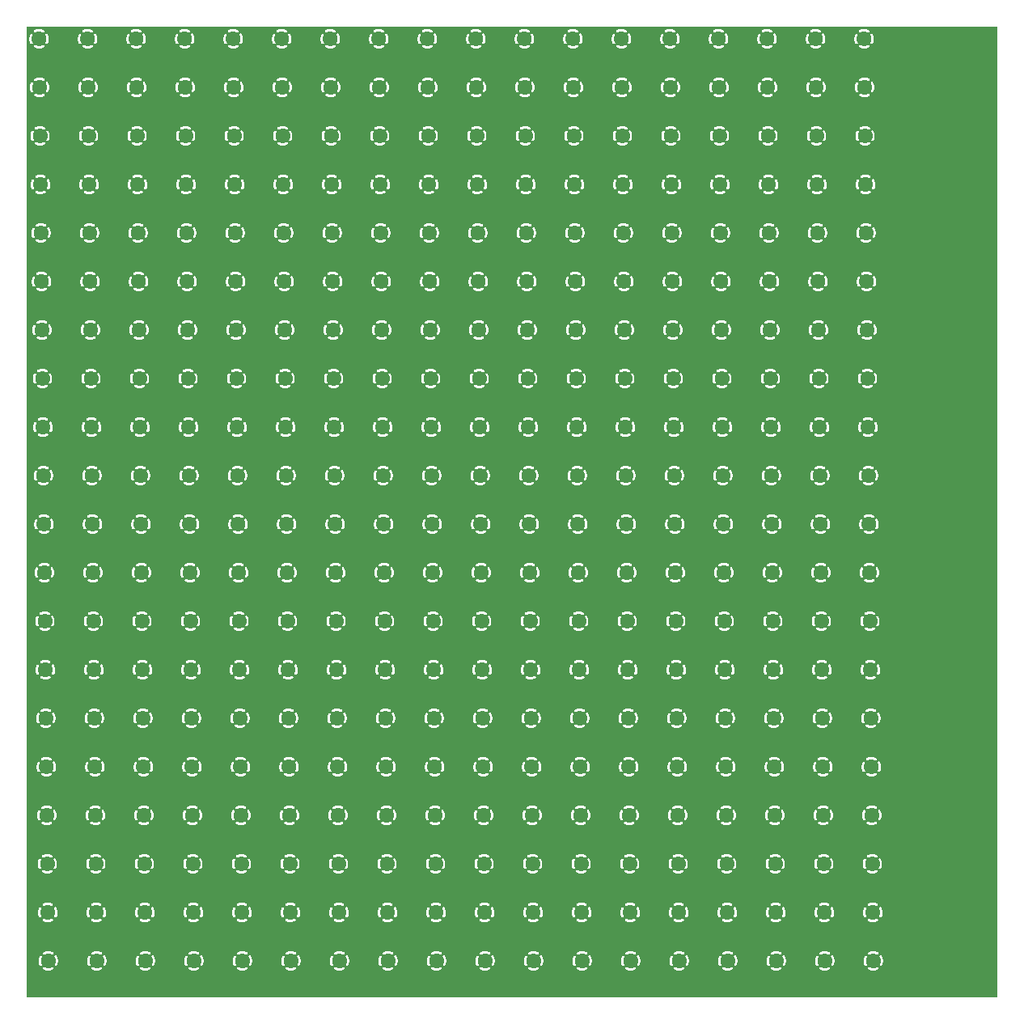
<source format=gbr>
G04 start of page 2 for group 0 idx 0
G04 Title: (unknown), component *
G04 Creator: pcb 1.99v *
G04 CreationDate: Thu Jan 24 03:51:01 2008 UTC *
G04 For: sdb *
G04 Format: Gerber/RS-274X *
G04 PCB-Dimensions: 400000 400000 *
G04 PCB-Coordinate-Origin: lower left *
%MOIN*%
%FSLAX24Y24*%
%LNFRONT*%
%ADD11C,0.0200*%
%ADD12C,0.0600*%
%ADD13C,0.0280*%
G54D11*G36*
X0Y0D02*Y40000D01*
X237D01*
Y39692D01*
X233Y39697D01*
X226Y39703D01*
X219Y39708D01*
X211Y39711D01*
X202Y39713D01*
X194Y39714D01*
X185Y39713D01*
X177Y39710D01*
X169Y39706D01*
X162Y39701D01*
X156Y39695D01*
X151Y39687D01*
X136Y39655D01*
X123Y39621D01*
X114Y39586D01*
X108Y39550D01*
X105Y39514D01*
X105Y39478D01*
X109Y39442D01*
X115Y39407D01*
X125Y39372D01*
X139Y39338D01*
X155Y39306D01*
X159Y39299D01*
X165Y39292D01*
X173Y39287D01*
X180Y39283D01*
X189Y39281D01*
X197Y39280D01*
X206Y39281D01*
X215Y39283D01*
X223Y39286D01*
X230Y39291D01*
X236Y39297D01*
X237Y39298D01*
Y37709D01*
X231Y37711D01*
X222Y37713D01*
X214Y37714D01*
X205Y37713D01*
X197Y37710D01*
X189Y37706D01*
X182Y37701D01*
X176Y37695D01*
X171Y37687D01*
X156Y37655D01*
X143Y37621D01*
X134Y37586D01*
X128Y37550D01*
X125Y37514D01*
X125Y37478D01*
X129Y37442D01*
X135Y37407D01*
X145Y37372D01*
X159Y37338D01*
X175Y37306D01*
X179Y37299D01*
X185Y37292D01*
X193Y37287D01*
X200Y37283D01*
X209Y37281D01*
X217Y37280D01*
X226Y37281D01*
X235Y37283D01*
X237Y37284D01*
Y35714D01*
X234Y35714D01*
X225Y35713D01*
X217Y35710D01*
X209Y35706D01*
X202Y35701D01*
X196Y35695D01*
X191Y35687D01*
X176Y35655D01*
X163Y35621D01*
X154Y35586D01*
X148Y35550D01*
X145Y35514D01*
X145Y35478D01*
X149Y35442D01*
X155Y35407D01*
X165Y35372D01*
X179Y35338D01*
X195Y35306D01*
X199Y35299D01*
X205Y35292D01*
X213Y35287D01*
X220Y35283D01*
X229Y35281D01*
X237Y35280D01*
Y33710D01*
X229Y33706D01*
X222Y33701D01*
X216Y33695D01*
X211Y33687D01*
X196Y33655D01*
X183Y33621D01*
X174Y33586D01*
X168Y33550D01*
X165Y33514D01*
X165Y33478D01*
X169Y33442D01*
X175Y33407D01*
X185Y33372D01*
X199Y33338D01*
X215Y33306D01*
X219Y33299D01*
X225Y33292D01*
X233Y33287D01*
X237Y33285D01*
Y31695D01*
X236Y31695D01*
X231Y31687D01*
X216Y31655D01*
X203Y31621D01*
X194Y31586D01*
X188Y31550D01*
X185Y31514D01*
X185Y31478D01*
X189Y31442D01*
X195Y31407D01*
X205Y31372D01*
X219Y31338D01*
X235Y31306D01*
X237Y31303D01*
Y29656D01*
X236Y29655D01*
X223Y29621D01*
X214Y29586D01*
X208Y29550D01*
X205Y29514D01*
X205Y29478D01*
X209Y29442D01*
X215Y29407D01*
X225Y29372D01*
X237Y29343D01*
Y27596D01*
X234Y27586D01*
X228Y27550D01*
X225Y27514D01*
X225Y27478D01*
X229Y27442D01*
X235Y27407D01*
X237Y27403D01*
Y0D01*
X0D01*
G37*
G36*
X237Y39365D02*X230Y39378D01*
X220Y39404D01*
X213Y39430D01*
X208Y39456D01*
X205Y39483D01*
X205Y39511D01*
X207Y39538D01*
X212Y39564D01*
X219Y39590D01*
X228Y39616D01*
X237Y39634D01*
Y39365D01*
G37*
G36*
Y37417D02*X233Y37430D01*
X228Y37456D01*
X225Y37483D01*
X225Y37511D01*
X227Y37538D01*
X232Y37564D01*
X237Y37583D01*
Y37417D01*
G37*
G36*
Y40000D02*X337D01*
Y39862D01*
X311Y39849D01*
X303Y39845D01*
X297Y39839D01*
X292Y39832D01*
X288Y39824D01*
X286Y39815D01*
X285Y39807D01*
X285Y39798D01*
X288Y39790D01*
X291Y39782D01*
X296Y39774D01*
X302Y39768D01*
X309Y39763D01*
X317Y39759D01*
X325Y39757D01*
X334Y39756D01*
X337Y39756D01*
Y39240D01*
X330Y39239D01*
X321Y39237D01*
X314Y39233D01*
X307Y39228D01*
X301Y39221D01*
X296Y39214D01*
X293Y39206D01*
X291Y39197D01*
X290Y39189D01*
X291Y39180D01*
X294Y39172D01*
X298Y39164D01*
X303Y39157D01*
X309Y39151D01*
X317Y39146D01*
X337Y39137D01*
Y37852D01*
X331Y37849D01*
X323Y37845D01*
X317Y37839D01*
X312Y37832D01*
X308Y37824D01*
X306Y37815D01*
X305Y37807D01*
X305Y37798D01*
X308Y37790D01*
X311Y37782D01*
X316Y37774D01*
X322Y37768D01*
X329Y37763D01*
X337Y37759D01*
Y37234D01*
X334Y37233D01*
X327Y37228D01*
X321Y37221D01*
X316Y37214D01*
X313Y37206D01*
X311Y37197D01*
X310Y37189D01*
X311Y37180D01*
X314Y37172D01*
X318Y37164D01*
X323Y37157D01*
X329Y37151D01*
X337Y37147D01*
Y35838D01*
X332Y35832D01*
X328Y35824D01*
X326Y35815D01*
X325Y35807D01*
X325Y35798D01*
X328Y35790D01*
X331Y35782D01*
X336Y35774D01*
X337Y35774D01*
Y35215D01*
X336Y35214D01*
X333Y35206D01*
X331Y35197D01*
X330Y35189D01*
X331Y35180D01*
X334Y35172D01*
X337Y35167D01*
Y29692D01*
X333Y29697D01*
X326Y29703D01*
X319Y29708D01*
X311Y29711D01*
X302Y29713D01*
X294Y29714D01*
X285Y29713D01*
X277Y29710D01*
X269Y29706D01*
X262Y29701D01*
X256Y29695D01*
X251Y29687D01*
X237Y29656D01*
Y31303D01*
X239Y31299D01*
X245Y31292D01*
X253Y31287D01*
X260Y31283D01*
X269Y31281D01*
X277Y31280D01*
X286Y31281D01*
X295Y31283D01*
X303Y31286D01*
X310Y31291D01*
X316Y31297D01*
X321Y31304D01*
X325Y31312D01*
X327Y31320D01*
X328Y31329D01*
X328Y31338D01*
X326Y31346D01*
X322Y31354D01*
X310Y31378D01*
X300Y31404D01*
X293Y31430D01*
X288Y31456D01*
X285Y31483D01*
X285Y31511D01*
X287Y31538D01*
X292Y31564D01*
X299Y31590D01*
X308Y31616D01*
X320Y31640D01*
X323Y31649D01*
X325Y31657D01*
X325Y31666D01*
X324Y31674D01*
X322Y31683D01*
X318Y31690D01*
X313Y31697D01*
X306Y31703D01*
X299Y31708D01*
X291Y31711D01*
X282Y31713D01*
X274Y31714D01*
X265Y31713D01*
X257Y31710D01*
X249Y31706D01*
X242Y31701D01*
X237Y31695D01*
Y33285D01*
X240Y33283D01*
X249Y33281D01*
X257Y33280D01*
X266Y33281D01*
X275Y33283D01*
X283Y33286D01*
X290Y33291D01*
X296Y33297D01*
X301Y33304D01*
X305Y33312D01*
X307Y33320D01*
X308Y33329D01*
X308Y33338D01*
X306Y33346D01*
X302Y33354D01*
X290Y33378D01*
X280Y33404D01*
X273Y33430D01*
X268Y33456D01*
X265Y33483D01*
X265Y33511D01*
X267Y33538D01*
X272Y33564D01*
X279Y33590D01*
X288Y33616D01*
X300Y33640D01*
X303Y33649D01*
X305Y33657D01*
X305Y33666D01*
X304Y33674D01*
X302Y33683D01*
X298Y33690D01*
X293Y33697D01*
X286Y33703D01*
X279Y33708D01*
X271Y33711D01*
X262Y33713D01*
X254Y33714D01*
X245Y33713D01*
X237Y33710D01*
X237Y33710D01*
Y35280D01*
X237Y35280D01*
X246Y35281D01*
X255Y35283D01*
X263Y35286D01*
X270Y35291D01*
X276Y35297D01*
X281Y35304D01*
X285Y35312D01*
X287Y35320D01*
X288Y35329D01*
X288Y35338D01*
X286Y35346D01*
X282Y35354D01*
X270Y35378D01*
X260Y35404D01*
X253Y35430D01*
X248Y35456D01*
X245Y35483D01*
X245Y35511D01*
X247Y35538D01*
X252Y35564D01*
X259Y35590D01*
X268Y35616D01*
X280Y35640D01*
X283Y35649D01*
X285Y35657D01*
X285Y35666D01*
X284Y35674D01*
X282Y35683D01*
X278Y35690D01*
X273Y35697D01*
X266Y35703D01*
X259Y35708D01*
X251Y35711D01*
X242Y35713D01*
X237Y35714D01*
Y37284D01*
X243Y37286D01*
X250Y37291D01*
X256Y37297D01*
X261Y37304D01*
X265Y37312D01*
X267Y37320D01*
X268Y37329D01*
X268Y37338D01*
X266Y37346D01*
X262Y37354D01*
X250Y37378D01*
X240Y37404D01*
X237Y37417D01*
Y37583D01*
X239Y37590D01*
X248Y37616D01*
X260Y37640D01*
X263Y37649D01*
X265Y37657D01*
X265Y37666D01*
X264Y37674D01*
X262Y37683D01*
X258Y37690D01*
X253Y37697D01*
X246Y37703D01*
X239Y37708D01*
X237Y37709D01*
Y39298D01*
X241Y39304D01*
X245Y39312D01*
X247Y39320D01*
X248Y39329D01*
X248Y39338D01*
X246Y39346D01*
X242Y39354D01*
X237Y39365D01*
Y39634D01*
X240Y39640D01*
X243Y39649D01*
X245Y39657D01*
X245Y39666D01*
X244Y39674D01*
X242Y39683D01*
X238Y39690D01*
X237Y39692D01*
Y40000D01*
G37*
G36*
Y29343D02*X239Y29338D01*
X255Y29306D01*
X259Y29299D01*
X265Y29292D01*
X273Y29287D01*
X280Y29283D01*
X289Y29281D01*
X297Y29280D01*
X306Y29281D01*
X315Y29283D01*
X323Y29286D01*
X330Y29291D01*
X336Y29297D01*
X337Y29298D01*
Y27709D01*
X331Y27711D01*
X322Y27713D01*
X314Y27714D01*
X305Y27713D01*
X297Y27710D01*
X289Y27706D01*
X282Y27701D01*
X276Y27695D01*
X271Y27687D01*
X256Y27655D01*
X243Y27621D01*
X237Y27596D01*
Y29343D01*
G37*
G36*
Y27403D02*X245Y27372D01*
X259Y27338D01*
X275Y27306D01*
X279Y27299D01*
X285Y27292D01*
X293Y27287D01*
X300Y27283D01*
X309Y27281D01*
X317Y27280D01*
X326Y27281D01*
X335Y27283D01*
X337Y27284D01*
Y25714D01*
X334Y25714D01*
X325Y25713D01*
X317Y25710D01*
X309Y25706D01*
X302Y25701D01*
X296Y25695D01*
X291Y25687D01*
X276Y25655D01*
X263Y25621D01*
X254Y25586D01*
X248Y25550D01*
X245Y25514D01*
X245Y25478D01*
X249Y25442D01*
X255Y25407D01*
X265Y25372D01*
X279Y25338D01*
X295Y25306D01*
X299Y25299D01*
X305Y25292D01*
X313Y25287D01*
X320Y25283D01*
X329Y25281D01*
X337Y25280D01*
Y23710D01*
X329Y23706D01*
X322Y23701D01*
X316Y23695D01*
X311Y23687D01*
X296Y23655D01*
X283Y23621D01*
X274Y23586D01*
X268Y23550D01*
X265Y23514D01*
X265Y23478D01*
X269Y23442D01*
X275Y23407D01*
X285Y23372D01*
X299Y23338D01*
X315Y23306D01*
X319Y23299D01*
X325Y23292D01*
X333Y23287D01*
X337Y23285D01*
Y21695D01*
X336Y21695D01*
X331Y21687D01*
X316Y21655D01*
X303Y21621D01*
X294Y21586D01*
X288Y21550D01*
X285Y21514D01*
X285Y21478D01*
X289Y21442D01*
X295Y21407D01*
X305Y21372D01*
X319Y21338D01*
X335Y21306D01*
X337Y21303D01*
Y19656D01*
X336Y19655D01*
X323Y19621D01*
X314Y19586D01*
X308Y19550D01*
X305Y19514D01*
X305Y19478D01*
X309Y19442D01*
X315Y19407D01*
X325Y19372D01*
X337Y19343D01*
Y17596D01*
X334Y17586D01*
X328Y17550D01*
X325Y17514D01*
X325Y17478D01*
X329Y17442D01*
X335Y17407D01*
X337Y17403D01*
Y0D01*
X237D01*
Y27403D01*
G37*
G36*
X337Y29365D02*X330Y29378D01*
X320Y29404D01*
X313Y29430D01*
X308Y29456D01*
X305Y29483D01*
X305Y29511D01*
X307Y29538D01*
X312Y29564D01*
X319Y29590D01*
X328Y29616D01*
X337Y29634D01*
Y29365D01*
G37*
G36*
Y27417D02*X333Y27430D01*
X328Y27456D01*
X325Y27483D01*
X325Y27511D01*
X327Y27538D01*
X332Y27564D01*
X337Y27583D01*
Y27417D01*
G37*
G36*
Y40000D02*X667D01*
Y39865D01*
X660Y39868D01*
X626Y39881D01*
X591Y39890D01*
X555Y39896D01*
X519Y39899D01*
X483Y39899D01*
X447Y39895D01*
X411Y39889D01*
X377Y39879D01*
X343Y39866D01*
X337Y39862D01*
Y40000D01*
G37*
G36*
Y39756D02*X343Y39756D01*
X351Y39758D01*
X359Y39762D01*
X383Y39774D01*
X409Y39784D01*
X435Y39791D01*
X461Y39796D01*
X488Y39799D01*
X515Y39799D01*
X542Y39797D01*
X569Y39793D01*
X595Y39785D01*
X621Y39776D01*
X645Y39764D01*
X653Y39761D01*
X662Y39759D01*
X667Y39759D01*
Y39243D01*
X666Y39243D01*
X658Y39241D01*
X650Y39237D01*
X626Y39225D01*
X600Y39215D01*
X574Y39208D01*
X548Y39203D01*
X521Y39200D01*
X494Y39200D01*
X467Y39202D01*
X440Y39207D01*
X414Y39214D01*
X388Y39223D01*
X364Y39235D01*
X356Y39238D01*
X347Y39240D01*
X338Y39240D01*
X337Y39240D01*
Y39756D01*
G37*
G36*
Y39137D02*X349Y39131D01*
X383Y39118D01*
X418Y39109D01*
X454Y39103D01*
X490Y39100D01*
X526Y39100D01*
X562Y39104D01*
X598Y39111D01*
X632Y39121D01*
X666Y39134D01*
X667Y39134D01*
Y37873D01*
X646Y37881D01*
X611Y37890D01*
X575Y37896D01*
X539Y37899D01*
X503Y37899D01*
X467Y37895D01*
X431Y37889D01*
X397Y37879D01*
X363Y37866D01*
X337Y37852D01*
Y39137D01*
G37*
G36*
Y37759D02*X337Y37759D01*
X345Y37757D01*
X354Y37756D01*
X363Y37756D01*
X371Y37758D01*
X379Y37762D01*
X403Y37774D01*
X429Y37784D01*
X455Y37791D01*
X481Y37796D01*
X508Y37799D01*
X535Y37799D01*
X562Y37797D01*
X589Y37793D01*
X615Y37785D01*
X641Y37776D01*
X665Y37764D01*
X667Y37764D01*
Y37236D01*
X646Y37225D01*
X620Y37215D01*
X594Y37208D01*
X568Y37203D01*
X541Y37200D01*
X514Y37200D01*
X487Y37202D01*
X460Y37207D01*
X434Y37214D01*
X408Y37223D01*
X384Y37235D01*
X376Y37238D01*
X367Y37240D01*
X358Y37240D01*
X350Y37239D01*
X341Y37237D01*
X337Y37234D01*
Y37759D01*
G37*
G36*
Y37147D02*X337Y37146D01*
X369Y37131D01*
X403Y37118D01*
X438Y37109D01*
X474Y37103D01*
X510Y37100D01*
X546Y37100D01*
X582Y37104D01*
X618Y37111D01*
X652Y37121D01*
X667Y37126D01*
Y35880D01*
X666Y35881D01*
X631Y35890D01*
X595Y35896D01*
X559Y35899D01*
X523Y35899D01*
X487Y35895D01*
X451Y35889D01*
X417Y35879D01*
X383Y35866D01*
X351Y35849D01*
X343Y35845D01*
X337Y35839D01*
X337Y35838D01*
Y37147D01*
G37*
G36*
Y35774D02*X342Y35768D01*
X349Y35763D01*
X357Y35759D01*
X365Y35757D01*
X374Y35756D01*
X383Y35756D01*
X391Y35758D01*
X399Y35762D01*
X423Y35774D01*
X449Y35784D01*
X475Y35791D01*
X501Y35796D01*
X528Y35799D01*
X555Y35799D01*
X582Y35797D01*
X609Y35793D01*
X635Y35785D01*
X661Y35776D01*
X667Y35773D01*
Y35226D01*
X666Y35225D01*
X640Y35215D01*
X614Y35208D01*
X588Y35203D01*
X561Y35200D01*
X534Y35200D01*
X507Y35202D01*
X480Y35207D01*
X454Y35214D01*
X428Y35223D01*
X404Y35235D01*
X396Y35238D01*
X387Y35240D01*
X378Y35240D01*
X370Y35239D01*
X361Y35237D01*
X354Y35233D01*
X347Y35228D01*
X341Y35221D01*
X337Y35215D01*
Y35774D01*
G37*
G36*
Y35167D02*X338Y35164D01*
X343Y35157D01*
X349Y35151D01*
X357Y35146D01*
X389Y35131D01*
X417Y35121D01*
Y33871D01*
X403Y33866D01*
X371Y33849D01*
X363Y33845D01*
X357Y33839D01*
X352Y33832D01*
X348Y33824D01*
X346Y33815D01*
X345Y33807D01*
X345Y33798D01*
X348Y33790D01*
X351Y33782D01*
X356Y33774D01*
X362Y33768D01*
X369Y33763D01*
X377Y33759D01*
X385Y33757D01*
X394Y33756D01*
X403Y33756D01*
X411Y33758D01*
X417Y33761D01*
Y33238D01*
X416Y33238D01*
X407Y33240D01*
X398Y33240D01*
X390Y33239D01*
X381Y33237D01*
X374Y33233D01*
X367Y33228D01*
X361Y33221D01*
X356Y33214D01*
X353Y33206D01*
X351Y33197D01*
X350Y33189D01*
X351Y33180D01*
X354Y33172D01*
X358Y33164D01*
X363Y33157D01*
X369Y33151D01*
X377Y33146D01*
X409Y33131D01*
X417Y33128D01*
Y31862D01*
X391Y31849D01*
X383Y31845D01*
X377Y31839D01*
X372Y31832D01*
X368Y31824D01*
X366Y31815D01*
X365Y31807D01*
X365Y31798D01*
X368Y31790D01*
X371Y31782D01*
X376Y31774D01*
X382Y31768D01*
X389Y31763D01*
X397Y31759D01*
X405Y31757D01*
X414Y31756D01*
X417Y31756D01*
Y31240D01*
X410Y31239D01*
X401Y31237D01*
X394Y31233D01*
X387Y31228D01*
X381Y31221D01*
X376Y31214D01*
X373Y31206D01*
X371Y31197D01*
X370Y31189D01*
X371Y31180D01*
X374Y31172D01*
X378Y31164D01*
X383Y31157D01*
X389Y31151D01*
X397Y31146D01*
X417Y31137D01*
Y29852D01*
X411Y29849D01*
X403Y29845D01*
X397Y29839D01*
X392Y29832D01*
X388Y29824D01*
X386Y29815D01*
X385Y29807D01*
X385Y29798D01*
X388Y29790D01*
X391Y29782D01*
X396Y29774D01*
X402Y29768D01*
X409Y29763D01*
X417Y29759D01*
Y29234D01*
X414Y29233D01*
X407Y29228D01*
X401Y29221D01*
X396Y29214D01*
X393Y29206D01*
X391Y29197D01*
X390Y29189D01*
X391Y29180D01*
X394Y29172D01*
X398Y29164D01*
X403Y29157D01*
X409Y29151D01*
X417Y29147D01*
Y27838D01*
X412Y27832D01*
X408Y27824D01*
X406Y27815D01*
X405Y27807D01*
X405Y27798D01*
X408Y27790D01*
X411Y27782D01*
X416Y27774D01*
X417Y27774D01*
Y27215D01*
X416Y27214D01*
X413Y27206D01*
X411Y27197D01*
X410Y27189D01*
X411Y27180D01*
X414Y27172D01*
X417Y27167D01*
Y21692D01*
X413Y21697D01*
X406Y21703D01*
X399Y21708D01*
X391Y21711D01*
X382Y21713D01*
X374Y21714D01*
X365Y21713D01*
X357Y21710D01*
X349Y21706D01*
X342Y21701D01*
X337Y21695D01*
Y23285D01*
X340Y23283D01*
X349Y23281D01*
X357Y23280D01*
X366Y23281D01*
X375Y23283D01*
X383Y23286D01*
X390Y23291D01*
X396Y23297D01*
X401Y23304D01*
X405Y23312D01*
X407Y23320D01*
X408Y23329D01*
X408Y23338D01*
X406Y23346D01*
X402Y23354D01*
X390Y23378D01*
X380Y23404D01*
X373Y23430D01*
X368Y23456D01*
X365Y23483D01*
X365Y23511D01*
X367Y23538D01*
X372Y23564D01*
X379Y23590D01*
X388Y23616D01*
X400Y23640D01*
X403Y23649D01*
X405Y23657D01*
X405Y23666D01*
X404Y23674D01*
X402Y23683D01*
X398Y23690D01*
X393Y23697D01*
X386Y23703D01*
X379Y23708D01*
X371Y23711D01*
X362Y23713D01*
X354Y23714D01*
X345Y23713D01*
X337Y23710D01*
X337Y23710D01*
Y25280D01*
X337Y25280D01*
X346Y25281D01*
X355Y25283D01*
X363Y25286D01*
X370Y25291D01*
X376Y25297D01*
X381Y25304D01*
X385Y25312D01*
X387Y25320D01*
X388Y25329D01*
X388Y25338D01*
X386Y25346D01*
X382Y25354D01*
X370Y25378D01*
X360Y25404D01*
X353Y25430D01*
X348Y25456D01*
X345Y25483D01*
X345Y25511D01*
X347Y25538D01*
X352Y25564D01*
X359Y25590D01*
X368Y25616D01*
X380Y25640D01*
X383Y25649D01*
X385Y25657D01*
X385Y25666D01*
X384Y25674D01*
X382Y25683D01*
X378Y25690D01*
X373Y25697D01*
X366Y25703D01*
X359Y25708D01*
X351Y25711D01*
X342Y25713D01*
X337Y25714D01*
Y27284D01*
X343Y27286D01*
X350Y27291D01*
X356Y27297D01*
X361Y27304D01*
X365Y27312D01*
X367Y27320D01*
X368Y27329D01*
X368Y27338D01*
X366Y27346D01*
X362Y27354D01*
X350Y27378D01*
X340Y27404D01*
X337Y27417D01*
Y27583D01*
X339Y27590D01*
X348Y27616D01*
X360Y27640D01*
X363Y27649D01*
X365Y27657D01*
X365Y27666D01*
X364Y27674D01*
X362Y27683D01*
X358Y27690D01*
X353Y27697D01*
X346Y27703D01*
X339Y27708D01*
X337Y27709D01*
Y29298D01*
X341Y29304D01*
X345Y29312D01*
X347Y29320D01*
X348Y29329D01*
X348Y29338D01*
X346Y29346D01*
X342Y29354D01*
X337Y29365D01*
Y29634D01*
X340Y29640D01*
X343Y29649D01*
X345Y29657D01*
X345Y29666D01*
X344Y29674D01*
X342Y29683D01*
X338Y29690D01*
X337Y29692D01*
Y35167D01*
G37*
G36*
X417Y0D02*X337D01*
Y17403D01*
X345Y17372D01*
X359Y17338D01*
X375Y17306D01*
X379Y17299D01*
X385Y17292D01*
X393Y17287D01*
X400Y17283D01*
X409Y17281D01*
X417Y17280D01*
Y15710D01*
X409Y15706D01*
X402Y15701D01*
X396Y15695D01*
X391Y15687D01*
X376Y15655D01*
X363Y15621D01*
X354Y15586D01*
X348Y15550D01*
X345Y15514D01*
X345Y15478D01*
X349Y15442D01*
X355Y15407D01*
X365Y15372D01*
X379Y15338D01*
X395Y15306D01*
X399Y15299D01*
X405Y15292D01*
X413Y15287D01*
X417Y15285D01*
Y13695D01*
X416Y13695D01*
X411Y13687D01*
X396Y13655D01*
X383Y13621D01*
X374Y13586D01*
X368Y13550D01*
X365Y13514D01*
X365Y13478D01*
X369Y13442D01*
X375Y13407D01*
X385Y13372D01*
X399Y13338D01*
X415Y13306D01*
X417Y13303D01*
Y11656D01*
X416Y11655D01*
X403Y11621D01*
X394Y11586D01*
X388Y11550D01*
X385Y11514D01*
X385Y11478D01*
X389Y11442D01*
X395Y11407D01*
X405Y11372D01*
X417Y11343D01*
Y9596D01*
X414Y9586D01*
X408Y9550D01*
X405Y9514D01*
X405Y9478D01*
X409Y9442D01*
X415Y9407D01*
X417Y9403D01*
Y0D01*
G37*
G36*
Y17714D02*X414Y17714D01*
X405Y17713D01*
X397Y17710D01*
X389Y17706D01*
X382Y17701D01*
X376Y17695D01*
X371Y17687D01*
X356Y17655D01*
X343Y17621D01*
X337Y17596D01*
Y19343D01*
X339Y19338D01*
X355Y19306D01*
X359Y19299D01*
X365Y19292D01*
X373Y19287D01*
X380Y19283D01*
X389Y19281D01*
X397Y19280D01*
X406Y19281D01*
X415Y19283D01*
X417Y19284D01*
Y17714D01*
G37*
G36*
Y19417D02*X413Y19430D01*
X408Y19456D01*
X405Y19483D01*
X405Y19511D01*
X407Y19538D01*
X412Y19564D01*
X417Y19583D01*
Y19417D01*
G37*
G36*
Y19709D02*X411Y19711D01*
X402Y19713D01*
X394Y19714D01*
X385Y19713D01*
X377Y19710D01*
X369Y19706D01*
X362Y19701D01*
X356Y19695D01*
X351Y19687D01*
X337Y19656D01*
Y21303D01*
X339Y21299D01*
X345Y21292D01*
X353Y21287D01*
X360Y21283D01*
X369Y21281D01*
X377Y21280D01*
X386Y21281D01*
X395Y21283D01*
X403Y21286D01*
X410Y21291D01*
X416Y21297D01*
X417Y21298D01*
Y19709D01*
G37*
G36*
Y21365D02*X410Y21378D01*
X400Y21404D01*
X393Y21430D01*
X388Y21456D01*
X385Y21483D01*
X385Y21511D01*
X387Y21538D01*
X392Y21564D01*
X399Y21590D01*
X408Y21616D01*
X417Y21634D01*
Y21365D01*
G37*
G36*
Y35121D02*X423Y35118D01*
X458Y35109D01*
X494Y35103D01*
X530Y35100D01*
X566Y35100D01*
X602Y35104D01*
X638Y35111D01*
X667Y35119D01*
Y33886D01*
X651Y33890D01*
X615Y33896D01*
X579Y33899D01*
X543Y33899D01*
X507Y33895D01*
X471Y33889D01*
X437Y33879D01*
X417Y33871D01*
Y35121D01*
G37*
G36*
Y33761D02*X419Y33762D01*
X443Y33774D01*
X469Y33784D01*
X495Y33791D01*
X521Y33796D01*
X548Y33799D01*
X575Y33799D01*
X602Y33797D01*
X629Y33793D01*
X655Y33785D01*
X667Y33781D01*
Y33218D01*
X660Y33215D01*
X634Y33208D01*
X608Y33203D01*
X581Y33200D01*
X554Y33200D01*
X527Y33202D01*
X500Y33207D01*
X474Y33214D01*
X448Y33223D01*
X424Y33235D01*
X417Y33238D01*
Y33761D01*
G37*
G36*
Y33128D02*X443Y33118D01*
X478Y33109D01*
X514Y33103D01*
X550Y33100D01*
X586Y33100D01*
X622Y33104D01*
X658Y33111D01*
X667Y33113D01*
Y31891D01*
X635Y31896D01*
X599Y31899D01*
X563Y31899D01*
X527Y31895D01*
X491Y31889D01*
X457Y31879D01*
X423Y31866D01*
X417Y31862D01*
Y33128D01*
G37*
G36*
Y31756D02*X423Y31756D01*
X431Y31758D01*
X439Y31762D01*
X463Y31774D01*
X489Y31784D01*
X515Y31791D01*
X541Y31796D01*
X568Y31799D01*
X595Y31799D01*
X622Y31797D01*
X649Y31793D01*
X667Y31788D01*
Y31212D01*
X654Y31208D01*
X628Y31203D01*
X601Y31200D01*
X574Y31200D01*
X547Y31202D01*
X520Y31207D01*
X494Y31214D01*
X468Y31223D01*
X444Y31235D01*
X436Y31238D01*
X427Y31240D01*
X418Y31240D01*
X417Y31240D01*
Y31756D01*
G37*
G36*
Y31137D02*X429Y31131D01*
X463Y31118D01*
X498Y31109D01*
X534Y31103D01*
X570Y31100D01*
X606Y31100D01*
X642Y31104D01*
X667Y31109D01*
Y29894D01*
X655Y29896D01*
X619Y29899D01*
X583Y29899D01*
X547Y29895D01*
X511Y29889D01*
X477Y29879D01*
X443Y29866D01*
X417Y29852D01*
Y31137D01*
G37*
G36*
Y29759D02*X417Y29759D01*
X425Y29757D01*
X434Y29756D01*
X443Y29756D01*
X451Y29758D01*
X459Y29762D01*
X483Y29774D01*
X509Y29784D01*
X535Y29791D01*
X561Y29796D01*
X588Y29799D01*
X615Y29799D01*
X642Y29797D01*
X667Y29793D01*
Y29206D01*
X648Y29203D01*
X621Y29200D01*
X594Y29200D01*
X567Y29202D01*
X540Y29207D01*
X514Y29214D01*
X488Y29223D01*
X464Y29235D01*
X456Y29238D01*
X447Y29240D01*
X438Y29240D01*
X430Y29239D01*
X421Y29237D01*
X417Y29234D01*
Y29759D01*
G37*
G36*
Y29147D02*X417Y29146D01*
X449Y29131D01*
X483Y29118D01*
X518Y29109D01*
X554Y29103D01*
X590Y29100D01*
X626Y29100D01*
X662Y29104D01*
X667Y29105D01*
Y27897D01*
X639Y27899D01*
X603Y27899D01*
X567Y27895D01*
X531Y27889D01*
X497Y27879D01*
X463Y27866D01*
X431Y27849D01*
X423Y27845D01*
X417Y27839D01*
X417Y27838D01*
Y29147D01*
G37*
G36*
Y27774D02*X422Y27768D01*
X429Y27763D01*
X437Y27759D01*
X445Y27757D01*
X454Y27756D01*
X463Y27756D01*
X471Y27758D01*
X479Y27762D01*
X503Y27774D01*
X529Y27784D01*
X555Y27791D01*
X581Y27796D01*
X608Y27799D01*
X635Y27799D01*
X662Y27797D01*
X667Y27796D01*
Y27203D01*
X641Y27200D01*
X614Y27200D01*
X587Y27202D01*
X560Y27207D01*
X534Y27214D01*
X508Y27223D01*
X484Y27235D01*
X476Y27238D01*
X467Y27240D01*
X458Y27240D01*
X450Y27239D01*
X441Y27237D01*
X434Y27233D01*
X427Y27228D01*
X421Y27221D01*
X417Y27215D01*
Y27774D01*
G37*
G36*
Y27167D02*X418Y27164D01*
X423Y27157D01*
X429Y27151D01*
X437Y27146D01*
X469Y27131D01*
X497Y27121D01*
Y25871D01*
X483Y25866D01*
X451Y25849D01*
X443Y25845D01*
X437Y25839D01*
X432Y25832D01*
X428Y25824D01*
X426Y25815D01*
X425Y25807D01*
X425Y25798D01*
X428Y25790D01*
X431Y25782D01*
X436Y25774D01*
X442Y25768D01*
X449Y25763D01*
X457Y25759D01*
X465Y25757D01*
X474Y25756D01*
X483Y25756D01*
X491Y25758D01*
X497Y25761D01*
Y25238D01*
X496Y25238D01*
X487Y25240D01*
X478Y25240D01*
X470Y25239D01*
X461Y25237D01*
X454Y25233D01*
X447Y25228D01*
X441Y25221D01*
X436Y25214D01*
X433Y25206D01*
X431Y25197D01*
X430Y25189D01*
X431Y25180D01*
X434Y25172D01*
X438Y25164D01*
X443Y25157D01*
X449Y25151D01*
X457Y25146D01*
X489Y25131D01*
X497Y25128D01*
Y23862D01*
X471Y23849D01*
X463Y23845D01*
X457Y23839D01*
X452Y23832D01*
X448Y23824D01*
X446Y23815D01*
X445Y23807D01*
X445Y23798D01*
X448Y23790D01*
X451Y23782D01*
X456Y23774D01*
X462Y23768D01*
X469Y23763D01*
X477Y23759D01*
X485Y23757D01*
X494Y23756D01*
X497Y23756D01*
Y23240D01*
X490Y23239D01*
X481Y23237D01*
X474Y23233D01*
X467Y23228D01*
X461Y23221D01*
X456Y23214D01*
X453Y23206D01*
X451Y23197D01*
X450Y23189D01*
X451Y23180D01*
X454Y23172D01*
X458Y23164D01*
X463Y23157D01*
X469Y23151D01*
X477Y23146D01*
X497Y23137D01*
Y21852D01*
X491Y21849D01*
X483Y21845D01*
X477Y21839D01*
X472Y21832D01*
X468Y21824D01*
X466Y21815D01*
X465Y21807D01*
X465Y21798D01*
X468Y21790D01*
X471Y21782D01*
X476Y21774D01*
X482Y21768D01*
X489Y21763D01*
X497Y21759D01*
Y21234D01*
X494Y21233D01*
X487Y21228D01*
X481Y21221D01*
X476Y21214D01*
X473Y21206D01*
X471Y21197D01*
X470Y21189D01*
X471Y21180D01*
X474Y21172D01*
X478Y21164D01*
X483Y21157D01*
X489Y21151D01*
X497Y21147D01*
Y19838D01*
X492Y19832D01*
X488Y19824D01*
X486Y19815D01*
X485Y19807D01*
X485Y19798D01*
X488Y19790D01*
X491Y19782D01*
X496Y19774D01*
X497Y19774D01*
Y19215D01*
X496Y19214D01*
X493Y19206D01*
X491Y19197D01*
X490Y19189D01*
X491Y19180D01*
X494Y19172D01*
X497Y19167D01*
Y13692D01*
X493Y13697D01*
X486Y13703D01*
X479Y13708D01*
X471Y13711D01*
X462Y13713D01*
X454Y13714D01*
X445Y13713D01*
X437Y13710D01*
X429Y13706D01*
X422Y13701D01*
X417Y13695D01*
Y15285D01*
X420Y15283D01*
X429Y15281D01*
X437Y15280D01*
X446Y15281D01*
X455Y15283D01*
X463Y15286D01*
X470Y15291D01*
X476Y15297D01*
X481Y15304D01*
X485Y15312D01*
X487Y15320D01*
X488Y15329D01*
X488Y15338D01*
X486Y15346D01*
X482Y15354D01*
X470Y15378D01*
X460Y15404D01*
X453Y15430D01*
X448Y15456D01*
X445Y15483D01*
X445Y15511D01*
X447Y15538D01*
X452Y15564D01*
X459Y15590D01*
X468Y15616D01*
X480Y15640D01*
X483Y15649D01*
X485Y15657D01*
X485Y15666D01*
X484Y15674D01*
X482Y15683D01*
X478Y15690D01*
X473Y15697D01*
X466Y15703D01*
X459Y15708D01*
X451Y15711D01*
X442Y15713D01*
X434Y15714D01*
X425Y15713D01*
X417Y15710D01*
X417Y15710D01*
Y17280D01*
X417Y17280D01*
X426Y17281D01*
X435Y17283D01*
X443Y17286D01*
X450Y17291D01*
X456Y17297D01*
X461Y17304D01*
X465Y17312D01*
X467Y17320D01*
X468Y17329D01*
X468Y17338D01*
X466Y17346D01*
X462Y17354D01*
X450Y17378D01*
X440Y17404D01*
X433Y17430D01*
X428Y17456D01*
X425Y17483D01*
X425Y17511D01*
X427Y17538D01*
X432Y17564D01*
X439Y17590D01*
X448Y17616D01*
X460Y17640D01*
X463Y17649D01*
X465Y17657D01*
X465Y17666D01*
X464Y17674D01*
X462Y17683D01*
X458Y17690D01*
X453Y17697D01*
X446Y17703D01*
X439Y17708D01*
X431Y17711D01*
X422Y17713D01*
X417Y17714D01*
Y19284D01*
X423Y19286D01*
X430Y19291D01*
X436Y19297D01*
X441Y19304D01*
X445Y19312D01*
X447Y19320D01*
X448Y19329D01*
X448Y19338D01*
X446Y19346D01*
X442Y19354D01*
X430Y19378D01*
X420Y19404D01*
X417Y19417D01*
Y19583D01*
X419Y19590D01*
X428Y19616D01*
X440Y19640D01*
X443Y19649D01*
X445Y19657D01*
X445Y19666D01*
X444Y19674D01*
X442Y19683D01*
X438Y19690D01*
X433Y19697D01*
X426Y19703D01*
X419Y19708D01*
X417Y19709D01*
Y21298D01*
X421Y21304D01*
X425Y21312D01*
X427Y21320D01*
X428Y21329D01*
X428Y21338D01*
X426Y21346D01*
X422Y21354D01*
X417Y21365D01*
Y21634D01*
X420Y21640D01*
X423Y21649D01*
X425Y21657D01*
X425Y21666D01*
X424Y21674D01*
X422Y21683D01*
X418Y21690D01*
X417Y21692D01*
Y27167D01*
G37*
G36*
X497Y0D02*X417D01*
Y9403D01*
X425Y9372D01*
X439Y9338D01*
X455Y9306D01*
X459Y9299D01*
X465Y9292D01*
X473Y9287D01*
X480Y9283D01*
X489Y9281D01*
X497Y9280D01*
Y7710D01*
X489Y7706D01*
X482Y7701D01*
X476Y7695D01*
X471Y7687D01*
X456Y7655D01*
X443Y7621D01*
X434Y7586D01*
X428Y7550D01*
X425Y7514D01*
X425Y7478D01*
X429Y7442D01*
X435Y7407D01*
X445Y7372D01*
X459Y7338D01*
X475Y7306D01*
X479Y7299D01*
X485Y7292D01*
X493Y7287D01*
X497Y7285D01*
Y5695D01*
X496Y5695D01*
X491Y5687D01*
X476Y5655D01*
X463Y5621D01*
X454Y5586D01*
X448Y5550D01*
X445Y5514D01*
X445Y5478D01*
X449Y5442D01*
X455Y5407D01*
X465Y5372D01*
X479Y5338D01*
X495Y5306D01*
X497Y5303D01*
Y3656D01*
X496Y3655D01*
X483Y3621D01*
X474Y3586D01*
X468Y3550D01*
X465Y3514D01*
X465Y3478D01*
X469Y3442D01*
X475Y3407D01*
X485Y3372D01*
X497Y3343D01*
Y1596D01*
X494Y1586D01*
X488Y1550D01*
X485Y1514D01*
X485Y1478D01*
X489Y1442D01*
X495Y1407D01*
X497Y1403D01*
Y0D01*
G37*
G36*
Y9714D02*X494Y9714D01*
X485Y9713D01*
X477Y9710D01*
X469Y9706D01*
X462Y9701D01*
X456Y9695D01*
X451Y9687D01*
X436Y9655D01*
X423Y9621D01*
X417Y9596D01*
Y11343D01*
X419Y11338D01*
X435Y11306D01*
X439Y11299D01*
X445Y11292D01*
X453Y11287D01*
X460Y11283D01*
X469Y11281D01*
X477Y11280D01*
X486Y11281D01*
X495Y11283D01*
X497Y11284D01*
Y9714D01*
G37*
G36*
Y11417D02*X493Y11430D01*
X488Y11456D01*
X485Y11483D01*
X485Y11511D01*
X487Y11538D01*
X492Y11564D01*
X497Y11583D01*
Y11417D01*
G37*
G36*
Y11709D02*X491Y11711D01*
X482Y11713D01*
X474Y11714D01*
X465Y11713D01*
X457Y11710D01*
X449Y11706D01*
X442Y11701D01*
X436Y11695D01*
X431Y11687D01*
X417Y11656D01*
Y13303D01*
X419Y13299D01*
X425Y13292D01*
X433Y13287D01*
X440Y13283D01*
X449Y13281D01*
X457Y13280D01*
X466Y13281D01*
X475Y13283D01*
X483Y13286D01*
X490Y13291D01*
X496Y13297D01*
X497Y13298D01*
Y11709D01*
G37*
G36*
Y13365D02*X490Y13378D01*
X480Y13404D01*
X473Y13430D01*
X468Y13456D01*
X465Y13483D01*
X465Y13511D01*
X467Y13538D01*
X472Y13564D01*
X479Y13590D01*
X488Y13616D01*
X497Y13634D01*
Y13365D01*
G37*
G36*
Y27121D02*X503Y27118D01*
X538Y27109D01*
X574Y27103D01*
X610Y27100D01*
X646Y27100D01*
X667Y27102D01*
Y25899D01*
X659Y25899D01*
X623Y25899D01*
X587Y25895D01*
X551Y25889D01*
X517Y25879D01*
X497Y25871D01*
Y27121D01*
G37*
G36*
Y25761D02*X499Y25762D01*
X523Y25774D01*
X549Y25784D01*
X575Y25791D01*
X601Y25796D01*
X628Y25799D01*
X655Y25799D01*
X667Y25798D01*
Y25201D01*
X661Y25200D01*
X634Y25200D01*
X607Y25202D01*
X580Y25207D01*
X554Y25214D01*
X528Y25223D01*
X504Y25235D01*
X497Y25238D01*
Y25761D01*
G37*
G36*
Y25128D02*X523Y25118D01*
X558Y25109D01*
X594Y25103D01*
X630Y25100D01*
X666Y25100D01*
X667Y25100D01*
Y23899D01*
X643Y23899D01*
X607Y23895D01*
X571Y23889D01*
X537Y23879D01*
X503Y23866D01*
X497Y23862D01*
Y25128D01*
G37*
G36*
Y23756D02*X503Y23756D01*
X511Y23758D01*
X519Y23762D01*
X543Y23774D01*
X569Y23784D01*
X595Y23791D01*
X621Y23796D01*
X648Y23799D01*
X667Y23799D01*
Y23200D01*
X654Y23200D01*
X627Y23202D01*
X600Y23207D01*
X574Y23214D01*
X548Y23223D01*
X524Y23235D01*
X516Y23238D01*
X507Y23240D01*
X498Y23240D01*
X497Y23240D01*
Y23756D01*
G37*
G36*
Y23137D02*X509Y23131D01*
X543Y23118D01*
X578Y23109D01*
X614Y23103D01*
X650Y23100D01*
X667Y23100D01*
Y21899D01*
X663D01*
X627Y21895D01*
X591Y21889D01*
X557Y21879D01*
X523Y21866D01*
X497Y21852D01*
Y23137D01*
G37*
G36*
Y21759D02*X497Y21759D01*
X505Y21757D01*
X514Y21756D01*
X523Y21756D01*
X531Y21758D01*
X539Y21762D01*
X563Y21774D01*
X589Y21784D01*
X615Y21791D01*
X641Y21796D01*
X667Y21799D01*
Y21200D01*
X647Y21202D01*
X620Y21207D01*
X594Y21214D01*
X568Y21223D01*
X544Y21235D01*
X536Y21238D01*
X527Y21240D01*
X518Y21240D01*
X510Y21239D01*
X501Y21237D01*
X497Y21234D01*
Y21759D01*
G37*
G36*
Y21147D02*X497Y21146D01*
X529Y21131D01*
X563Y21118D01*
X598Y21109D01*
X634Y21103D01*
X667Y21100D01*
Y19897D01*
X647Y19895D01*
X611Y19889D01*
X577Y19879D01*
X543Y19866D01*
X511Y19849D01*
X503Y19845D01*
X497Y19839D01*
X497Y19838D01*
Y21147D01*
G37*
G36*
Y19774D02*X502Y19768D01*
X509Y19763D01*
X517Y19759D01*
X525Y19757D01*
X534Y19756D01*
X543Y19756D01*
X551Y19758D01*
X559Y19762D01*
X583Y19774D01*
X609Y19784D01*
X635Y19791D01*
X661Y19796D01*
X667Y19797D01*
Y19202D01*
X667Y19202D01*
X640Y19207D01*
X614Y19214D01*
X588Y19223D01*
X564Y19235D01*
X556Y19238D01*
X547Y19240D01*
X538Y19240D01*
X530Y19239D01*
X521Y19237D01*
X514Y19233D01*
X507Y19228D01*
X501Y19221D01*
X497Y19215D01*
Y19774D01*
G37*
G36*
Y19167D02*X498Y19164D01*
X503Y19157D01*
X509Y19151D01*
X517Y19146D01*
X549Y19131D01*
X583Y19118D01*
X618Y19109D01*
X654Y19103D01*
X667Y19102D01*
Y17895D01*
X667D01*
X631Y17889D01*
X597Y17879D01*
X563Y17866D01*
X531Y17849D01*
X523Y17845D01*
X517Y17839D01*
X512Y17832D01*
X508Y17824D01*
X506Y17815D01*
X505Y17807D01*
X505Y17798D01*
X508Y17790D01*
X511Y17782D01*
X516Y17774D01*
X522Y17768D01*
X529Y17763D01*
X537Y17759D01*
X545Y17757D01*
X554Y17756D01*
X563Y17756D01*
X571Y17758D01*
X579Y17762D01*
X603Y17774D01*
X629Y17784D01*
X655Y17791D01*
X667Y17794D01*
Y17205D01*
X660Y17207D01*
X634Y17214D01*
X608Y17223D01*
X584Y17235D01*
X576Y17238D01*
X567Y17240D01*
X558Y17240D01*
X550Y17239D01*
X541Y17237D01*
X534Y17233D01*
X527Y17228D01*
X521Y17221D01*
X516Y17214D01*
X513Y17206D01*
X511Y17197D01*
X510Y17189D01*
X511Y17180D01*
X514Y17172D01*
X518Y17164D01*
X523Y17157D01*
X529Y17151D01*
X537Y17146D01*
X569Y17131D01*
X603Y17118D01*
X638Y17109D01*
X667Y17104D01*
Y15892D01*
X651Y15889D01*
X617Y15879D01*
X583Y15866D01*
X551Y15849D01*
X543Y15845D01*
X537Y15839D01*
X532Y15832D01*
X528Y15824D01*
X526Y15815D01*
X525Y15807D01*
X525Y15798D01*
X528Y15790D01*
X531Y15782D01*
X536Y15774D01*
X542Y15768D01*
X549Y15763D01*
X557Y15759D01*
X565Y15757D01*
X574Y15756D01*
X583Y15756D01*
X591Y15758D01*
X599Y15762D01*
X623Y15774D01*
X649Y15784D01*
X667Y15789D01*
Y15210D01*
X654Y15214D01*
X628Y15223D01*
X604Y15235D01*
X596Y15238D01*
X587Y15240D01*
X578Y15240D01*
X570Y15239D01*
X561Y15237D01*
X554Y15233D01*
X547Y15228D01*
X541Y15221D01*
X536Y15214D01*
X533Y15206D01*
X531Y15197D01*
X530Y15189D01*
X531Y15180D01*
X534Y15172D01*
X538Y15164D01*
X543Y15157D01*
X549Y15151D01*
X557Y15146D01*
X589Y15131D01*
X623Y15118D01*
X658Y15109D01*
X667Y15107D01*
Y13887D01*
X637Y13879D01*
X603Y13866D01*
X571Y13849D01*
X563Y13845D01*
X557Y13839D01*
X552Y13832D01*
X548Y13824D01*
X546Y13815D01*
X545Y13807D01*
X545Y13798D01*
X548Y13790D01*
X551Y13782D01*
X556Y13774D01*
X562Y13768D01*
X569Y13763D01*
X577Y13759D01*
X585Y13757D01*
X594Y13756D01*
X603Y13756D01*
X611Y13758D01*
X619Y13762D01*
X643Y13774D01*
X667Y13783D01*
Y13216D01*
X648Y13223D01*
X624Y13235D01*
X616Y13238D01*
X607Y13240D01*
X598Y13240D01*
X590Y13239D01*
X581Y13237D01*
X574Y13233D01*
X567Y13228D01*
X561Y13221D01*
X556Y13214D01*
X553Y13206D01*
X551Y13197D01*
X550Y13189D01*
X551Y13180D01*
X554Y13172D01*
X558Y13164D01*
X563Y13157D01*
X569Y13151D01*
X577Y13146D01*
X609Y13131D01*
X643Y13118D01*
X667Y13112D01*
Y11882D01*
X657Y11879D01*
X623Y11866D01*
X591Y11849D01*
X583Y11845D01*
X577Y11839D01*
X572Y11832D01*
X568Y11824D01*
X566Y11815D01*
X565Y11807D01*
X565Y11798D01*
X568Y11790D01*
X571Y11782D01*
X576Y11774D01*
X582Y11768D01*
X589Y11763D01*
X597Y11759D01*
X605Y11757D01*
X614Y11756D01*
X623Y11756D01*
X631Y11758D01*
X639Y11762D01*
X663Y11774D01*
X667Y11776D01*
Y11223D01*
X644Y11235D01*
X636Y11238D01*
X627Y11240D01*
X618Y11240D01*
X610Y11239D01*
X601Y11237D01*
X594Y11233D01*
X587Y11228D01*
X581Y11221D01*
X576Y11214D01*
X573Y11206D01*
X571Y11197D01*
X570Y11189D01*
X571Y11180D01*
X574Y11172D01*
X578Y11164D01*
X583Y11157D01*
X589Y11151D01*
X597Y11146D01*
X629Y11131D01*
X663Y11118D01*
X667Y11117D01*
Y9875D01*
X643Y9866D01*
X611Y9849D01*
X603Y9845D01*
X597Y9839D01*
X592Y9832D01*
X588Y9824D01*
X586Y9815D01*
X585Y9807D01*
X585Y9798D01*
X588Y9790D01*
X591Y9782D01*
X596Y9774D01*
X602Y9768D01*
X609Y9763D01*
X617Y9759D01*
X625Y9757D01*
X634Y9756D01*
X643Y9756D01*
X651Y9758D01*
X659Y9762D01*
X667Y9766D01*
Y9233D01*
X664Y9235D01*
X656Y9238D01*
X647Y9240D01*
X638Y9240D01*
X630Y9239D01*
X621Y9237D01*
X614Y9233D01*
X607Y9228D01*
X601Y9221D01*
X596Y9214D01*
X593Y9206D01*
X591Y9197D01*
X590Y9189D01*
X591Y9180D01*
X594Y9172D01*
X598Y9164D01*
X603Y9157D01*
X609Y9151D01*
X617Y9146D01*
X649Y9131D01*
X667Y9124D01*
Y7867D01*
X663Y7866D01*
X631Y7849D01*
X623Y7845D01*
X617Y7839D01*
X612Y7832D01*
X608Y7824D01*
X606Y7815D01*
X605Y7807D01*
X605Y7798D01*
X608Y7790D01*
X611Y7782D01*
X616Y7774D01*
X622Y7768D01*
X629Y7763D01*
X637Y7759D01*
X645Y7757D01*
X654Y7756D01*
X663Y7756D01*
X667Y7757D01*
Y7240D01*
X667D01*
X658Y7240D01*
X650Y7239D01*
X641Y7237D01*
X634Y7233D01*
X627Y7228D01*
X621Y7221D01*
X616Y7214D01*
X613Y7206D01*
X611Y7197D01*
X610Y7189D01*
X611Y7180D01*
X614Y7172D01*
X618Y7164D01*
X623Y7157D01*
X629Y7151D01*
X637Y7146D01*
X667Y7132D01*
Y5858D01*
X651Y5849D01*
X643Y5845D01*
X637Y5839D01*
X632Y5832D01*
X628Y5824D01*
X626Y5815D01*
X625Y5807D01*
X625Y5798D01*
X628Y5790D01*
X631Y5782D01*
X636Y5774D01*
X642Y5768D01*
X649Y5763D01*
X657Y5759D01*
X665Y5757D01*
X667Y5756D01*
Y5239D01*
X661Y5237D01*
X654Y5233D01*
X647Y5228D01*
X641Y5221D01*
X636Y5214D01*
X633Y5206D01*
X631Y5197D01*
X630Y5189D01*
X631Y5180D01*
X634Y5172D01*
X638Y5164D01*
X643Y5157D01*
X649Y5151D01*
X657Y5146D01*
X667Y5141D01*
Y3847D01*
X663Y3845D01*
X657Y3839D01*
X652Y3832D01*
X648Y3824D01*
X646Y3815D01*
X645Y3807D01*
X645Y3798D01*
X648Y3790D01*
X651Y3782D01*
X656Y3774D01*
X662Y3768D01*
X667Y3764D01*
Y3228D01*
X667Y3228D01*
X661Y3221D01*
X656Y3214D01*
X653Y3206D01*
X651Y3197D01*
X650Y3189D01*
X651Y3180D01*
X654Y3172D01*
X658Y3164D01*
X663Y3157D01*
X667Y3153D01*
Y1821D01*
X666Y1815D01*
X665Y1807D01*
X665Y1798D01*
X667Y1791D01*
Y0D01*
X497D01*
Y1403D01*
X505Y1372D01*
X519Y1338D01*
X535Y1306D01*
X539Y1299D01*
X545Y1292D01*
X553Y1287D01*
X560Y1283D01*
X569Y1281D01*
X577Y1280D01*
X586Y1281D01*
X595Y1283D01*
X603Y1286D01*
X610Y1291D01*
X616Y1297D01*
X621Y1304D01*
X625Y1312D01*
X627Y1320D01*
X628Y1329D01*
X628Y1338D01*
X626Y1346D01*
X622Y1354D01*
X610Y1378D01*
X600Y1404D01*
X593Y1430D01*
X588Y1456D01*
X585Y1483D01*
X585Y1511D01*
X587Y1538D01*
X592Y1564D01*
X599Y1590D01*
X608Y1616D01*
X620Y1640D01*
X623Y1649D01*
X625Y1657D01*
X625Y1666D01*
X624Y1674D01*
X622Y1683D01*
X618Y1690D01*
X613Y1697D01*
X606Y1703D01*
X599Y1708D01*
X591Y1711D01*
X582Y1713D01*
X574Y1714D01*
X565Y1713D01*
X557Y1710D01*
X549Y1706D01*
X542Y1701D01*
X536Y1695D01*
X531Y1687D01*
X516Y1655D01*
X503Y1621D01*
X497Y1596D01*
Y3343D01*
X499Y3338D01*
X515Y3306D01*
X519Y3299D01*
X525Y3292D01*
X533Y3287D01*
X540Y3283D01*
X549Y3281D01*
X557Y3280D01*
X566Y3281D01*
X575Y3283D01*
X583Y3286D01*
X590Y3291D01*
X596Y3297D01*
X601Y3304D01*
X605Y3312D01*
X607Y3320D01*
X608Y3329D01*
X608Y3338D01*
X606Y3346D01*
X602Y3354D01*
X590Y3378D01*
X580Y3404D01*
X573Y3430D01*
X568Y3456D01*
X565Y3483D01*
X565Y3511D01*
X567Y3538D01*
X572Y3564D01*
X579Y3590D01*
X588Y3616D01*
X600Y3640D01*
X603Y3649D01*
X605Y3657D01*
X605Y3666D01*
X604Y3674D01*
X602Y3683D01*
X598Y3690D01*
X593Y3697D01*
X586Y3703D01*
X579Y3708D01*
X571Y3711D01*
X562Y3713D01*
X554Y3714D01*
X545Y3713D01*
X537Y3710D01*
X529Y3706D01*
X522Y3701D01*
X516Y3695D01*
X511Y3687D01*
X497Y3656D01*
Y5303D01*
X499Y5299D01*
X505Y5292D01*
X513Y5287D01*
X520Y5283D01*
X529Y5281D01*
X537Y5280D01*
X546Y5281D01*
X555Y5283D01*
X563Y5286D01*
X570Y5291D01*
X576Y5297D01*
X581Y5304D01*
X585Y5312D01*
X587Y5320D01*
X588Y5329D01*
X588Y5338D01*
X586Y5346D01*
X582Y5354D01*
X570Y5378D01*
X560Y5404D01*
X553Y5430D01*
X548Y5456D01*
X545Y5483D01*
X545Y5511D01*
X547Y5538D01*
X552Y5564D01*
X559Y5590D01*
X568Y5616D01*
X580Y5640D01*
X583Y5649D01*
X585Y5657D01*
X585Y5666D01*
X584Y5674D01*
X582Y5683D01*
X578Y5690D01*
X573Y5697D01*
X566Y5703D01*
X559Y5708D01*
X551Y5711D01*
X542Y5713D01*
X534Y5714D01*
X525Y5713D01*
X517Y5710D01*
X509Y5706D01*
X502Y5701D01*
X497Y5695D01*
Y7285D01*
X500Y7283D01*
X509Y7281D01*
X517Y7280D01*
X526Y7281D01*
X535Y7283D01*
X543Y7286D01*
X550Y7291D01*
X556Y7297D01*
X561Y7304D01*
X565Y7312D01*
X567Y7320D01*
X568Y7329D01*
X568Y7338D01*
X566Y7346D01*
X562Y7354D01*
X550Y7378D01*
X540Y7404D01*
X533Y7430D01*
X528Y7456D01*
X525Y7483D01*
X525Y7511D01*
X527Y7538D01*
X532Y7564D01*
X539Y7590D01*
X548Y7616D01*
X560Y7640D01*
X563Y7649D01*
X565Y7657D01*
X565Y7666D01*
X564Y7674D01*
X562Y7683D01*
X558Y7690D01*
X553Y7697D01*
X546Y7703D01*
X539Y7708D01*
X531Y7711D01*
X522Y7713D01*
X514Y7714D01*
X505Y7713D01*
X497Y7710D01*
X497Y7710D01*
Y9280D01*
X497Y9280D01*
X506Y9281D01*
X515Y9283D01*
X523Y9286D01*
X530Y9291D01*
X536Y9297D01*
X541Y9304D01*
X545Y9312D01*
X547Y9320D01*
X548Y9329D01*
X548Y9338D01*
X546Y9346D01*
X542Y9354D01*
X530Y9378D01*
X520Y9404D01*
X513Y9430D01*
X508Y9456D01*
X505Y9483D01*
X505Y9511D01*
X507Y9538D01*
X512Y9564D01*
X519Y9590D01*
X528Y9616D01*
X540Y9640D01*
X543Y9649D01*
X545Y9657D01*
X545Y9666D01*
X544Y9674D01*
X542Y9683D01*
X538Y9690D01*
X533Y9697D01*
X526Y9703D01*
X519Y9708D01*
X511Y9711D01*
X502Y9713D01*
X497Y9714D01*
Y11284D01*
X503Y11286D01*
X510Y11291D01*
X516Y11297D01*
X521Y11304D01*
X525Y11312D01*
X527Y11320D01*
X528Y11329D01*
X528Y11338D01*
X526Y11346D01*
X522Y11354D01*
X510Y11378D01*
X500Y11404D01*
X497Y11417D01*
Y11583D01*
X499Y11590D01*
X508Y11616D01*
X520Y11640D01*
X523Y11649D01*
X525Y11657D01*
X525Y11666D01*
X524Y11674D01*
X522Y11683D01*
X518Y11690D01*
X513Y11697D01*
X506Y11703D01*
X499Y11708D01*
X497Y11709D01*
Y13298D01*
X501Y13304D01*
X505Y13312D01*
X507Y13320D01*
X508Y13329D01*
X508Y13338D01*
X506Y13346D01*
X502Y13354D01*
X497Y13365D01*
Y13634D01*
X500Y13640D01*
X503Y13649D01*
X505Y13657D01*
X505Y13666D01*
X504Y13674D01*
X502Y13683D01*
X498Y13690D01*
X497Y13692D01*
Y19167D01*
G37*
G36*
X667Y40000D02*X892D01*
Y39596D01*
X884Y39627D01*
X870Y39661D01*
X854Y39694D01*
X850Y39701D01*
X844Y39707D01*
X836Y39712D01*
X829Y39716D01*
X820Y39718D01*
X812Y39719D01*
X803Y39719D01*
X794Y39717D01*
X786Y39713D01*
X779Y39708D01*
X773Y39702D01*
X768Y39695D01*
X764Y39687D01*
X762Y39679D01*
X761Y39670D01*
X761Y39661D01*
X763Y39653D01*
X767Y39645D01*
X779Y39621D01*
X789Y39595D01*
X796Y39569D01*
X801Y39543D01*
X804Y39516D01*
X804Y39489D01*
X802Y39462D01*
X797Y39435D01*
X790Y39409D01*
X781Y39383D01*
X769Y39359D01*
X766Y39351D01*
X764Y39342D01*
X764Y39333D01*
X765Y39325D01*
X767Y39317D01*
X771Y39309D01*
X776Y39302D01*
X783Y39296D01*
X790Y39291D01*
X798Y39288D01*
X807Y39286D01*
X815Y39285D01*
X824Y39286D01*
X832Y39289D01*
X840Y39293D01*
X847Y39298D01*
X853Y39305D01*
X858Y39312D01*
X873Y39344D01*
X886Y39378D01*
X892Y39404D01*
Y37656D01*
X890Y37661D01*
X874Y37694D01*
X870Y37701D01*
X864Y37707D01*
X856Y37712D01*
X849Y37716D01*
X840Y37718D01*
X832Y37719D01*
X823Y37719D01*
X814Y37717D01*
X806Y37713D01*
X799Y37708D01*
X793Y37702D01*
X788Y37695D01*
X784Y37687D01*
X782Y37679D01*
X781Y37670D01*
X781Y37661D01*
X783Y37653D01*
X787Y37645D01*
X799Y37621D01*
X809Y37595D01*
X816Y37569D01*
X821Y37543D01*
X824Y37516D01*
X824Y37489D01*
X822Y37462D01*
X817Y37435D01*
X810Y37409D01*
X801Y37383D01*
X789Y37359D01*
X786Y37351D01*
X784Y37342D01*
X784Y37333D01*
X785Y37325D01*
X787Y37317D01*
X791Y37309D01*
X796Y37302D01*
X803Y37296D01*
X810Y37291D01*
X818Y37288D01*
X827Y37286D01*
X835Y37285D01*
X844Y37286D01*
X852Y37289D01*
X860Y37293D01*
X867Y37298D01*
X873Y37305D01*
X878Y37312D01*
X892Y37343D01*
Y35696D01*
X890Y35701D01*
X884Y35707D01*
X876Y35712D01*
X869Y35716D01*
X860Y35718D01*
X852Y35719D01*
X843Y35719D01*
X834Y35717D01*
X826Y35713D01*
X819Y35708D01*
X813Y35702D01*
X808Y35695D01*
X804Y35687D01*
X802Y35679D01*
X801Y35670D01*
X801Y35661D01*
X803Y35653D01*
X807Y35645D01*
X819Y35621D01*
X829Y35595D01*
X836Y35569D01*
X841Y35543D01*
X844Y35516D01*
X844Y35489D01*
X842Y35462D01*
X837Y35435D01*
X830Y35409D01*
X821Y35383D01*
X809Y35359D01*
X806Y35351D01*
X804Y35342D01*
X804Y35333D01*
X805Y35325D01*
X807Y35317D01*
X811Y35309D01*
X816Y35302D01*
X823Y35296D01*
X830Y35291D01*
X838Y35288D01*
X847Y35286D01*
X855Y35285D01*
X864Y35286D01*
X872Y35289D01*
X880Y35293D01*
X887Y35298D01*
X892Y35304D01*
Y33714D01*
X889Y33716D01*
X880Y33718D01*
X872Y33719D01*
X863Y33719D01*
X854Y33717D01*
X846Y33713D01*
X839Y33708D01*
X833Y33702D01*
X828Y33695D01*
X824Y33687D01*
X822Y33679D01*
X821Y33670D01*
X821Y33661D01*
X823Y33653D01*
X827Y33645D01*
X839Y33621D01*
X849Y33595D01*
X856Y33569D01*
X861Y33543D01*
X864Y33516D01*
X864Y33489D01*
X862Y33462D01*
X857Y33435D01*
X850Y33409D01*
X841Y33383D01*
X829Y33359D01*
X826Y33351D01*
X824Y33342D01*
X824Y33333D01*
X825Y33325D01*
X827Y33317D01*
X831Y33309D01*
X836Y33302D01*
X843Y33296D01*
X850Y33291D01*
X858Y33288D01*
X867Y33286D01*
X875Y33285D01*
X884Y33286D01*
X892Y33289D01*
X892Y33289D01*
Y31719D01*
X892Y31719D01*
X883Y31719D01*
X874Y31717D01*
X866Y31713D01*
X859Y31708D01*
X853Y31702D01*
X848Y31695D01*
X844Y31687D01*
X842Y31679D01*
X841Y31670D01*
X841Y31661D01*
X843Y31653D01*
X847Y31645D01*
X859Y31621D01*
X869Y31595D01*
X876Y31569D01*
X881Y31543D01*
X884Y31516D01*
X884Y31489D01*
X882Y31462D01*
X877Y31435D01*
X870Y31409D01*
X861Y31383D01*
X849Y31359D01*
X846Y31351D01*
X844Y31342D01*
X844Y31333D01*
X845Y31325D01*
X847Y31317D01*
X851Y31309D01*
X856Y31302D01*
X863Y31296D01*
X870Y31291D01*
X878Y31288D01*
X887Y31286D01*
X892Y31286D01*
Y29716D01*
X886Y29713D01*
X879Y29708D01*
X873Y29702D01*
X868Y29695D01*
X864Y29687D01*
X862Y29679D01*
X861Y29670D01*
X861Y29661D01*
X863Y29653D01*
X867Y29645D01*
X879Y29621D01*
X889Y29595D01*
X892Y29583D01*
Y29416D01*
X890Y29409D01*
X881Y29383D01*
X869Y29359D01*
X866Y29351D01*
X864Y29342D01*
X864Y29333D01*
X865Y29325D01*
X867Y29317D01*
X871Y29309D01*
X876Y29302D01*
X883Y29296D01*
X890Y29291D01*
X892Y29290D01*
Y27701D01*
X888Y27695D01*
X884Y27687D01*
X882Y27679D01*
X881Y27670D01*
X881Y27661D01*
X883Y27653D01*
X887Y27645D01*
X892Y27634D01*
Y27365D01*
X889Y27359D01*
X886Y27351D01*
X884Y27342D01*
X884Y27333D01*
X885Y27325D01*
X887Y27317D01*
X891Y27309D01*
X892Y27307D01*
Y21833D01*
X891Y21835D01*
X886Y21842D01*
X880Y21848D01*
X872Y21853D01*
X840Y21868D01*
X806Y21881D01*
X771Y21890D01*
X735Y21896D01*
X699Y21899D01*
X667Y21899D01*
Y23100D01*
X686Y23100D01*
X722Y23104D01*
X758Y23111D01*
X792Y23121D01*
X826Y23134D01*
X858Y23150D01*
X866Y23155D01*
X872Y23161D01*
X877Y23168D01*
X881Y23175D01*
X883Y23184D01*
X884Y23193D01*
X884Y23201D01*
X881Y23210D01*
X878Y23218D01*
X873Y23225D01*
X867Y23231D01*
X860Y23236D01*
X852Y23240D01*
X844Y23243D01*
X835Y23243D01*
X826Y23243D01*
X818Y23241D01*
X810Y23237D01*
X786Y23225D01*
X760Y23215D01*
X734Y23208D01*
X708Y23203D01*
X681Y23200D01*
X667Y23200D01*
Y23799D01*
X675Y23799D01*
X702Y23797D01*
X729Y23793D01*
X755Y23785D01*
X781Y23776D01*
X805Y23764D01*
X813Y23761D01*
X822Y23759D01*
X831Y23759D01*
X839Y23760D01*
X848Y23762D01*
X855Y23766D01*
X862Y23772D01*
X868Y23778D01*
X873Y23785D01*
X876Y23793D01*
X878Y23802D01*
X879Y23810D01*
X878Y23819D01*
X875Y23827D01*
X871Y23835D01*
X866Y23842D01*
X860Y23848D01*
X852Y23853D01*
X820Y23868D01*
X786Y23881D01*
X751Y23890D01*
X715Y23896D01*
X679Y23899D01*
X667Y23899D01*
Y25100D01*
X702Y25104D01*
X738Y25111D01*
X772Y25121D01*
X806Y25134D01*
X838Y25150D01*
X846Y25155D01*
X852Y25161D01*
X857Y25168D01*
X861Y25175D01*
X863Y25184D01*
X864Y25193D01*
X864Y25201D01*
X861Y25210D01*
X858Y25218D01*
X853Y25225D01*
X847Y25231D01*
X840Y25236D01*
X832Y25240D01*
X824Y25243D01*
X815Y25243D01*
X806Y25243D01*
X798Y25241D01*
X790Y25237D01*
X766Y25225D01*
X740Y25215D01*
X714Y25208D01*
X688Y25203D01*
X667Y25201D01*
Y25798D01*
X682Y25797D01*
X709Y25793D01*
X735Y25785D01*
X761Y25776D01*
X785Y25764D01*
X793Y25761D01*
X802Y25759D01*
X811Y25759D01*
X819Y25760D01*
X828Y25762D01*
X835Y25766D01*
X842Y25772D01*
X848Y25778D01*
X853Y25785D01*
X856Y25793D01*
X858Y25802D01*
X859Y25810D01*
X858Y25819D01*
X855Y25827D01*
X851Y25835D01*
X846Y25842D01*
X840Y25848D01*
X832Y25853D01*
X800Y25868D01*
X766Y25881D01*
X731Y25890D01*
X695Y25896D01*
X667Y25899D01*
Y27102D01*
X682Y27104D01*
X718Y27111D01*
X752Y27121D01*
X786Y27134D01*
X818Y27150D01*
X826Y27155D01*
X832Y27161D01*
X837Y27168D01*
X841Y27175D01*
X843Y27184D01*
X844Y27193D01*
X844Y27201D01*
X841Y27210D01*
X838Y27218D01*
X833Y27225D01*
X827Y27231D01*
X820Y27236D01*
X812Y27240D01*
X804Y27243D01*
X795Y27243D01*
X786Y27243D01*
X778Y27241D01*
X770Y27237D01*
X746Y27225D01*
X720Y27215D01*
X694Y27208D01*
X668Y27203D01*
X667D01*
Y27796D01*
X689Y27793D01*
X715Y27785D01*
X741Y27776D01*
X765Y27764D01*
X773Y27761D01*
X782Y27759D01*
X791Y27759D01*
X799Y27760D01*
X808Y27762D01*
X815Y27766D01*
X822Y27772D01*
X828Y27778D01*
X833Y27785D01*
X836Y27793D01*
X838Y27802D01*
X839Y27810D01*
X838Y27819D01*
X835Y27827D01*
X831Y27835D01*
X826Y27842D01*
X820Y27848D01*
X812Y27853D01*
X780Y27868D01*
X746Y27881D01*
X711Y27890D01*
X675Y27896D01*
X667Y27897D01*
Y29105D01*
X698Y29111D01*
X732Y29121D01*
X766Y29134D01*
X798Y29150D01*
X806Y29155D01*
X812Y29161D01*
X817Y29168D01*
X821Y29175D01*
X823Y29184D01*
X824Y29193D01*
X824Y29201D01*
X821Y29210D01*
X818Y29218D01*
X813Y29225D01*
X807Y29231D01*
X800Y29236D01*
X792Y29240D01*
X784Y29243D01*
X775Y29243D01*
X766Y29243D01*
X758Y29241D01*
X750Y29237D01*
X726Y29225D01*
X700Y29215D01*
X674Y29208D01*
X667Y29206D01*
Y29793D01*
X669Y29793D01*
X695Y29785D01*
X721Y29776D01*
X745Y29764D01*
X753Y29761D01*
X762Y29759D01*
X771Y29759D01*
X779Y29760D01*
X788Y29762D01*
X795Y29766D01*
X802Y29772D01*
X808Y29778D01*
X813Y29785D01*
X816Y29793D01*
X818Y29802D01*
X819Y29810D01*
X818Y29819D01*
X815Y29827D01*
X811Y29835D01*
X806Y29842D01*
X800Y29848D01*
X792Y29853D01*
X760Y29868D01*
X726Y29881D01*
X691Y29890D01*
X667Y29894D01*
Y31109D01*
X678Y31111D01*
X712Y31121D01*
X746Y31134D01*
X778Y31150D01*
X786Y31155D01*
X792Y31161D01*
X797Y31168D01*
X801Y31175D01*
X803Y31184D01*
X804Y31193D01*
X804Y31201D01*
X801Y31210D01*
X798Y31218D01*
X793Y31225D01*
X787Y31231D01*
X780Y31236D01*
X772Y31240D01*
X764Y31243D01*
X755Y31243D01*
X746Y31243D01*
X738Y31241D01*
X730Y31237D01*
X706Y31225D01*
X680Y31215D01*
X667Y31212D01*
Y31788D01*
X675Y31785D01*
X701Y31776D01*
X725Y31764D01*
X733Y31761D01*
X742Y31759D01*
X751Y31759D01*
X759Y31760D01*
X768Y31762D01*
X775Y31766D01*
X782Y31772D01*
X788Y31778D01*
X793Y31785D01*
X796Y31793D01*
X798Y31802D01*
X799Y31810D01*
X798Y31819D01*
X795Y31827D01*
X791Y31835D01*
X786Y31842D01*
X780Y31848D01*
X772Y31853D01*
X740Y31868D01*
X706Y31881D01*
X671Y31890D01*
X667Y31891D01*
Y33113D01*
X692Y33121D01*
X726Y33134D01*
X758Y33150D01*
X766Y33155D01*
X772Y33161D01*
X777Y33168D01*
X781Y33175D01*
X783Y33184D01*
X784Y33193D01*
X784Y33201D01*
X781Y33210D01*
X778Y33218D01*
X773Y33225D01*
X767Y33231D01*
X760Y33236D01*
X752Y33240D01*
X744Y33243D01*
X735Y33243D01*
X726Y33243D01*
X718Y33241D01*
X710Y33237D01*
X686Y33225D01*
X667Y33218D01*
Y33781D01*
X681Y33776D01*
X705Y33764D01*
X713Y33761D01*
X722Y33759D01*
X731Y33759D01*
X739Y33760D01*
X748Y33762D01*
X755Y33766D01*
X762Y33772D01*
X768Y33778D01*
X773Y33785D01*
X776Y33793D01*
X778Y33802D01*
X779Y33810D01*
X778Y33819D01*
X775Y33827D01*
X771Y33835D01*
X766Y33842D01*
X760Y33848D01*
X752Y33853D01*
X720Y33868D01*
X686Y33881D01*
X667Y33886D01*
Y35119D01*
X672Y35121D01*
X706Y35134D01*
X738Y35150D01*
X746Y35155D01*
X752Y35161D01*
X757Y35168D01*
X761Y35175D01*
X763Y35184D01*
X764Y35193D01*
X764Y35201D01*
X761Y35210D01*
X758Y35218D01*
X753Y35225D01*
X747Y35231D01*
X740Y35236D01*
X732Y35240D01*
X724Y35243D01*
X715Y35243D01*
X706Y35243D01*
X698Y35241D01*
X690Y35237D01*
X667Y35226D01*
Y35773D01*
X685Y35764D01*
X693Y35761D01*
X702Y35759D01*
X711Y35759D01*
X719Y35760D01*
X728Y35762D01*
X735Y35766D01*
X742Y35772D01*
X748Y35778D01*
X753Y35785D01*
X756Y35793D01*
X758Y35802D01*
X759Y35810D01*
X758Y35819D01*
X755Y35827D01*
X751Y35835D01*
X746Y35842D01*
X740Y35848D01*
X732Y35853D01*
X700Y35868D01*
X667Y35880D01*
Y37126D01*
X686Y37134D01*
X718Y37150D01*
X726Y37155D01*
X732Y37161D01*
X737Y37168D01*
X741Y37175D01*
X743Y37184D01*
X744Y37193D01*
X744Y37201D01*
X741Y37210D01*
X738Y37218D01*
X733Y37225D01*
X727Y37231D01*
X720Y37236D01*
X712Y37240D01*
X704Y37243D01*
X695Y37243D01*
X686Y37243D01*
X678Y37241D01*
X670Y37237D01*
X667Y37236D01*
Y37764D01*
X673Y37761D01*
X682Y37759D01*
X691Y37759D01*
X699Y37760D01*
X708Y37762D01*
X715Y37766D01*
X722Y37772D01*
X728Y37778D01*
X733Y37785D01*
X736Y37793D01*
X738Y37802D01*
X739Y37810D01*
X738Y37819D01*
X735Y37827D01*
X731Y37835D01*
X726Y37842D01*
X720Y37848D01*
X712Y37853D01*
X680Y37868D01*
X667Y37873D01*
Y39134D01*
X698Y39150D01*
X706Y39155D01*
X712Y39161D01*
X717Y39168D01*
X721Y39175D01*
X723Y39184D01*
X724Y39193D01*
X724Y39201D01*
X721Y39210D01*
X718Y39218D01*
X713Y39225D01*
X707Y39231D01*
X700Y39236D01*
X692Y39240D01*
X684Y39243D01*
X675Y39243D01*
X667Y39243D01*
Y39759D01*
X671Y39759D01*
X679Y39760D01*
X688Y39762D01*
X695Y39766D01*
X702Y39772D01*
X708Y39778D01*
X713Y39785D01*
X716Y39793D01*
X718Y39802D01*
X719Y39810D01*
X718Y39819D01*
X715Y39827D01*
X711Y39835D01*
X706Y39842D01*
X700Y39848D01*
X692Y39853D01*
X667Y39865D01*
Y40000D01*
G37*
G36*
X892Y11884D02*X871Y11890D01*
X835Y11896D01*
X799Y11899D01*
X763Y11899D01*
X727Y11895D01*
X691Y11889D01*
X667Y11882D01*
Y13112D01*
X678Y13109D01*
X714Y13103D01*
X750Y13100D01*
X786Y13100D01*
X822Y13104D01*
X858Y13111D01*
X892Y13121D01*
X892D01*
Y11884D01*
G37*
G36*
Y13229D02*X886Y13225D01*
X860Y13215D01*
X834Y13208D01*
X808Y13203D01*
X781Y13200D01*
X754Y13200D01*
X727Y13202D01*
X700Y13207D01*
X674Y13214D01*
X667Y13216D01*
Y13783D01*
X669Y13784D01*
X695Y13791D01*
X721Y13796D01*
X748Y13799D01*
X775Y13799D01*
X802Y13797D01*
X829Y13793D01*
X855Y13785D01*
X881Y13776D01*
X892Y13771D01*
Y13229D01*
G37*
G36*
Y13878D02*X886Y13881D01*
X851Y13890D01*
X815Y13896D01*
X779Y13899D01*
X743Y13899D01*
X707Y13895D01*
X671Y13889D01*
X667Y13887D01*
Y15107D01*
X694Y15103D01*
X730Y15100D01*
X766Y15100D01*
X802Y15104D01*
X838Y15111D01*
X872Y15121D01*
X892Y15128D01*
Y13878D01*
G37*
G36*
Y15238D02*X890Y15237D01*
X866Y15225D01*
X840Y15215D01*
X814Y15208D01*
X788Y15203D01*
X761Y15200D01*
X734Y15200D01*
X707Y15202D01*
X680Y15207D01*
X667Y15210D01*
Y15789D01*
X675Y15791D01*
X701Y15796D01*
X728Y15799D01*
X755Y15799D01*
X782Y15797D01*
X809Y15793D01*
X835Y15785D01*
X861Y15776D01*
X885Y15764D01*
X892Y15762D01*
Y15238D01*
G37*
G36*
Y15871D02*X866Y15881D01*
X831Y15890D01*
X795Y15896D01*
X759Y15899D01*
X723Y15899D01*
X687Y15895D01*
X667Y15892D01*
Y17104D01*
X674Y17103D01*
X710Y17100D01*
X746Y17100D01*
X782Y17104D01*
X818Y17111D01*
X852Y17121D01*
X886Y17134D01*
X892Y17137D01*
Y15871D01*
G37*
G36*
Y17243D02*X886Y17243D01*
X878Y17241D01*
X870Y17237D01*
X846Y17225D01*
X820Y17215D01*
X794Y17208D01*
X768Y17203D01*
X741Y17200D01*
X714Y17200D01*
X687Y17202D01*
X667Y17205D01*
Y17794D01*
X681Y17796D01*
X708Y17799D01*
X735Y17799D01*
X762Y17797D01*
X789Y17793D01*
X815Y17785D01*
X841Y17776D01*
X865Y17764D01*
X873Y17761D01*
X882Y17759D01*
X891Y17759D01*
X892Y17759D01*
Y17243D01*
G37*
G36*
Y17862D02*X880Y17868D01*
X846Y17881D01*
X811Y17890D01*
X775Y17896D01*
X739Y17899D01*
X703Y17899D01*
X667Y17895D01*
Y19102D01*
X690Y19100D01*
X726Y19100D01*
X762Y19104D01*
X798Y19111D01*
X832Y19121D01*
X866Y19134D01*
X892Y19147D01*
Y17862D01*
G37*
G36*
Y19240D02*X892Y19240D01*
X884Y19243D01*
X875Y19243D01*
X866Y19243D01*
X858Y19241D01*
X850Y19237D01*
X826Y19225D01*
X800Y19215D01*
X774Y19208D01*
X748Y19203D01*
X721Y19200D01*
X694Y19200D01*
X667Y19202D01*
Y19797D01*
X688Y19799D01*
X715Y19799D01*
X742Y19797D01*
X769Y19793D01*
X795Y19785D01*
X821Y19776D01*
X845Y19764D01*
X853Y19761D01*
X862Y19759D01*
X871Y19759D01*
X879Y19760D01*
X888Y19762D01*
X892Y19765D01*
Y19240D01*
G37*
G36*
Y19853D02*X892Y19853D01*
X860Y19868D01*
X826Y19881D01*
X791Y19890D01*
X755Y19896D01*
X719Y19899D01*
X683Y19899D01*
X667Y19897D01*
Y21100D01*
X670Y21100D01*
X706Y21100D01*
X742Y21104D01*
X778Y21111D01*
X812Y21121D01*
X846Y21134D01*
X878Y21150D01*
X886Y21155D01*
X892Y21161D01*
X892Y21161D01*
Y19853D01*
G37*
G36*
Y21225D02*X887Y21231D01*
X880Y21236D01*
X872Y21240D01*
X864Y21243D01*
X855Y21243D01*
X846Y21243D01*
X838Y21241D01*
X830Y21237D01*
X806Y21225D01*
X780Y21215D01*
X754Y21208D01*
X728Y21203D01*
X701Y21200D01*
X674Y21200D01*
X667Y21200D01*
Y21799D01*
X668Y21799D01*
X695Y21799D01*
X722Y21797D01*
X749Y21793D01*
X775Y21785D01*
X801Y21776D01*
X825Y21764D01*
X833Y21761D01*
X842Y21759D01*
X851Y21759D01*
X859Y21760D01*
X868Y21762D01*
X875Y21766D01*
X882Y21772D01*
X888Y21778D01*
X892Y21784D01*
Y21225D01*
G37*
G36*
Y40000D02*X992D01*
Y29596D01*
X984Y29627D01*
X970Y29661D01*
X954Y29694D01*
X950Y29701D01*
X944Y29707D01*
X936Y29712D01*
X929Y29716D01*
X920Y29718D01*
X912Y29719D01*
X903Y29719D01*
X894Y29717D01*
X892Y29716D01*
Y31286D01*
X895Y31285D01*
X904Y31286D01*
X912Y31289D01*
X920Y31293D01*
X927Y31298D01*
X933Y31305D01*
X938Y31312D01*
X953Y31344D01*
X966Y31378D01*
X975Y31413D01*
X981Y31449D01*
X984Y31485D01*
X984Y31521D01*
X980Y31557D01*
X974Y31593D01*
X964Y31627D01*
X950Y31661D01*
X934Y31694D01*
X930Y31701D01*
X924Y31707D01*
X916Y31712D01*
X909Y31716D01*
X900Y31718D01*
X892Y31719D01*
Y33289D01*
X900Y33293D01*
X907Y33298D01*
X913Y33305D01*
X918Y33312D01*
X933Y33344D01*
X946Y33378D01*
X955Y33413D01*
X961Y33449D01*
X964Y33485D01*
X964Y33521D01*
X960Y33557D01*
X954Y33593D01*
X944Y33627D01*
X930Y33661D01*
X914Y33694D01*
X910Y33701D01*
X904Y33707D01*
X896Y33712D01*
X892Y33714D01*
Y35304D01*
X893Y35305D01*
X898Y35312D01*
X913Y35344D01*
X926Y35378D01*
X935Y35413D01*
X941Y35449D01*
X944Y35485D01*
X944Y35521D01*
X940Y35557D01*
X934Y35593D01*
X924Y35627D01*
X910Y35661D01*
X894Y35694D01*
X892Y35696D01*
Y37343D01*
X893Y37344D01*
X906Y37378D01*
X915Y37413D01*
X921Y37449D01*
X924Y37485D01*
X924Y37521D01*
X920Y37557D01*
X914Y37593D01*
X904Y37627D01*
X892Y37656D01*
Y39404D01*
X895Y39413D01*
X901Y39449D01*
X904Y39485D01*
X904Y39521D01*
X900Y39557D01*
X894Y39593D01*
X892Y39596D01*
Y40000D01*
G37*
G36*
Y29583D02*X896Y29569D01*
X901Y29543D01*
X904Y29516D01*
X904Y29489D01*
X902Y29462D01*
X897Y29435D01*
X892Y29416D01*
Y29583D01*
G37*
G36*
Y29290D02*X898Y29288D01*
X907Y29286D01*
X915Y29285D01*
X924Y29286D01*
X932Y29289D01*
X940Y29293D01*
X947Y29298D01*
X953Y29305D01*
X958Y29312D01*
X973Y29344D01*
X986Y29378D01*
X992Y29404D01*
Y27656D01*
X990Y27661D01*
X974Y27694D01*
X970Y27701D01*
X964Y27707D01*
X956Y27712D01*
X949Y27716D01*
X940Y27718D01*
X932Y27719D01*
X923Y27719D01*
X914Y27717D01*
X906Y27713D01*
X899Y27708D01*
X893Y27702D01*
X892Y27701D01*
Y29290D01*
G37*
G36*
Y27634D02*X899Y27621D01*
X909Y27595D01*
X916Y27569D01*
X921Y27543D01*
X924Y27516D01*
X924Y27489D01*
X922Y27462D01*
X917Y27435D01*
X910Y27409D01*
X901Y27383D01*
X892Y27365D01*
Y27634D01*
G37*
G36*
Y27307D02*X896Y27302D01*
X903Y27296D01*
X910Y27291D01*
X918Y27288D01*
X927Y27286D01*
X935Y27285D01*
X944Y27286D01*
X952Y27289D01*
X960Y27293D01*
X967Y27298D01*
X973Y27305D01*
X978Y27312D01*
X992Y27343D01*
Y25696D01*
X990Y25701D01*
X984Y25707D01*
X976Y25712D01*
X969Y25716D01*
X960Y25718D01*
X952Y25719D01*
X943Y25719D01*
X934Y25717D01*
X926Y25713D01*
X919Y25708D01*
X913Y25702D01*
X908Y25695D01*
X904Y25687D01*
X902Y25679D01*
X901Y25670D01*
X901Y25661D01*
X903Y25653D01*
X907Y25645D01*
X919Y25621D01*
X929Y25595D01*
X936Y25569D01*
X941Y25543D01*
X944Y25516D01*
X944Y25489D01*
X942Y25462D01*
X937Y25435D01*
X930Y25409D01*
X921Y25383D01*
X909Y25359D01*
X906Y25351D01*
X904Y25342D01*
X904Y25333D01*
X905Y25325D01*
X907Y25317D01*
X911Y25309D01*
X916Y25302D01*
X923Y25296D01*
X930Y25291D01*
X938Y25288D01*
X947Y25286D01*
X955Y25285D01*
X964Y25286D01*
X972Y25289D01*
X980Y25293D01*
X987Y25298D01*
X992Y25304D01*
Y23714D01*
X989Y23716D01*
X980Y23718D01*
X972Y23719D01*
X963Y23719D01*
X954Y23717D01*
X946Y23713D01*
X939Y23708D01*
X933Y23702D01*
X928Y23695D01*
X924Y23687D01*
X922Y23679D01*
X921Y23670D01*
X921Y23661D01*
X923Y23653D01*
X927Y23645D01*
X939Y23621D01*
X949Y23595D01*
X956Y23569D01*
X961Y23543D01*
X964Y23516D01*
X964Y23489D01*
X962Y23462D01*
X957Y23435D01*
X950Y23409D01*
X941Y23383D01*
X929Y23359D01*
X926Y23351D01*
X924Y23342D01*
X924Y23333D01*
X925Y23325D01*
X927Y23317D01*
X931Y23309D01*
X936Y23302D01*
X943Y23296D01*
X950Y23291D01*
X958Y23288D01*
X967Y23286D01*
X975Y23285D01*
X984Y23286D01*
X992Y23289D01*
X992Y23289D01*
Y21719D01*
X992Y21719D01*
X983Y21719D01*
X974Y21717D01*
X966Y21713D01*
X959Y21708D01*
X953Y21702D01*
X948Y21695D01*
X944Y21687D01*
X942Y21679D01*
X941Y21670D01*
X941Y21661D01*
X943Y21653D01*
X947Y21645D01*
X959Y21621D01*
X969Y21595D01*
X976Y21569D01*
X981Y21543D01*
X984Y21516D01*
X984Y21489D01*
X982Y21462D01*
X977Y21435D01*
X970Y21409D01*
X961Y21383D01*
X949Y21359D01*
X946Y21351D01*
X944Y21342D01*
X944Y21333D01*
X945Y21325D01*
X947Y21317D01*
X951Y21309D01*
X956Y21302D01*
X963Y21296D01*
X970Y21291D01*
X978Y21288D01*
X987Y21286D01*
X992Y21286D01*
Y19716D01*
X986Y19713D01*
X979Y19708D01*
X973Y19702D01*
X968Y19695D01*
X964Y19687D01*
X962Y19679D01*
X961Y19670D01*
X961Y19661D01*
X963Y19653D01*
X967Y19645D01*
X979Y19621D01*
X989Y19595D01*
X992Y19583D01*
Y19416D01*
X990Y19409D01*
X981Y19383D01*
X969Y19359D01*
X966Y19351D01*
X964Y19342D01*
X964Y19333D01*
X965Y19325D01*
X967Y19317D01*
X971Y19309D01*
X976Y19302D01*
X983Y19296D01*
X990Y19291D01*
X992Y19290D01*
Y17701D01*
X988Y17695D01*
X984Y17687D01*
X982Y17679D01*
X981Y17670D01*
X981Y17661D01*
X983Y17653D01*
X987Y17645D01*
X992Y17634D01*
Y17365D01*
X989Y17359D01*
X986Y17351D01*
X984Y17342D01*
X984Y17333D01*
X985Y17325D01*
X987Y17317D01*
X991Y17309D01*
X992Y17307D01*
Y11833D01*
X991Y11835D01*
X986Y11842D01*
X980Y11848D01*
X972Y11853D01*
X940Y11868D01*
X906Y11881D01*
X892Y11884D01*
Y13121D01*
X926Y13134D01*
X958Y13150D01*
X966Y13155D01*
X972Y13161D01*
X977Y13168D01*
X981Y13175D01*
X983Y13184D01*
X984Y13193D01*
X984Y13201D01*
X981Y13210D01*
X978Y13218D01*
X973Y13225D01*
X967Y13231D01*
X960Y13236D01*
X952Y13240D01*
X944Y13243D01*
X935Y13243D01*
X926Y13243D01*
X918Y13241D01*
X910Y13237D01*
X892Y13229D01*
Y13771D01*
X905Y13764D01*
X913Y13761D01*
X922Y13759D01*
X931Y13759D01*
X939Y13760D01*
X948Y13762D01*
X955Y13766D01*
X962Y13772D01*
X968Y13778D01*
X973Y13785D01*
X976Y13793D01*
X978Y13802D01*
X979Y13810D01*
X978Y13819D01*
X975Y13827D01*
X971Y13835D01*
X966Y13842D01*
X960Y13848D01*
X952Y13853D01*
X920Y13868D01*
X892Y13878D01*
Y15128D01*
X906Y15134D01*
X938Y15150D01*
X946Y15155D01*
X952Y15161D01*
X957Y15168D01*
X961Y15175D01*
X963Y15184D01*
X964Y15193D01*
X964Y15201D01*
X961Y15210D01*
X958Y15218D01*
X953Y15225D01*
X947Y15231D01*
X940Y15236D01*
X932Y15240D01*
X924Y15243D01*
X915Y15243D01*
X906Y15243D01*
X898Y15241D01*
X892Y15238D01*
Y15762D01*
X893Y15761D01*
X902Y15759D01*
X911Y15759D01*
X919Y15760D01*
X928Y15762D01*
X935Y15766D01*
X942Y15772D01*
X948Y15778D01*
X953Y15785D01*
X956Y15793D01*
X958Y15802D01*
X959Y15810D01*
X958Y15819D01*
X955Y15827D01*
X951Y15835D01*
X946Y15842D01*
X940Y15848D01*
X932Y15853D01*
X900Y15868D01*
X892Y15871D01*
Y17137D01*
X918Y17150D01*
X926Y17155D01*
X932Y17161D01*
X937Y17168D01*
X941Y17175D01*
X943Y17184D01*
X944Y17193D01*
X944Y17201D01*
X941Y17210D01*
X938Y17218D01*
X933Y17225D01*
X927Y17231D01*
X920Y17236D01*
X912Y17240D01*
X904Y17243D01*
X895Y17243D01*
X892Y17243D01*
Y17759D01*
X899Y17760D01*
X908Y17762D01*
X915Y17766D01*
X922Y17772D01*
X928Y17778D01*
X933Y17785D01*
X936Y17793D01*
X938Y17802D01*
X939Y17810D01*
X938Y17819D01*
X935Y17827D01*
X931Y17835D01*
X926Y17842D01*
X920Y17848D01*
X912Y17853D01*
X892Y17862D01*
Y19147D01*
X898Y19150D01*
X906Y19155D01*
X912Y19161D01*
X917Y19168D01*
X921Y19175D01*
X923Y19184D01*
X924Y19193D01*
X924Y19201D01*
X921Y19210D01*
X918Y19218D01*
X913Y19225D01*
X907Y19231D01*
X900Y19236D01*
X892Y19240D01*
Y19765D01*
X895Y19766D01*
X902Y19772D01*
X908Y19778D01*
X913Y19785D01*
X916Y19793D01*
X918Y19802D01*
X919Y19810D01*
X918Y19819D01*
X915Y19827D01*
X911Y19835D01*
X906Y19842D01*
X900Y19848D01*
X892Y19853D01*
Y21161D01*
X897Y21168D01*
X901Y21175D01*
X903Y21184D01*
X904Y21193D01*
X904Y21201D01*
X901Y21210D01*
X898Y21218D01*
X893Y21225D01*
X892Y21225D01*
Y21784D01*
X893Y21785D01*
X896Y21793D01*
X898Y21802D01*
X899Y21810D01*
X898Y21819D01*
X895Y21827D01*
X892Y21833D01*
Y27307D01*
G37*
G36*
X992Y0D02*X667D01*
Y1791D01*
X668Y1790D01*
X671Y1782D01*
X676Y1774D01*
X682Y1768D01*
X689Y1763D01*
X697Y1759D01*
X705Y1757D01*
X714Y1756D01*
X723Y1756D01*
X731Y1758D01*
X739Y1762D01*
X763Y1774D01*
X789Y1784D01*
X815Y1791D01*
X841Y1796D01*
X868Y1799D01*
X895Y1799D01*
X922Y1797D01*
X949Y1793D01*
X975Y1785D01*
X992Y1779D01*
Y1220D01*
X980Y1215D01*
X954Y1208D01*
X928Y1203D01*
X901Y1200D01*
X874Y1200D01*
X847Y1202D01*
X820Y1207D01*
X794Y1214D01*
X768Y1223D01*
X744Y1235D01*
X736Y1238D01*
X727Y1240D01*
X718Y1240D01*
X710Y1239D01*
X701Y1237D01*
X694Y1233D01*
X687Y1228D01*
X681Y1221D01*
X676Y1214D01*
X673Y1206D01*
X671Y1197D01*
X670Y1189D01*
X671Y1180D01*
X674Y1172D01*
X678Y1164D01*
X683Y1157D01*
X689Y1151D01*
X697Y1146D01*
X729Y1131D01*
X763Y1118D01*
X798Y1109D01*
X834Y1103D01*
X870Y1100D01*
X906Y1100D01*
X942Y1104D01*
X978Y1111D01*
X992Y1115D01*
Y0D01*
G37*
G36*
Y1884D02*X971Y1890D01*
X935Y1896D01*
X899Y1899D01*
X863Y1899D01*
X827Y1895D01*
X791Y1889D01*
X757Y1879D01*
X723Y1866D01*
X691Y1849D01*
X683Y1845D01*
X677Y1839D01*
X672Y1832D01*
X668Y1824D01*
X667Y1821D01*
Y3153D01*
X669Y3151D01*
X677Y3146D01*
X709Y3131D01*
X743Y3118D01*
X778Y3109D01*
X814Y3103D01*
X850Y3100D01*
X886Y3100D01*
X922Y3104D01*
X958Y3111D01*
X992Y3121D01*
X992D01*
Y1884D01*
G37*
G36*
Y3229D02*X986Y3225D01*
X960Y3215D01*
X934Y3208D01*
X908Y3203D01*
X881Y3200D01*
X854Y3200D01*
X827Y3202D01*
X800Y3207D01*
X774Y3214D01*
X748Y3223D01*
X724Y3235D01*
X716Y3238D01*
X707Y3240D01*
X698Y3240D01*
X690Y3239D01*
X681Y3237D01*
X674Y3233D01*
X667Y3228D01*
Y3764D01*
X669Y3763D01*
X677Y3759D01*
X685Y3757D01*
X694Y3756D01*
X703Y3756D01*
X711Y3758D01*
X719Y3762D01*
X743Y3774D01*
X769Y3784D01*
X795Y3791D01*
X821Y3796D01*
X848Y3799D01*
X875Y3799D01*
X902Y3797D01*
X929Y3793D01*
X955Y3785D01*
X981Y3776D01*
X992Y3771D01*
Y3229D01*
G37*
G36*
Y3878D02*X986Y3881D01*
X951Y3890D01*
X915Y3896D01*
X879Y3899D01*
X843Y3899D01*
X807Y3895D01*
X771Y3889D01*
X737Y3879D01*
X703Y3866D01*
X671Y3849D01*
X667Y3847D01*
Y5141D01*
X689Y5131D01*
X723Y5118D01*
X758Y5109D01*
X794Y5103D01*
X830Y5100D01*
X866Y5100D01*
X902Y5104D01*
X938Y5111D01*
X972Y5121D01*
X992Y5128D01*
Y3878D01*
G37*
G36*
Y5238D02*X990Y5237D01*
X966Y5225D01*
X940Y5215D01*
X914Y5208D01*
X888Y5203D01*
X861Y5200D01*
X834Y5200D01*
X807Y5202D01*
X780Y5207D01*
X754Y5214D01*
X728Y5223D01*
X704Y5235D01*
X696Y5238D01*
X687Y5240D01*
X678Y5240D01*
X670Y5239D01*
X667Y5239D01*
Y5756D01*
X674Y5756D01*
X683Y5756D01*
X691Y5758D01*
X699Y5762D01*
X723Y5774D01*
X749Y5784D01*
X775Y5791D01*
X801Y5796D01*
X828Y5799D01*
X855Y5799D01*
X882Y5797D01*
X909Y5793D01*
X935Y5785D01*
X961Y5776D01*
X985Y5764D01*
X992Y5762D01*
Y5238D01*
G37*
G36*
Y5871D02*X966Y5881D01*
X931Y5890D01*
X895Y5896D01*
X859Y5899D01*
X823Y5899D01*
X787Y5895D01*
X751Y5889D01*
X717Y5879D01*
X683Y5866D01*
X667Y5858D01*
Y7132D01*
X669Y7131D01*
X703Y7118D01*
X738Y7109D01*
X774Y7103D01*
X810Y7100D01*
X846Y7100D01*
X882Y7104D01*
X918Y7111D01*
X952Y7121D01*
X986Y7134D01*
X992Y7137D01*
Y5871D01*
G37*
G36*
Y7243D02*X986Y7243D01*
X978Y7241D01*
X970Y7237D01*
X946Y7225D01*
X920Y7215D01*
X894Y7208D01*
X868Y7203D01*
X841Y7200D01*
X814Y7200D01*
X787Y7202D01*
X760Y7207D01*
X734Y7214D01*
X708Y7223D01*
X684Y7235D01*
X676Y7238D01*
X667Y7240D01*
Y7757D01*
X671Y7758D01*
X679Y7762D01*
X703Y7774D01*
X729Y7784D01*
X755Y7791D01*
X781Y7796D01*
X808Y7799D01*
X835Y7799D01*
X862Y7797D01*
X889Y7793D01*
X915Y7785D01*
X941Y7776D01*
X965Y7764D01*
X973Y7761D01*
X982Y7759D01*
X991Y7759D01*
X992Y7759D01*
Y7243D01*
G37*
G36*
Y7862D02*X980Y7868D01*
X946Y7881D01*
X911Y7890D01*
X875Y7896D01*
X839Y7899D01*
X803Y7899D01*
X767Y7895D01*
X731Y7889D01*
X697Y7879D01*
X667Y7867D01*
Y9124D01*
X683Y9118D01*
X718Y9109D01*
X754Y9103D01*
X790Y9100D01*
X826Y9100D01*
X862Y9104D01*
X898Y9111D01*
X932Y9121D01*
X966Y9134D01*
X992Y9147D01*
Y7862D01*
G37*
G36*
Y9240D02*X992Y9240D01*
X984Y9243D01*
X975Y9243D01*
X966Y9243D01*
X958Y9241D01*
X950Y9237D01*
X926Y9225D01*
X900Y9215D01*
X874Y9208D01*
X848Y9203D01*
X821Y9200D01*
X794Y9200D01*
X767Y9202D01*
X740Y9207D01*
X714Y9214D01*
X688Y9223D01*
X667Y9233D01*
Y9766D01*
X683Y9774D01*
X709Y9784D01*
X735Y9791D01*
X761Y9796D01*
X788Y9799D01*
X815Y9799D01*
X842Y9797D01*
X869Y9793D01*
X895Y9785D01*
X921Y9776D01*
X945Y9764D01*
X953Y9761D01*
X962Y9759D01*
X971Y9759D01*
X979Y9760D01*
X988Y9762D01*
X992Y9765D01*
Y9240D01*
G37*
G36*
Y9853D02*X992Y9853D01*
X960Y9868D01*
X926Y9881D01*
X891Y9890D01*
X855Y9896D01*
X819Y9899D01*
X783Y9899D01*
X747Y9895D01*
X711Y9889D01*
X677Y9879D01*
X667Y9875D01*
Y11117D01*
X698Y11109D01*
X734Y11103D01*
X770Y11100D01*
X806Y11100D01*
X842Y11104D01*
X878Y11111D01*
X912Y11121D01*
X946Y11134D01*
X978Y11150D01*
X986Y11155D01*
X992Y11161D01*
X992Y11161D01*
Y9853D01*
G37*
G36*
Y11225D02*X987Y11231D01*
X980Y11236D01*
X972Y11240D01*
X964Y11243D01*
X955Y11243D01*
X946Y11243D01*
X938Y11241D01*
X930Y11237D01*
X906Y11225D01*
X880Y11215D01*
X854Y11208D01*
X828Y11203D01*
X801Y11200D01*
X774Y11200D01*
X747Y11202D01*
X720Y11207D01*
X694Y11214D01*
X668Y11223D01*
X667Y11223D01*
Y11776D01*
X689Y11784D01*
X715Y11791D01*
X741Y11796D01*
X768Y11799D01*
X795Y11799D01*
X822Y11797D01*
X849Y11793D01*
X875Y11785D01*
X901Y11776D01*
X925Y11764D01*
X933Y11761D01*
X942Y11759D01*
X951Y11759D01*
X959Y11760D01*
X968Y11762D01*
X975Y11766D01*
X982Y11772D01*
X988Y11778D01*
X992Y11784D01*
Y11225D01*
G37*
G36*
Y40000D02*X1072D01*
Y21596D01*
X1064Y21627D01*
X1050Y21661D01*
X1034Y21694D01*
X1030Y21701D01*
X1024Y21707D01*
X1016Y21712D01*
X1009Y21716D01*
X1000Y21718D01*
X992Y21719D01*
Y23289D01*
X1000Y23293D01*
X1007Y23298D01*
X1013Y23305D01*
X1018Y23312D01*
X1033Y23344D01*
X1046Y23378D01*
X1055Y23413D01*
X1061Y23449D01*
X1064Y23485D01*
X1064Y23521D01*
X1060Y23557D01*
X1054Y23593D01*
X1044Y23627D01*
X1030Y23661D01*
X1014Y23694D01*
X1010Y23701D01*
X1004Y23707D01*
X996Y23712D01*
X992Y23714D01*
Y25304D01*
X993Y25305D01*
X998Y25312D01*
X1013Y25344D01*
X1026Y25378D01*
X1035Y25413D01*
X1041Y25449D01*
X1044Y25485D01*
X1044Y25521D01*
X1040Y25557D01*
X1034Y25593D01*
X1024Y25627D01*
X1010Y25661D01*
X994Y25694D01*
X992Y25696D01*
Y27343D01*
X993Y27344D01*
X1006Y27378D01*
X1015Y27413D01*
X1021Y27449D01*
X1024Y27485D01*
X1024Y27521D01*
X1020Y27557D01*
X1014Y27593D01*
X1004Y27627D01*
X992Y27656D01*
Y29404D01*
X995Y29413D01*
X1001Y29449D01*
X1004Y29485D01*
X1004Y29521D01*
X1000Y29557D01*
X994Y29593D01*
X992Y29596D01*
Y40000D01*
G37*
G36*
X1072Y0D02*X992D01*
Y1115D01*
X1012Y1121D01*
X1046Y1134D01*
X1072Y1147D01*
Y0D01*
G37*
G36*
Y1240D02*X1072Y1240D01*
X1064Y1243D01*
X1055Y1243D01*
X1046Y1243D01*
X1038Y1241D01*
X1030Y1237D01*
X1006Y1225D01*
X992Y1220D01*
Y1779D01*
X1001Y1776D01*
X1025Y1764D01*
X1033Y1761D01*
X1042Y1759D01*
X1051Y1759D01*
X1059Y1760D01*
X1068Y1762D01*
X1072Y1765D01*
Y1240D01*
G37*
G36*
Y1853D02*X1072Y1853D01*
X1040Y1868D01*
X1006Y1881D01*
X992Y1884D01*
Y3121D01*
X1026Y3134D01*
X1058Y3150D01*
X1066Y3155D01*
X1072Y3161D01*
X1072Y3161D01*
Y1853D01*
G37*
G36*
Y3225D02*X1067Y3231D01*
X1060Y3236D01*
X1052Y3240D01*
X1044Y3243D01*
X1035Y3243D01*
X1026Y3243D01*
X1018Y3241D01*
X1010Y3237D01*
X992Y3229D01*
Y3771D01*
X1005Y3764D01*
X1013Y3761D01*
X1022Y3759D01*
X1031Y3759D01*
X1039Y3760D01*
X1048Y3762D01*
X1055Y3766D01*
X1062Y3772D01*
X1068Y3778D01*
X1072Y3784D01*
Y3225D01*
G37*
G36*
Y3833D02*X1071Y3835D01*
X1066Y3842D01*
X1060Y3848D01*
X1052Y3853D01*
X1020Y3868D01*
X992Y3878D01*
Y5128D01*
X1006Y5134D01*
X1038Y5150D01*
X1046Y5155D01*
X1052Y5161D01*
X1057Y5168D01*
X1061Y5175D01*
X1063Y5184D01*
X1064Y5193D01*
X1064Y5201D01*
X1061Y5210D01*
X1058Y5218D01*
X1053Y5225D01*
X1047Y5231D01*
X1040Y5236D01*
X1032Y5240D01*
X1024Y5243D01*
X1015Y5243D01*
X1006Y5243D01*
X998Y5241D01*
X992Y5238D01*
Y5762D01*
X993Y5761D01*
X1002Y5759D01*
X1011Y5759D01*
X1019Y5760D01*
X1028Y5762D01*
X1035Y5766D01*
X1042Y5772D01*
X1048Y5778D01*
X1053Y5785D01*
X1056Y5793D01*
X1058Y5802D01*
X1059Y5810D01*
X1058Y5819D01*
X1055Y5827D01*
X1051Y5835D01*
X1046Y5842D01*
X1040Y5848D01*
X1032Y5853D01*
X1000Y5868D01*
X992Y5871D01*
Y7137D01*
X1018Y7150D01*
X1026Y7155D01*
X1032Y7161D01*
X1037Y7168D01*
X1041Y7175D01*
X1043Y7184D01*
X1044Y7193D01*
X1044Y7201D01*
X1041Y7210D01*
X1038Y7218D01*
X1033Y7225D01*
X1027Y7231D01*
X1020Y7236D01*
X1012Y7240D01*
X1004Y7243D01*
X995Y7243D01*
X992Y7243D01*
Y7759D01*
X999Y7760D01*
X1008Y7762D01*
X1015Y7766D01*
X1022Y7772D01*
X1028Y7778D01*
X1033Y7785D01*
X1036Y7793D01*
X1038Y7802D01*
X1039Y7810D01*
X1038Y7819D01*
X1035Y7827D01*
X1031Y7835D01*
X1026Y7842D01*
X1020Y7848D01*
X1012Y7853D01*
X992Y7862D01*
Y9147D01*
X998Y9150D01*
X1006Y9155D01*
X1012Y9161D01*
X1017Y9168D01*
X1021Y9175D01*
X1023Y9184D01*
X1024Y9193D01*
X1024Y9201D01*
X1021Y9210D01*
X1018Y9218D01*
X1013Y9225D01*
X1007Y9231D01*
X1000Y9236D01*
X992Y9240D01*
Y9765D01*
X995Y9766D01*
X1002Y9772D01*
X1008Y9778D01*
X1013Y9785D01*
X1016Y9793D01*
X1018Y9802D01*
X1019Y9810D01*
X1018Y9819D01*
X1015Y9827D01*
X1011Y9835D01*
X1006Y9842D01*
X1000Y9848D01*
X992Y9853D01*
Y11161D01*
X997Y11168D01*
X1001Y11175D01*
X1003Y11184D01*
X1004Y11193D01*
X1004Y11201D01*
X1001Y11210D01*
X998Y11218D01*
X993Y11225D01*
X992Y11225D01*
Y11784D01*
X993Y11785D01*
X996Y11793D01*
X998Y11802D01*
X999Y11810D01*
X998Y11819D01*
X995Y11827D01*
X992Y11833D01*
Y17307D01*
X996Y17302D01*
X1003Y17296D01*
X1010Y17291D01*
X1018Y17288D01*
X1027Y17286D01*
X1035Y17285D01*
X1044Y17286D01*
X1052Y17289D01*
X1060Y17293D01*
X1067Y17298D01*
X1072Y17304D01*
Y15714D01*
X1069Y15716D01*
X1060Y15718D01*
X1052Y15719D01*
X1043Y15719D01*
X1034Y15717D01*
X1026Y15713D01*
X1019Y15708D01*
X1013Y15702D01*
X1008Y15695D01*
X1004Y15687D01*
X1002Y15679D01*
X1001Y15670D01*
X1001Y15661D01*
X1003Y15653D01*
X1007Y15645D01*
X1019Y15621D01*
X1029Y15595D01*
X1036Y15569D01*
X1041Y15543D01*
X1044Y15516D01*
X1044Y15489D01*
X1042Y15462D01*
X1037Y15435D01*
X1030Y15409D01*
X1021Y15383D01*
X1009Y15359D01*
X1006Y15351D01*
X1004Y15342D01*
X1004Y15333D01*
X1005Y15325D01*
X1007Y15317D01*
X1011Y15309D01*
X1016Y15302D01*
X1023Y15296D01*
X1030Y15291D01*
X1038Y15288D01*
X1047Y15286D01*
X1055Y15285D01*
X1064Y15286D01*
X1072Y15289D01*
X1072Y15289D01*
Y13719D01*
X1072Y13719D01*
X1063Y13719D01*
X1054Y13717D01*
X1046Y13713D01*
X1039Y13708D01*
X1033Y13702D01*
X1028Y13695D01*
X1024Y13687D01*
X1022Y13679D01*
X1021Y13670D01*
X1021Y13661D01*
X1023Y13653D01*
X1027Y13645D01*
X1039Y13621D01*
X1049Y13595D01*
X1056Y13569D01*
X1061Y13543D01*
X1064Y13516D01*
X1064Y13489D01*
X1062Y13462D01*
X1057Y13435D01*
X1050Y13409D01*
X1041Y13383D01*
X1029Y13359D01*
X1026Y13351D01*
X1024Y13342D01*
X1024Y13333D01*
X1025Y13325D01*
X1027Y13317D01*
X1031Y13309D01*
X1036Y13302D01*
X1043Y13296D01*
X1050Y13291D01*
X1058Y13288D01*
X1067Y13286D01*
X1072Y13286D01*
Y11716D01*
X1066Y11713D01*
X1059Y11708D01*
X1053Y11702D01*
X1048Y11695D01*
X1044Y11687D01*
X1042Y11679D01*
X1041Y11670D01*
X1041Y11661D01*
X1043Y11653D01*
X1047Y11645D01*
X1059Y11621D01*
X1069Y11595D01*
X1072Y11583D01*
Y11416D01*
X1070Y11409D01*
X1061Y11383D01*
X1049Y11359D01*
X1046Y11351D01*
X1044Y11342D01*
X1044Y11333D01*
X1045Y11325D01*
X1047Y11317D01*
X1051Y11309D01*
X1056Y11302D01*
X1063Y11296D01*
X1070Y11291D01*
X1072Y11290D01*
Y9701D01*
X1068Y9695D01*
X1064Y9687D01*
X1062Y9679D01*
X1061Y9670D01*
X1061Y9661D01*
X1063Y9653D01*
X1067Y9645D01*
X1072Y9634D01*
Y9365D01*
X1069Y9359D01*
X1066Y9351D01*
X1064Y9342D01*
X1064Y9333D01*
X1065Y9325D01*
X1067Y9317D01*
X1071Y9309D01*
X1072Y9307D01*
Y3833D01*
G37*
G36*
Y17696D02*X1070Y17701D01*
X1064Y17707D01*
X1056Y17712D01*
X1049Y17716D01*
X1040Y17718D01*
X1032Y17719D01*
X1023Y17719D01*
X1014Y17717D01*
X1006Y17713D01*
X999Y17708D01*
X993Y17702D01*
X992Y17701D01*
Y19290D01*
X998Y19288D01*
X1007Y19286D01*
X1015Y19285D01*
X1024Y19286D01*
X1032Y19289D01*
X1040Y19293D01*
X1047Y19298D01*
X1053Y19305D01*
X1058Y19312D01*
X1072Y19343D01*
Y17696D01*
G37*
G36*
Y19656D02*X1070Y19661D01*
X1054Y19694D01*
X1050Y19701D01*
X1044Y19707D01*
X1036Y19712D01*
X1029Y19716D01*
X1020Y19718D01*
X1012Y19719D01*
X1003Y19719D01*
X994Y19717D01*
X992Y19716D01*
Y21286D01*
X995Y21285D01*
X1004Y21286D01*
X1012Y21289D01*
X1020Y21293D01*
X1027Y21298D01*
X1033Y21305D01*
X1038Y21312D01*
X1053Y21344D01*
X1066Y21378D01*
X1072Y21404D01*
Y19656D01*
G37*
G36*
Y40000D02*X1152D01*
Y13596D01*
X1144Y13627D01*
X1130Y13661D01*
X1114Y13694D01*
X1110Y13701D01*
X1104Y13707D01*
X1096Y13712D01*
X1089Y13716D01*
X1080Y13718D01*
X1072Y13719D01*
Y15289D01*
X1080Y15293D01*
X1087Y15298D01*
X1093Y15305D01*
X1098Y15312D01*
X1113Y15344D01*
X1126Y15378D01*
X1135Y15413D01*
X1141Y15449D01*
X1144Y15485D01*
X1144Y15521D01*
X1140Y15557D01*
X1134Y15593D01*
X1124Y15627D01*
X1110Y15661D01*
X1094Y15694D01*
X1090Y15701D01*
X1084Y15707D01*
X1076Y15712D01*
X1072Y15714D01*
Y17304D01*
X1073Y17305D01*
X1078Y17312D01*
X1093Y17344D01*
X1106Y17378D01*
X1115Y17413D01*
X1121Y17449D01*
X1124Y17485D01*
X1124Y17521D01*
X1120Y17557D01*
X1114Y17593D01*
X1104Y17627D01*
X1090Y17661D01*
X1074Y17694D01*
X1072Y17696D01*
Y19343D01*
X1073Y19344D01*
X1086Y19378D01*
X1095Y19413D01*
X1101Y19449D01*
X1104Y19485D01*
X1104Y19521D01*
X1100Y19557D01*
X1094Y19593D01*
X1084Y19627D01*
X1072Y19656D01*
Y21404D01*
X1075Y21413D01*
X1081Y21449D01*
X1084Y21485D01*
X1084Y21521D01*
X1080Y21557D01*
X1074Y21593D01*
X1072Y21596D01*
Y40000D01*
G37*
G36*
X1152Y0D02*X1072D01*
Y1147D01*
X1078Y1150D01*
X1086Y1155D01*
X1092Y1161D01*
X1097Y1168D01*
X1101Y1175D01*
X1103Y1184D01*
X1104Y1193D01*
X1104Y1201D01*
X1101Y1210D01*
X1098Y1218D01*
X1093Y1225D01*
X1087Y1231D01*
X1080Y1236D01*
X1072Y1240D01*
Y1765D01*
X1075Y1766D01*
X1082Y1772D01*
X1088Y1778D01*
X1093Y1785D01*
X1096Y1793D01*
X1098Y1802D01*
X1099Y1810D01*
X1098Y1819D01*
X1095Y1827D01*
X1091Y1835D01*
X1086Y1842D01*
X1080Y1848D01*
X1072Y1853D01*
Y3161D01*
X1077Y3168D01*
X1081Y3175D01*
X1083Y3184D01*
X1084Y3193D01*
X1084Y3201D01*
X1081Y3210D01*
X1078Y3218D01*
X1073Y3225D01*
X1072Y3225D01*
Y3784D01*
X1073Y3785D01*
X1076Y3793D01*
X1078Y3802D01*
X1079Y3810D01*
X1078Y3819D01*
X1075Y3827D01*
X1072Y3833D01*
Y9307D01*
X1076Y9302D01*
X1083Y9296D01*
X1090Y9291D01*
X1098Y9288D01*
X1107Y9286D01*
X1115Y9285D01*
X1124Y9286D01*
X1132Y9289D01*
X1140Y9293D01*
X1147Y9298D01*
X1152Y9304D01*
Y7714D01*
X1149Y7716D01*
X1140Y7718D01*
X1132Y7719D01*
X1123Y7719D01*
X1114Y7717D01*
X1106Y7713D01*
X1099Y7708D01*
X1093Y7702D01*
X1088Y7695D01*
X1084Y7687D01*
X1082Y7679D01*
X1081Y7670D01*
X1081Y7661D01*
X1083Y7653D01*
X1087Y7645D01*
X1099Y7621D01*
X1109Y7595D01*
X1116Y7569D01*
X1121Y7543D01*
X1124Y7516D01*
X1124Y7489D01*
X1122Y7462D01*
X1117Y7435D01*
X1110Y7409D01*
X1101Y7383D01*
X1089Y7359D01*
X1086Y7351D01*
X1084Y7342D01*
X1084Y7333D01*
X1085Y7325D01*
X1087Y7317D01*
X1091Y7309D01*
X1096Y7302D01*
X1103Y7296D01*
X1110Y7291D01*
X1118Y7288D01*
X1127Y7286D01*
X1135Y7285D01*
X1144Y7286D01*
X1152Y7289D01*
X1152Y7289D01*
Y5719D01*
X1152Y5719D01*
X1143Y5719D01*
X1134Y5717D01*
X1126Y5713D01*
X1119Y5708D01*
X1113Y5702D01*
X1108Y5695D01*
X1104Y5687D01*
X1102Y5679D01*
X1101Y5670D01*
X1101Y5661D01*
X1103Y5653D01*
X1107Y5645D01*
X1119Y5621D01*
X1129Y5595D01*
X1136Y5569D01*
X1141Y5543D01*
X1144Y5516D01*
X1144Y5489D01*
X1142Y5462D01*
X1137Y5435D01*
X1130Y5409D01*
X1121Y5383D01*
X1109Y5359D01*
X1106Y5351D01*
X1104Y5342D01*
X1104Y5333D01*
X1105Y5325D01*
X1107Y5317D01*
X1111Y5309D01*
X1116Y5302D01*
X1123Y5296D01*
X1130Y5291D01*
X1138Y5288D01*
X1147Y5286D01*
X1152Y5286D01*
Y3716D01*
X1146Y3713D01*
X1139Y3708D01*
X1133Y3702D01*
X1128Y3695D01*
X1124Y3687D01*
X1122Y3679D01*
X1121Y3670D01*
X1121Y3661D01*
X1123Y3653D01*
X1127Y3645D01*
X1139Y3621D01*
X1149Y3595D01*
X1152Y3583D01*
Y3416D01*
X1150Y3409D01*
X1141Y3383D01*
X1129Y3359D01*
X1126Y3351D01*
X1124Y3342D01*
X1124Y3333D01*
X1125Y3325D01*
X1127Y3317D01*
X1131Y3309D01*
X1136Y3302D01*
X1143Y3296D01*
X1150Y3291D01*
X1152Y3290D01*
Y1701D01*
X1148Y1695D01*
X1144Y1687D01*
X1142Y1679D01*
X1141Y1670D01*
X1141Y1661D01*
X1143Y1653D01*
X1147Y1645D01*
X1152Y1634D01*
Y1365D01*
X1149Y1359D01*
X1146Y1351D01*
X1144Y1342D01*
X1144Y1333D01*
X1145Y1325D01*
X1147Y1317D01*
X1151Y1309D01*
X1152Y1307D01*
Y0D01*
G37*
G36*
Y9696D02*X1150Y9701D01*
X1144Y9707D01*
X1136Y9712D01*
X1129Y9716D01*
X1120Y9718D01*
X1112Y9719D01*
X1103Y9719D01*
X1094Y9717D01*
X1086Y9713D01*
X1079Y9708D01*
X1073Y9702D01*
X1072Y9701D01*
Y11290D01*
X1078Y11288D01*
X1087Y11286D01*
X1095Y11285D01*
X1104Y11286D01*
X1112Y11289D01*
X1120Y11293D01*
X1127Y11298D01*
X1133Y11305D01*
X1138Y11312D01*
X1152Y11343D01*
Y9696D01*
G37*
G36*
Y11656D02*X1150Y11661D01*
X1134Y11694D01*
X1130Y11701D01*
X1124Y11707D01*
X1116Y11712D01*
X1109Y11716D01*
X1100Y11718D01*
X1092Y11719D01*
X1083Y11719D01*
X1074Y11717D01*
X1072Y11716D01*
Y13286D01*
X1075Y13285D01*
X1084Y13286D01*
X1092Y13289D01*
X1100Y13293D01*
X1107Y13298D01*
X1113Y13305D01*
X1118Y13312D01*
X1133Y13344D01*
X1146Y13378D01*
X1152Y13404D01*
Y11656D01*
G37*
G36*
Y40000D02*X2217D01*
Y39709D01*
X2211Y39711D01*
X2202Y39713D01*
X2194Y39714D01*
X2185Y39713D01*
X2177Y39710D01*
X2169Y39706D01*
X2162Y39701D01*
X2156Y39695D01*
X2151Y39687D01*
X2136Y39655D01*
X2123Y39621D01*
X2114Y39586D01*
X2108Y39550D01*
X2105Y39514D01*
X2105Y39478D01*
X2109Y39442D01*
X2115Y39407D01*
X2125Y39372D01*
X2139Y39338D01*
X2155Y39306D01*
X2159Y39299D01*
X2165Y39292D01*
X2173Y39287D01*
X2180Y39283D01*
X2189Y39281D01*
X2197Y39280D01*
X2206Y39281D01*
X2215Y39283D01*
X2217Y39284D01*
Y37714D01*
X2214Y37714D01*
X2205Y37713D01*
X2197Y37710D01*
X2189Y37706D01*
X2182Y37701D01*
X2176Y37695D01*
X2171Y37687D01*
X2156Y37655D01*
X2143Y37621D01*
X2134Y37586D01*
X2128Y37550D01*
X2125Y37514D01*
X2125Y37478D01*
X2129Y37442D01*
X2135Y37407D01*
X2145Y37372D01*
X2159Y37338D01*
X2175Y37306D01*
X2179Y37299D01*
X2185Y37292D01*
X2193Y37287D01*
X2200Y37283D01*
X2209Y37281D01*
X2217Y37280D01*
Y35710D01*
X2209Y35706D01*
X2202Y35701D01*
X2196Y35695D01*
X2191Y35687D01*
X2176Y35655D01*
X2163Y35621D01*
X2154Y35586D01*
X2148Y35550D01*
X2145Y35514D01*
X2145Y35478D01*
X2149Y35442D01*
X2155Y35407D01*
X2165Y35372D01*
X2179Y35338D01*
X2195Y35306D01*
X2199Y35299D01*
X2205Y35292D01*
X2213Y35287D01*
X2217Y35285D01*
Y33695D01*
X2216Y33695D01*
X2211Y33687D01*
X2196Y33655D01*
X2183Y33621D01*
X2174Y33586D01*
X2168Y33550D01*
X2165Y33514D01*
X2165Y33478D01*
X2169Y33442D01*
X2175Y33407D01*
X2185Y33372D01*
X2199Y33338D01*
X2215Y33306D01*
X2217Y33303D01*
Y31656D01*
X2216Y31655D01*
X2203Y31621D01*
X2194Y31586D01*
X2188Y31550D01*
X2185Y31514D01*
X2185Y31478D01*
X2189Y31442D01*
X2195Y31407D01*
X2205Y31372D01*
X2217Y31343D01*
Y29596D01*
X2214Y29586D01*
X2208Y29550D01*
X2205Y29514D01*
X2205Y29478D01*
X2209Y29442D01*
X2215Y29407D01*
X2217Y29403D01*
Y0D01*
X1152D01*
Y1307D01*
X1156Y1302D01*
X1163Y1296D01*
X1170Y1291D01*
X1178Y1288D01*
X1187Y1286D01*
X1195Y1285D01*
X1204Y1286D01*
X1212Y1289D01*
X1220Y1293D01*
X1227Y1298D01*
X1233Y1305D01*
X1238Y1312D01*
X1253Y1344D01*
X1266Y1378D01*
X1275Y1413D01*
X1281Y1449D01*
X1284Y1485D01*
X1284Y1521D01*
X1280Y1557D01*
X1274Y1593D01*
X1264Y1627D01*
X1250Y1661D01*
X1234Y1694D01*
X1230Y1701D01*
X1224Y1707D01*
X1216Y1712D01*
X1209Y1716D01*
X1200Y1718D01*
X1192Y1719D01*
X1183Y1719D01*
X1174Y1717D01*
X1166Y1713D01*
X1159Y1708D01*
X1153Y1702D01*
X1152Y1701D01*
Y3290D01*
X1158Y3288D01*
X1167Y3286D01*
X1175Y3285D01*
X1184Y3286D01*
X1192Y3289D01*
X1200Y3293D01*
X1207Y3298D01*
X1213Y3305D01*
X1218Y3312D01*
X1233Y3344D01*
X1246Y3378D01*
X1255Y3413D01*
X1261Y3449D01*
X1264Y3485D01*
X1264Y3521D01*
X1260Y3557D01*
X1254Y3593D01*
X1244Y3627D01*
X1230Y3661D01*
X1214Y3694D01*
X1210Y3701D01*
X1204Y3707D01*
X1196Y3712D01*
X1189Y3716D01*
X1180Y3718D01*
X1172Y3719D01*
X1163Y3719D01*
X1154Y3717D01*
X1152Y3716D01*
Y5286D01*
X1155Y5285D01*
X1164Y5286D01*
X1172Y5289D01*
X1180Y5293D01*
X1187Y5298D01*
X1193Y5305D01*
X1198Y5312D01*
X1213Y5344D01*
X1226Y5378D01*
X1235Y5413D01*
X1241Y5449D01*
X1244Y5485D01*
X1244Y5521D01*
X1240Y5557D01*
X1234Y5593D01*
X1224Y5627D01*
X1210Y5661D01*
X1194Y5694D01*
X1190Y5701D01*
X1184Y5707D01*
X1176Y5712D01*
X1169Y5716D01*
X1160Y5718D01*
X1152Y5719D01*
Y7289D01*
X1160Y7293D01*
X1167Y7298D01*
X1173Y7305D01*
X1178Y7312D01*
X1193Y7344D01*
X1206Y7378D01*
X1215Y7413D01*
X1221Y7449D01*
X1224Y7485D01*
X1224Y7521D01*
X1220Y7557D01*
X1214Y7593D01*
X1204Y7627D01*
X1190Y7661D01*
X1174Y7694D01*
X1170Y7701D01*
X1164Y7707D01*
X1156Y7712D01*
X1152Y7714D01*
Y9304D01*
X1153Y9305D01*
X1158Y9312D01*
X1173Y9344D01*
X1186Y9378D01*
X1195Y9413D01*
X1201Y9449D01*
X1204Y9485D01*
X1204Y9521D01*
X1200Y9557D01*
X1194Y9593D01*
X1184Y9627D01*
X1170Y9661D01*
X1154Y9694D01*
X1152Y9696D01*
Y11343D01*
X1153Y11344D01*
X1166Y11378D01*
X1175Y11413D01*
X1181Y11449D01*
X1184Y11485D01*
X1184Y11521D01*
X1180Y11557D01*
X1174Y11593D01*
X1164Y11627D01*
X1152Y11656D01*
Y13404D01*
X1155Y13413D01*
X1161Y13449D01*
X1164Y13485D01*
X1164Y13521D01*
X1160Y13557D01*
X1154Y13593D01*
X1152Y13596D01*
Y40000D01*
G37*
G36*
X2217Y39417D02*X2213Y39430D01*
X2208Y39456D01*
X2205Y39483D01*
X2205Y39511D01*
X2207Y39538D01*
X2212Y39564D01*
X2217Y39583D01*
Y39417D01*
G37*
G36*
Y40000D02*X2317D01*
Y39852D01*
X2311Y39849D01*
X2303Y39845D01*
X2297Y39839D01*
X2292Y39832D01*
X2288Y39824D01*
X2286Y39815D01*
X2285Y39807D01*
X2285Y39798D01*
X2288Y39790D01*
X2291Y39782D01*
X2296Y39774D01*
X2302Y39768D01*
X2309Y39763D01*
X2317Y39759D01*
Y39234D01*
X2314Y39233D01*
X2307Y39228D01*
X2301Y39221D01*
X2296Y39214D01*
X2293Y39206D01*
X2291Y39197D01*
X2290Y39189D01*
X2291Y39180D01*
X2294Y39172D01*
X2298Y39164D01*
X2303Y39157D01*
X2309Y39151D01*
X2317Y39147D01*
Y37838D01*
X2312Y37832D01*
X2308Y37824D01*
X2306Y37815D01*
X2305Y37807D01*
X2305Y37798D01*
X2308Y37790D01*
X2311Y37782D01*
X2316Y37774D01*
X2317Y37774D01*
Y37215D01*
X2316Y37214D01*
X2313Y37206D01*
X2311Y37197D01*
X2310Y37189D01*
X2311Y37180D01*
X2314Y37172D01*
X2317Y37167D01*
Y31692D01*
X2313Y31697D01*
X2306Y31703D01*
X2299Y31708D01*
X2291Y31711D01*
X2282Y31713D01*
X2274Y31714D01*
X2265Y31713D01*
X2257Y31710D01*
X2249Y31706D01*
X2242Y31701D01*
X2236Y31695D01*
X2231Y31687D01*
X2217Y31656D01*
Y33303D01*
X2219Y33299D01*
X2225Y33292D01*
X2233Y33287D01*
X2240Y33283D01*
X2249Y33281D01*
X2257Y33280D01*
X2266Y33281D01*
X2275Y33283D01*
X2283Y33286D01*
X2290Y33291D01*
X2296Y33297D01*
X2301Y33304D01*
X2305Y33312D01*
X2307Y33320D01*
X2308Y33329D01*
X2308Y33338D01*
X2306Y33346D01*
X2302Y33354D01*
X2290Y33378D01*
X2280Y33404D01*
X2273Y33430D01*
X2268Y33456D01*
X2265Y33483D01*
X2265Y33511D01*
X2267Y33538D01*
X2272Y33564D01*
X2279Y33590D01*
X2288Y33616D01*
X2300Y33640D01*
X2303Y33649D01*
X2305Y33657D01*
X2305Y33666D01*
X2304Y33674D01*
X2302Y33683D01*
X2298Y33690D01*
X2293Y33697D01*
X2286Y33703D01*
X2279Y33708D01*
X2271Y33711D01*
X2262Y33713D01*
X2254Y33714D01*
X2245Y33713D01*
X2237Y33710D01*
X2229Y33706D01*
X2222Y33701D01*
X2217Y33695D01*
Y35285D01*
X2220Y35283D01*
X2229Y35281D01*
X2237Y35280D01*
X2246Y35281D01*
X2255Y35283D01*
X2263Y35286D01*
X2270Y35291D01*
X2276Y35297D01*
X2281Y35304D01*
X2285Y35312D01*
X2287Y35320D01*
X2288Y35329D01*
X2288Y35338D01*
X2286Y35346D01*
X2282Y35354D01*
X2270Y35378D01*
X2260Y35404D01*
X2253Y35430D01*
X2248Y35456D01*
X2245Y35483D01*
X2245Y35511D01*
X2247Y35538D01*
X2252Y35564D01*
X2259Y35590D01*
X2268Y35616D01*
X2280Y35640D01*
X2283Y35649D01*
X2285Y35657D01*
X2285Y35666D01*
X2284Y35674D01*
X2282Y35683D01*
X2278Y35690D01*
X2273Y35697D01*
X2266Y35703D01*
X2259Y35708D01*
X2251Y35711D01*
X2242Y35713D01*
X2234Y35714D01*
X2225Y35713D01*
X2217Y35710D01*
X2217Y35710D01*
Y37280D01*
X2217Y37280D01*
X2226Y37281D01*
X2235Y37283D01*
X2243Y37286D01*
X2250Y37291D01*
X2256Y37297D01*
X2261Y37304D01*
X2265Y37312D01*
X2267Y37320D01*
X2268Y37329D01*
X2268Y37338D01*
X2266Y37346D01*
X2262Y37354D01*
X2250Y37378D01*
X2240Y37404D01*
X2233Y37430D01*
X2228Y37456D01*
X2225Y37483D01*
X2225Y37511D01*
X2227Y37538D01*
X2232Y37564D01*
X2239Y37590D01*
X2248Y37616D01*
X2260Y37640D01*
X2263Y37649D01*
X2265Y37657D01*
X2265Y37666D01*
X2264Y37674D01*
X2262Y37683D01*
X2258Y37690D01*
X2253Y37697D01*
X2246Y37703D01*
X2239Y37708D01*
X2231Y37711D01*
X2222Y37713D01*
X2217Y37714D01*
Y39284D01*
X2223Y39286D01*
X2230Y39291D01*
X2236Y39297D01*
X2241Y39304D01*
X2245Y39312D01*
X2247Y39320D01*
X2248Y39329D01*
X2248Y39338D01*
X2246Y39346D01*
X2242Y39354D01*
X2230Y39378D01*
X2220Y39404D01*
X2217Y39417D01*
Y39583D01*
X2219Y39590D01*
X2228Y39616D01*
X2240Y39640D01*
X2243Y39649D01*
X2245Y39657D01*
X2245Y39666D01*
X2244Y39674D01*
X2242Y39683D01*
X2238Y39690D01*
X2233Y39697D01*
X2226Y39703D01*
X2219Y39708D01*
X2217Y39709D01*
Y40000D01*
G37*
G36*
Y31343D02*X2219Y31338D01*
X2235Y31306D01*
X2239Y31299D01*
X2245Y31292D01*
X2253Y31287D01*
X2260Y31283D01*
X2269Y31281D01*
X2277Y31280D01*
X2286Y31281D01*
X2295Y31283D01*
X2303Y31286D01*
X2310Y31291D01*
X2316Y31297D01*
X2317Y31298D01*
Y29709D01*
X2311Y29711D01*
X2302Y29713D01*
X2294Y29714D01*
X2285Y29713D01*
X2277Y29710D01*
X2269Y29706D01*
X2262Y29701D01*
X2256Y29695D01*
X2251Y29687D01*
X2236Y29655D01*
X2223Y29621D01*
X2217Y29596D01*
Y31343D01*
G37*
G36*
Y29403D02*X2225Y29372D01*
X2239Y29338D01*
X2255Y29306D01*
X2259Y29299D01*
X2265Y29292D01*
X2273Y29287D01*
X2280Y29283D01*
X2289Y29281D01*
X2297Y29280D01*
X2306Y29281D01*
X2315Y29283D01*
X2317Y29284D01*
Y27714D01*
X2314Y27714D01*
X2305Y27713D01*
X2297Y27710D01*
X2289Y27706D01*
X2282Y27701D01*
X2276Y27695D01*
X2271Y27687D01*
X2256Y27655D01*
X2243Y27621D01*
X2234Y27586D01*
X2228Y27550D01*
X2225Y27514D01*
X2225Y27478D01*
X2229Y27442D01*
X2235Y27407D01*
X2245Y27372D01*
X2259Y27338D01*
X2275Y27306D01*
X2279Y27299D01*
X2285Y27292D01*
X2293Y27287D01*
X2300Y27283D01*
X2309Y27281D01*
X2317Y27280D01*
Y25710D01*
X2309Y25706D01*
X2302Y25701D01*
X2296Y25695D01*
X2291Y25687D01*
X2276Y25655D01*
X2263Y25621D01*
X2254Y25586D01*
X2248Y25550D01*
X2245Y25514D01*
X2245Y25478D01*
X2249Y25442D01*
X2255Y25407D01*
X2265Y25372D01*
X2279Y25338D01*
X2295Y25306D01*
X2299Y25299D01*
X2305Y25292D01*
X2313Y25287D01*
X2317Y25285D01*
Y23695D01*
X2316Y23695D01*
X2311Y23687D01*
X2296Y23655D01*
X2283Y23621D01*
X2274Y23586D01*
X2268Y23550D01*
X2265Y23514D01*
X2265Y23478D01*
X2269Y23442D01*
X2275Y23407D01*
X2285Y23372D01*
X2299Y23338D01*
X2315Y23306D01*
X2317Y23303D01*
Y21656D01*
X2316Y21655D01*
X2303Y21621D01*
X2294Y21586D01*
X2288Y21550D01*
X2285Y21514D01*
X2285Y21478D01*
X2289Y21442D01*
X2295Y21407D01*
X2305Y21372D01*
X2317Y21343D01*
Y19596D01*
X2314Y19586D01*
X2308Y19550D01*
X2305Y19514D01*
X2305Y19478D01*
X2309Y19442D01*
X2315Y19407D01*
X2317Y19403D01*
Y0D01*
X2217D01*
Y29403D01*
G37*
G36*
X2317Y29417D02*X2313Y29430D01*
X2308Y29456D01*
X2305Y29483D01*
X2305Y29511D01*
X2307Y29538D01*
X2312Y29564D01*
X2317Y29583D01*
Y29417D01*
G37*
G36*
Y31365D02*X2310Y31378D01*
X2300Y31404D01*
X2293Y31430D01*
X2288Y31456D01*
X2285Y31483D01*
X2285Y31511D01*
X2287Y31538D01*
X2292Y31564D01*
X2299Y31590D01*
X2308Y31616D01*
X2317Y31634D01*
Y31365D01*
G37*
G36*
Y40000D02*X2397D01*
Y39884D01*
X2377Y39879D01*
X2343Y39866D01*
X2317Y39852D01*
Y40000D01*
G37*
G36*
Y39759D02*X2317Y39759D01*
X2325Y39757D01*
X2334Y39756D01*
X2343Y39756D01*
X2351Y39758D01*
X2359Y39762D01*
X2383Y39774D01*
X2397Y39779D01*
Y39220D01*
X2388Y39223D01*
X2364Y39235D01*
X2356Y39238D01*
X2347Y39240D01*
X2338Y39240D01*
X2330Y39239D01*
X2321Y39237D01*
X2317Y39234D01*
Y39759D01*
G37*
G36*
Y39147D02*X2317Y39146D01*
X2349Y39131D01*
X2383Y39118D01*
X2397Y39115D01*
Y37879D01*
X2363Y37866D01*
X2331Y37849D01*
X2323Y37845D01*
X2317Y37839D01*
X2317Y37838D01*
Y39147D01*
G37*
G36*
Y37774D02*X2322Y37768D01*
X2329Y37763D01*
X2337Y37759D01*
X2345Y37757D01*
X2354Y37756D01*
X2363Y37756D01*
X2371Y37758D01*
X2379Y37762D01*
X2397Y37771D01*
Y37229D01*
X2384Y37235D01*
X2376Y37238D01*
X2367Y37240D01*
X2358Y37240D01*
X2350Y37239D01*
X2341Y37237D01*
X2334Y37233D01*
X2327Y37228D01*
X2321Y37221D01*
X2317Y37215D01*
Y37774D01*
G37*
G36*
Y37167D02*X2318Y37164D01*
X2323Y37157D01*
X2329Y37151D01*
X2337Y37146D01*
X2369Y37131D01*
X2397Y37121D01*
Y35871D01*
X2383Y35866D01*
X2351Y35849D01*
X2343Y35845D01*
X2337Y35839D01*
X2332Y35832D01*
X2328Y35824D01*
X2326Y35815D01*
X2325Y35807D01*
X2325Y35798D01*
X2328Y35790D01*
X2331Y35782D01*
X2336Y35774D01*
X2342Y35768D01*
X2349Y35763D01*
X2357Y35759D01*
X2365Y35757D01*
X2374Y35756D01*
X2383Y35756D01*
X2391Y35758D01*
X2397Y35761D01*
Y35238D01*
X2396Y35238D01*
X2387Y35240D01*
X2378Y35240D01*
X2370Y35239D01*
X2361Y35237D01*
X2354Y35233D01*
X2347Y35228D01*
X2341Y35221D01*
X2336Y35214D01*
X2333Y35206D01*
X2331Y35197D01*
X2330Y35189D01*
X2331Y35180D01*
X2334Y35172D01*
X2338Y35164D01*
X2343Y35157D01*
X2349Y35151D01*
X2357Y35146D01*
X2389Y35131D01*
X2397Y35128D01*
Y33862D01*
X2371Y33849D01*
X2363Y33845D01*
X2357Y33839D01*
X2352Y33832D01*
X2348Y33824D01*
X2346Y33815D01*
X2345Y33807D01*
X2345Y33798D01*
X2348Y33790D01*
X2351Y33782D01*
X2356Y33774D01*
X2362Y33768D01*
X2369Y33763D01*
X2377Y33759D01*
X2385Y33757D01*
X2394Y33756D01*
X2397Y33756D01*
Y33240D01*
X2390Y33239D01*
X2381Y33237D01*
X2374Y33233D01*
X2367Y33228D01*
X2361Y33221D01*
X2356Y33214D01*
X2353Y33206D01*
X2351Y33197D01*
X2350Y33189D01*
X2351Y33180D01*
X2354Y33172D01*
X2358Y33164D01*
X2363Y33157D01*
X2369Y33151D01*
X2377Y33146D01*
X2397Y33137D01*
Y31852D01*
X2391Y31849D01*
X2383Y31845D01*
X2377Y31839D01*
X2372Y31832D01*
X2368Y31824D01*
X2366Y31815D01*
X2365Y31807D01*
X2365Y31798D01*
X2368Y31790D01*
X2371Y31782D01*
X2376Y31774D01*
X2382Y31768D01*
X2389Y31763D01*
X2397Y31759D01*
Y31234D01*
X2394Y31233D01*
X2387Y31228D01*
X2381Y31221D01*
X2376Y31214D01*
X2373Y31206D01*
X2371Y31197D01*
X2370Y31189D01*
X2371Y31180D01*
X2374Y31172D01*
X2378Y31164D01*
X2383Y31157D01*
X2389Y31151D01*
X2397Y31147D01*
Y29838D01*
X2392Y29832D01*
X2388Y29824D01*
X2386Y29815D01*
X2385Y29807D01*
X2385Y29798D01*
X2388Y29790D01*
X2391Y29782D01*
X2396Y29774D01*
X2397Y29774D01*
Y29215D01*
X2396Y29214D01*
X2393Y29206D01*
X2391Y29197D01*
X2390Y29189D01*
X2391Y29180D01*
X2394Y29172D01*
X2397Y29167D01*
Y23692D01*
X2393Y23697D01*
X2386Y23703D01*
X2379Y23708D01*
X2371Y23711D01*
X2362Y23713D01*
X2354Y23714D01*
X2345Y23713D01*
X2337Y23710D01*
X2329Y23706D01*
X2322Y23701D01*
X2317Y23695D01*
Y25285D01*
X2320Y25283D01*
X2329Y25281D01*
X2337Y25280D01*
X2346Y25281D01*
X2355Y25283D01*
X2363Y25286D01*
X2370Y25291D01*
X2376Y25297D01*
X2381Y25304D01*
X2385Y25312D01*
X2387Y25320D01*
X2388Y25329D01*
X2388Y25338D01*
X2386Y25346D01*
X2382Y25354D01*
X2370Y25378D01*
X2360Y25404D01*
X2353Y25430D01*
X2348Y25456D01*
X2345Y25483D01*
X2345Y25511D01*
X2347Y25538D01*
X2352Y25564D01*
X2359Y25590D01*
X2368Y25616D01*
X2380Y25640D01*
X2383Y25649D01*
X2385Y25657D01*
X2385Y25666D01*
X2384Y25674D01*
X2382Y25683D01*
X2378Y25690D01*
X2373Y25697D01*
X2366Y25703D01*
X2359Y25708D01*
X2351Y25711D01*
X2342Y25713D01*
X2334Y25714D01*
X2325Y25713D01*
X2317Y25710D01*
X2317Y25710D01*
Y27280D01*
X2317Y27280D01*
X2326Y27281D01*
X2335Y27283D01*
X2343Y27286D01*
X2350Y27291D01*
X2356Y27297D01*
X2361Y27304D01*
X2365Y27312D01*
X2367Y27320D01*
X2368Y27329D01*
X2368Y27338D01*
X2366Y27346D01*
X2362Y27354D01*
X2350Y27378D01*
X2340Y27404D01*
X2333Y27430D01*
X2328Y27456D01*
X2325Y27483D01*
X2325Y27511D01*
X2327Y27538D01*
X2332Y27564D01*
X2339Y27590D01*
X2348Y27616D01*
X2360Y27640D01*
X2363Y27649D01*
X2365Y27657D01*
X2365Y27666D01*
X2364Y27674D01*
X2362Y27683D01*
X2358Y27690D01*
X2353Y27697D01*
X2346Y27703D01*
X2339Y27708D01*
X2331Y27711D01*
X2322Y27713D01*
X2317Y27714D01*
Y29284D01*
X2323Y29286D01*
X2330Y29291D01*
X2336Y29297D01*
X2341Y29304D01*
X2345Y29312D01*
X2347Y29320D01*
X2348Y29329D01*
X2348Y29338D01*
X2346Y29346D01*
X2342Y29354D01*
X2330Y29378D01*
X2320Y29404D01*
X2317Y29417D01*
Y29583D01*
X2319Y29590D01*
X2328Y29616D01*
X2340Y29640D01*
X2343Y29649D01*
X2345Y29657D01*
X2345Y29666D01*
X2344Y29674D01*
X2342Y29683D01*
X2338Y29690D01*
X2333Y29697D01*
X2326Y29703D01*
X2319Y29708D01*
X2317Y29709D01*
Y31298D01*
X2321Y31304D01*
X2325Y31312D01*
X2327Y31320D01*
X2328Y31329D01*
X2328Y31338D01*
X2326Y31346D01*
X2322Y31354D01*
X2317Y31365D01*
Y31634D01*
X2320Y31640D01*
X2323Y31649D01*
X2325Y31657D01*
X2325Y31666D01*
X2324Y31674D01*
X2322Y31683D01*
X2318Y31690D01*
X2317Y31692D01*
Y37167D01*
G37*
G36*
Y23303D02*X2319Y23299D01*
X2325Y23292D01*
X2333Y23287D01*
X2340Y23283D01*
X2349Y23281D01*
X2357Y23280D01*
X2366Y23281D01*
X2375Y23283D01*
X2383Y23286D01*
X2390Y23291D01*
X2396Y23297D01*
X2397Y23298D01*
Y21709D01*
X2391Y21711D01*
X2382Y21713D01*
X2374Y21714D01*
X2365Y21713D01*
X2357Y21710D01*
X2349Y21706D01*
X2342Y21701D01*
X2336Y21695D01*
X2331Y21687D01*
X2317Y21656D01*
Y23303D01*
G37*
G36*
Y21343D02*X2319Y21338D01*
X2335Y21306D01*
X2339Y21299D01*
X2345Y21292D01*
X2353Y21287D01*
X2360Y21283D01*
X2369Y21281D01*
X2377Y21280D01*
X2386Y21281D01*
X2395Y21283D01*
X2397Y21284D01*
Y19714D01*
X2394Y19714D01*
X2385Y19713D01*
X2377Y19710D01*
X2369Y19706D01*
X2362Y19701D01*
X2356Y19695D01*
X2351Y19687D01*
X2336Y19655D01*
X2323Y19621D01*
X2317Y19596D01*
Y21343D01*
G37*
G36*
Y19403D02*X2325Y19372D01*
X2339Y19338D01*
X2355Y19306D01*
X2359Y19299D01*
X2365Y19292D01*
X2373Y19287D01*
X2380Y19283D01*
X2389Y19281D01*
X2397Y19280D01*
Y17710D01*
X2389Y17706D01*
X2382Y17701D01*
X2376Y17695D01*
X2371Y17687D01*
X2356Y17655D01*
X2343Y17621D01*
X2334Y17586D01*
X2328Y17550D01*
X2325Y17514D01*
X2325Y17478D01*
X2329Y17442D01*
X2335Y17407D01*
X2345Y17372D01*
X2359Y17338D01*
X2375Y17306D01*
X2379Y17299D01*
X2385Y17292D01*
X2393Y17287D01*
X2397Y17285D01*
Y15695D01*
X2396Y15695D01*
X2391Y15687D01*
X2376Y15655D01*
X2363Y15621D01*
X2354Y15586D01*
X2348Y15550D01*
X2345Y15514D01*
X2345Y15478D01*
X2349Y15442D01*
X2355Y15407D01*
X2365Y15372D01*
X2379Y15338D01*
X2395Y15306D01*
X2397Y15303D01*
Y13656D01*
X2396Y13655D01*
X2383Y13621D01*
X2374Y13586D01*
X2368Y13550D01*
X2365Y13514D01*
X2365Y13478D01*
X2369Y13442D01*
X2375Y13407D01*
X2385Y13372D01*
X2397Y13343D01*
Y11596D01*
X2394Y11586D01*
X2388Y11550D01*
X2385Y11514D01*
X2385Y11478D01*
X2389Y11442D01*
X2395Y11407D01*
X2397Y11403D01*
Y0D01*
X2317D01*
Y19403D01*
G37*
G36*
X2397Y23365D02*X2390Y23378D01*
X2380Y23404D01*
X2373Y23430D01*
X2368Y23456D01*
X2365Y23483D01*
X2365Y23511D01*
X2367Y23538D01*
X2372Y23564D01*
X2379Y23590D01*
X2388Y23616D01*
X2397Y23634D01*
Y23365D01*
G37*
G36*
Y21417D02*X2393Y21430D01*
X2388Y21456D01*
X2385Y21483D01*
X2385Y21511D01*
X2387Y21538D01*
X2392Y21564D01*
X2397Y21583D01*
Y21417D01*
G37*
G36*
Y40000D02*X2727D01*
Y37840D01*
X2726Y37842D01*
X2720Y37848D01*
X2712Y37853D01*
X2680Y37868D01*
X2646Y37881D01*
X2611Y37890D01*
X2575Y37896D01*
X2539Y37899D01*
X2503Y37899D01*
X2467Y37895D01*
X2431Y37889D01*
X2397Y37879D01*
X2397D01*
Y39115D01*
X2418Y39109D01*
X2454Y39103D01*
X2490Y39100D01*
X2526Y39100D01*
X2562Y39104D01*
X2598Y39111D01*
X2632Y39121D01*
X2666Y39134D01*
X2698Y39150D01*
X2706Y39155D01*
X2712Y39161D01*
X2717Y39168D01*
X2721Y39175D01*
X2723Y39184D01*
X2724Y39193D01*
X2724Y39201D01*
X2721Y39210D01*
X2718Y39218D01*
X2713Y39225D01*
X2707Y39231D01*
X2700Y39236D01*
X2692Y39240D01*
X2684Y39243D01*
X2675Y39243D01*
X2666Y39243D01*
X2658Y39241D01*
X2650Y39237D01*
X2626Y39225D01*
X2600Y39215D01*
X2574Y39208D01*
X2548Y39203D01*
X2521Y39200D01*
X2494Y39200D01*
X2467Y39202D01*
X2440Y39207D01*
X2414Y39214D01*
X2397Y39220D01*
Y39779D01*
X2409Y39784D01*
X2435Y39791D01*
X2461Y39796D01*
X2488Y39799D01*
X2515Y39799D01*
X2542Y39797D01*
X2569Y39793D01*
X2595Y39785D01*
X2621Y39776D01*
X2645Y39764D01*
X2653Y39761D01*
X2662Y39759D01*
X2671Y39759D01*
X2679Y39760D01*
X2688Y39762D01*
X2695Y39766D01*
X2702Y39772D01*
X2708Y39778D01*
X2713Y39785D01*
X2716Y39793D01*
X2718Y39802D01*
X2719Y39810D01*
X2718Y39819D01*
X2715Y39827D01*
X2711Y39835D01*
X2706Y39842D01*
X2700Y39848D01*
X2692Y39853D01*
X2660Y39868D01*
X2626Y39881D01*
X2591Y39890D01*
X2555Y39896D01*
X2519Y39899D01*
X2483Y39899D01*
X2447Y39895D01*
X2411Y39889D01*
X2397Y39884D01*
Y40000D01*
G37*
G36*
Y37771D02*X2403Y37774D01*
X2429Y37784D01*
X2455Y37791D01*
X2481Y37796D01*
X2508Y37799D01*
X2535Y37799D01*
X2562Y37797D01*
X2589Y37793D01*
X2615Y37785D01*
X2641Y37776D01*
X2665Y37764D01*
X2673Y37761D01*
X2682Y37759D01*
X2691Y37759D01*
X2699Y37760D01*
X2708Y37762D01*
X2715Y37766D01*
X2722Y37772D01*
X2727Y37777D01*
Y37231D01*
X2727Y37231D01*
X2720Y37236D01*
X2712Y37240D01*
X2704Y37243D01*
X2695Y37243D01*
X2686Y37243D01*
X2678Y37241D01*
X2670Y37237D01*
X2646Y37225D01*
X2620Y37215D01*
X2594Y37208D01*
X2568Y37203D01*
X2541Y37200D01*
X2514Y37200D01*
X2487Y37202D01*
X2460Y37207D01*
X2434Y37214D01*
X2408Y37223D01*
X2397Y37229D01*
Y37771D01*
G37*
G36*
Y37121D02*X2403Y37118D01*
X2438Y37109D01*
X2474Y37103D01*
X2510Y37100D01*
X2546Y37100D01*
X2582Y37104D01*
X2618Y37111D01*
X2652Y37121D01*
X2686Y37134D01*
X2718Y37150D01*
X2726Y37155D01*
X2727Y37156D01*
Y35855D01*
X2700Y35868D01*
X2666Y35881D01*
X2631Y35890D01*
X2595Y35896D01*
X2559Y35899D01*
X2523Y35899D01*
X2487Y35895D01*
X2451Y35889D01*
X2417Y35879D01*
X2397Y35871D01*
Y37121D01*
G37*
G36*
Y35761D02*X2399Y35762D01*
X2423Y35774D01*
X2449Y35784D01*
X2475Y35791D01*
X2501Y35796D01*
X2528Y35799D01*
X2555Y35799D01*
X2582Y35797D01*
X2609Y35793D01*
X2635Y35785D01*
X2661Y35776D01*
X2685Y35764D01*
X2693Y35761D01*
X2702Y35759D01*
X2711Y35759D01*
X2719Y35760D01*
X2727Y35762D01*
Y35242D01*
X2724Y35243D01*
X2715Y35243D01*
X2706Y35243D01*
X2698Y35241D01*
X2690Y35237D01*
X2666Y35225D01*
X2640Y35215D01*
X2614Y35208D01*
X2588Y35203D01*
X2561Y35200D01*
X2534Y35200D01*
X2507Y35202D01*
X2480Y35207D01*
X2454Y35214D01*
X2428Y35223D01*
X2404Y35235D01*
X2397Y35238D01*
Y35761D01*
G37*
G36*
Y35128D02*X2423Y35118D01*
X2458Y35109D01*
X2494Y35103D01*
X2530Y35100D01*
X2566Y35100D01*
X2602Y35104D01*
X2638Y35111D01*
X2672Y35121D01*
X2706Y35134D01*
X2727Y35144D01*
Y33865D01*
X2720Y33868D01*
X2686Y33881D01*
X2651Y33890D01*
X2615Y33896D01*
X2579Y33899D01*
X2543Y33899D01*
X2507Y33895D01*
X2471Y33889D01*
X2437Y33879D01*
X2403Y33866D01*
X2397Y33862D01*
Y35128D01*
G37*
G36*
Y33756D02*X2403Y33756D01*
X2411Y33758D01*
X2419Y33762D01*
X2443Y33774D01*
X2469Y33784D01*
X2495Y33791D01*
X2521Y33796D01*
X2548Y33799D01*
X2575Y33799D01*
X2602Y33797D01*
X2629Y33793D01*
X2655Y33785D01*
X2681Y33776D01*
X2705Y33764D01*
X2713Y33761D01*
X2722Y33759D01*
X2727Y33759D01*
Y33243D01*
X2726Y33243D01*
X2718Y33241D01*
X2710Y33237D01*
X2686Y33225D01*
X2660Y33215D01*
X2634Y33208D01*
X2608Y33203D01*
X2581Y33200D01*
X2554Y33200D01*
X2527Y33202D01*
X2500Y33207D01*
X2474Y33214D01*
X2448Y33223D01*
X2424Y33235D01*
X2416Y33238D01*
X2407Y33240D01*
X2398Y33240D01*
X2397Y33240D01*
Y33756D01*
G37*
G36*
Y33137D02*X2409Y33131D01*
X2443Y33118D01*
X2478Y33109D01*
X2514Y33103D01*
X2550Y33100D01*
X2586Y33100D01*
X2622Y33104D01*
X2658Y33111D01*
X2692Y33121D01*
X2726Y33134D01*
X2727Y33134D01*
Y31873D01*
X2706Y31881D01*
X2671Y31890D01*
X2635Y31896D01*
X2599Y31899D01*
X2563Y31899D01*
X2527Y31895D01*
X2491Y31889D01*
X2457Y31879D01*
X2423Y31866D01*
X2397Y31852D01*
Y33137D01*
G37*
G36*
Y31759D02*X2397Y31759D01*
X2405Y31757D01*
X2414Y31756D01*
X2423Y31756D01*
X2431Y31758D01*
X2439Y31762D01*
X2463Y31774D01*
X2489Y31784D01*
X2515Y31791D01*
X2541Y31796D01*
X2568Y31799D01*
X2595Y31799D01*
X2622Y31797D01*
X2649Y31793D01*
X2675Y31785D01*
X2701Y31776D01*
X2725Y31764D01*
X2727Y31764D01*
Y31236D01*
X2706Y31225D01*
X2680Y31215D01*
X2654Y31208D01*
X2628Y31203D01*
X2601Y31200D01*
X2574Y31200D01*
X2547Y31202D01*
X2520Y31207D01*
X2494Y31214D01*
X2468Y31223D01*
X2444Y31235D01*
X2436Y31238D01*
X2427Y31240D01*
X2418Y31240D01*
X2410Y31239D01*
X2401Y31237D01*
X2397Y31234D01*
Y31759D01*
G37*
G36*
Y31147D02*X2397Y31146D01*
X2429Y31131D01*
X2463Y31118D01*
X2498Y31109D01*
X2534Y31103D01*
X2570Y31100D01*
X2606Y31100D01*
X2642Y31104D01*
X2678Y31111D01*
X2712Y31121D01*
X2727Y31126D01*
Y29880D01*
X2726Y29881D01*
X2691Y29890D01*
X2655Y29896D01*
X2619Y29899D01*
X2583Y29899D01*
X2547Y29895D01*
X2511Y29889D01*
X2477Y29879D01*
X2443Y29866D01*
X2411Y29849D01*
X2403Y29845D01*
X2397Y29839D01*
X2397Y29838D01*
Y31147D01*
G37*
G36*
Y29774D02*X2402Y29768D01*
X2409Y29763D01*
X2417Y29759D01*
X2425Y29757D01*
X2434Y29756D01*
X2443Y29756D01*
X2451Y29758D01*
X2459Y29762D01*
X2483Y29774D01*
X2509Y29784D01*
X2535Y29791D01*
X2561Y29796D01*
X2588Y29799D01*
X2615Y29799D01*
X2642Y29797D01*
X2669Y29793D01*
X2695Y29785D01*
X2721Y29776D01*
X2727Y29773D01*
Y29226D01*
X2726Y29225D01*
X2700Y29215D01*
X2674Y29208D01*
X2648Y29203D01*
X2621Y29200D01*
X2594Y29200D01*
X2567Y29202D01*
X2540Y29207D01*
X2514Y29214D01*
X2488Y29223D01*
X2464Y29235D01*
X2456Y29238D01*
X2447Y29240D01*
X2438Y29240D01*
X2430Y29239D01*
X2421Y29237D01*
X2414Y29233D01*
X2407Y29228D01*
X2401Y29221D01*
X2397Y29215D01*
Y29774D01*
G37*
G36*
Y29167D02*X2398Y29164D01*
X2403Y29157D01*
X2409Y29151D01*
X2417Y29146D01*
X2449Y29131D01*
X2477Y29121D01*
Y27871D01*
X2463Y27866D01*
X2431Y27849D01*
X2423Y27845D01*
X2417Y27839D01*
X2412Y27832D01*
X2408Y27824D01*
X2406Y27815D01*
X2405Y27807D01*
X2405Y27798D01*
X2408Y27790D01*
X2411Y27782D01*
X2416Y27774D01*
X2422Y27768D01*
X2429Y27763D01*
X2437Y27759D01*
X2445Y27757D01*
X2454Y27756D01*
X2463Y27756D01*
X2471Y27758D01*
X2477Y27761D01*
Y27238D01*
X2476Y27238D01*
X2467Y27240D01*
X2458Y27240D01*
X2450Y27239D01*
X2441Y27237D01*
X2434Y27233D01*
X2427Y27228D01*
X2421Y27221D01*
X2416Y27214D01*
X2413Y27206D01*
X2411Y27197D01*
X2410Y27189D01*
X2411Y27180D01*
X2414Y27172D01*
X2418Y27164D01*
X2423Y27157D01*
X2429Y27151D01*
X2437Y27146D01*
X2469Y27131D01*
X2477Y27128D01*
Y25862D01*
X2451Y25849D01*
X2443Y25845D01*
X2437Y25839D01*
X2432Y25832D01*
X2428Y25824D01*
X2426Y25815D01*
X2425Y25807D01*
X2425Y25798D01*
X2428Y25790D01*
X2431Y25782D01*
X2436Y25774D01*
X2442Y25768D01*
X2449Y25763D01*
X2457Y25759D01*
X2465Y25757D01*
X2474Y25756D01*
X2477Y25756D01*
Y25240D01*
X2470Y25239D01*
X2461Y25237D01*
X2454Y25233D01*
X2447Y25228D01*
X2441Y25221D01*
X2436Y25214D01*
X2433Y25206D01*
X2431Y25197D01*
X2430Y25189D01*
X2431Y25180D01*
X2434Y25172D01*
X2438Y25164D01*
X2443Y25157D01*
X2449Y25151D01*
X2457Y25146D01*
X2477Y25137D01*
Y23852D01*
X2471Y23849D01*
X2463Y23845D01*
X2457Y23839D01*
X2452Y23832D01*
X2448Y23824D01*
X2446Y23815D01*
X2445Y23807D01*
X2445Y23798D01*
X2448Y23790D01*
X2451Y23782D01*
X2456Y23774D01*
X2462Y23768D01*
X2469Y23763D01*
X2477Y23759D01*
Y23234D01*
X2474Y23233D01*
X2467Y23228D01*
X2461Y23221D01*
X2456Y23214D01*
X2453Y23206D01*
X2451Y23197D01*
X2450Y23189D01*
X2451Y23180D01*
X2454Y23172D01*
X2458Y23164D01*
X2463Y23157D01*
X2469Y23151D01*
X2477Y23147D01*
Y21838D01*
X2472Y21832D01*
X2468Y21824D01*
X2466Y21815D01*
X2465Y21807D01*
X2465Y21798D01*
X2468Y21790D01*
X2471Y21782D01*
X2476Y21774D01*
X2477Y21774D01*
Y21215D01*
X2476Y21214D01*
X2473Y21206D01*
X2471Y21197D01*
X2470Y21189D01*
X2471Y21180D01*
X2474Y21172D01*
X2477Y21167D01*
Y15692D01*
X2473Y15697D01*
X2466Y15703D01*
X2459Y15708D01*
X2451Y15711D01*
X2442Y15713D01*
X2434Y15714D01*
X2425Y15713D01*
X2417Y15710D01*
X2409Y15706D01*
X2402Y15701D01*
X2397Y15695D01*
Y17285D01*
X2400Y17283D01*
X2409Y17281D01*
X2417Y17280D01*
X2426Y17281D01*
X2435Y17283D01*
X2443Y17286D01*
X2450Y17291D01*
X2456Y17297D01*
X2461Y17304D01*
X2465Y17312D01*
X2467Y17320D01*
X2468Y17329D01*
X2468Y17338D01*
X2466Y17346D01*
X2462Y17354D01*
X2450Y17378D01*
X2440Y17404D01*
X2433Y17430D01*
X2428Y17456D01*
X2425Y17483D01*
X2425Y17511D01*
X2427Y17538D01*
X2432Y17564D01*
X2439Y17590D01*
X2448Y17616D01*
X2460Y17640D01*
X2463Y17649D01*
X2465Y17657D01*
X2465Y17666D01*
X2464Y17674D01*
X2462Y17683D01*
X2458Y17690D01*
X2453Y17697D01*
X2446Y17703D01*
X2439Y17708D01*
X2431Y17711D01*
X2422Y17713D01*
X2414Y17714D01*
X2405Y17713D01*
X2397Y17710D01*
X2397Y17710D01*
Y19280D01*
X2397Y19280D01*
X2406Y19281D01*
X2415Y19283D01*
X2423Y19286D01*
X2430Y19291D01*
X2436Y19297D01*
X2441Y19304D01*
X2445Y19312D01*
X2447Y19320D01*
X2448Y19329D01*
X2448Y19338D01*
X2446Y19346D01*
X2442Y19354D01*
X2430Y19378D01*
X2420Y19404D01*
X2413Y19430D01*
X2408Y19456D01*
X2405Y19483D01*
X2405Y19511D01*
X2407Y19538D01*
X2412Y19564D01*
X2419Y19590D01*
X2428Y19616D01*
X2440Y19640D01*
X2443Y19649D01*
X2445Y19657D01*
X2445Y19666D01*
X2444Y19674D01*
X2442Y19683D01*
X2438Y19690D01*
X2433Y19697D01*
X2426Y19703D01*
X2419Y19708D01*
X2411Y19711D01*
X2402Y19713D01*
X2397Y19714D01*
Y21284D01*
X2403Y21286D01*
X2410Y21291D01*
X2416Y21297D01*
X2421Y21304D01*
X2425Y21312D01*
X2427Y21320D01*
X2428Y21329D01*
X2428Y21338D01*
X2426Y21346D01*
X2422Y21354D01*
X2410Y21378D01*
X2400Y21404D01*
X2397Y21417D01*
Y21583D01*
X2399Y21590D01*
X2408Y21616D01*
X2420Y21640D01*
X2423Y21649D01*
X2425Y21657D01*
X2425Y21666D01*
X2424Y21674D01*
X2422Y21683D01*
X2418Y21690D01*
X2413Y21697D01*
X2406Y21703D01*
X2399Y21708D01*
X2397Y21709D01*
Y23298D01*
X2401Y23304D01*
X2405Y23312D01*
X2407Y23320D01*
X2408Y23329D01*
X2408Y23338D01*
X2406Y23346D01*
X2402Y23354D01*
X2397Y23365D01*
Y23634D01*
X2400Y23640D01*
X2403Y23649D01*
X2405Y23657D01*
X2405Y23666D01*
X2404Y23674D01*
X2402Y23683D01*
X2398Y23690D01*
X2397Y23692D01*
Y29167D01*
G37*
G36*
X2477Y0D02*X2397D01*
Y11403D01*
X2405Y11372D01*
X2419Y11338D01*
X2435Y11306D01*
X2439Y11299D01*
X2445Y11292D01*
X2453Y11287D01*
X2460Y11283D01*
X2469Y11281D01*
X2477Y11280D01*
Y9710D01*
X2469Y9706D01*
X2462Y9701D01*
X2456Y9695D01*
X2451Y9687D01*
X2436Y9655D01*
X2423Y9621D01*
X2414Y9586D01*
X2408Y9550D01*
X2405Y9514D01*
X2405Y9478D01*
X2409Y9442D01*
X2415Y9407D01*
X2425Y9372D01*
X2439Y9338D01*
X2455Y9306D01*
X2459Y9299D01*
X2465Y9292D01*
X2473Y9287D01*
X2477Y9285D01*
Y7695D01*
X2476Y7695D01*
X2471Y7687D01*
X2456Y7655D01*
X2443Y7621D01*
X2434Y7586D01*
X2428Y7550D01*
X2425Y7514D01*
X2425Y7478D01*
X2429Y7442D01*
X2435Y7407D01*
X2445Y7372D01*
X2459Y7338D01*
X2475Y7306D01*
X2477Y7303D01*
Y5656D01*
X2476Y5655D01*
X2463Y5621D01*
X2454Y5586D01*
X2448Y5550D01*
X2445Y5514D01*
X2445Y5478D01*
X2449Y5442D01*
X2455Y5407D01*
X2465Y5372D01*
X2477Y5343D01*
Y3596D01*
X2474Y3586D01*
X2468Y3550D01*
X2465Y3514D01*
X2465Y3478D01*
X2469Y3442D01*
X2475Y3407D01*
X2477Y3403D01*
Y0D01*
G37*
G36*
Y11714D02*X2474Y11714D01*
X2465Y11713D01*
X2457Y11710D01*
X2449Y11706D01*
X2442Y11701D01*
X2436Y11695D01*
X2431Y11687D01*
X2416Y11655D01*
X2403Y11621D01*
X2397Y11596D01*
Y13343D01*
X2399Y13338D01*
X2415Y13306D01*
X2419Y13299D01*
X2425Y13292D01*
X2433Y13287D01*
X2440Y13283D01*
X2449Y13281D01*
X2457Y13280D01*
X2466Y13281D01*
X2475Y13283D01*
X2477Y13284D01*
Y11714D01*
G37*
G36*
Y13417D02*X2473Y13430D01*
X2468Y13456D01*
X2465Y13483D01*
X2465Y13511D01*
X2467Y13538D01*
X2472Y13564D01*
X2477Y13583D01*
Y13417D01*
G37*
G36*
Y13709D02*X2471Y13711D01*
X2462Y13713D01*
X2454Y13714D01*
X2445Y13713D01*
X2437Y13710D01*
X2429Y13706D01*
X2422Y13701D01*
X2416Y13695D01*
X2411Y13687D01*
X2397Y13656D01*
Y15303D01*
X2399Y15299D01*
X2405Y15292D01*
X2413Y15287D01*
X2420Y15283D01*
X2429Y15281D01*
X2437Y15280D01*
X2446Y15281D01*
X2455Y15283D01*
X2463Y15286D01*
X2470Y15291D01*
X2476Y15297D01*
X2477Y15298D01*
Y13709D01*
G37*
G36*
Y15365D02*X2470Y15378D01*
X2460Y15404D01*
X2453Y15430D01*
X2448Y15456D01*
X2445Y15483D01*
X2445Y15511D01*
X2447Y15538D01*
X2452Y15564D01*
X2459Y15590D01*
X2468Y15616D01*
X2477Y15634D01*
Y15365D01*
G37*
G36*
Y29121D02*X2483Y29118D01*
X2518Y29109D01*
X2554Y29103D01*
X2590Y29100D01*
X2626Y29100D01*
X2662Y29104D01*
X2698Y29111D01*
X2727Y29119D01*
Y27886D01*
X2711Y27890D01*
X2675Y27896D01*
X2639Y27899D01*
X2603Y27899D01*
X2567Y27895D01*
X2531Y27889D01*
X2497Y27879D01*
X2477Y27871D01*
Y29121D01*
G37*
G36*
Y27761D02*X2479Y27762D01*
X2503Y27774D01*
X2529Y27784D01*
X2555Y27791D01*
X2581Y27796D01*
X2608Y27799D01*
X2635Y27799D01*
X2662Y27797D01*
X2689Y27793D01*
X2715Y27785D01*
X2727Y27781D01*
Y27218D01*
X2720Y27215D01*
X2694Y27208D01*
X2668Y27203D01*
X2641Y27200D01*
X2614Y27200D01*
X2587Y27202D01*
X2560Y27207D01*
X2534Y27214D01*
X2508Y27223D01*
X2484Y27235D01*
X2477Y27238D01*
Y27761D01*
G37*
G36*
Y27128D02*X2503Y27118D01*
X2538Y27109D01*
X2574Y27103D01*
X2610Y27100D01*
X2646Y27100D01*
X2682Y27104D01*
X2718Y27111D01*
X2727Y27113D01*
Y25891D01*
X2695Y25896D01*
X2659Y25899D01*
X2623Y25899D01*
X2587Y25895D01*
X2551Y25889D01*
X2517Y25879D01*
X2483Y25866D01*
X2477Y25862D01*
Y27128D01*
G37*
G36*
Y25756D02*X2483Y25756D01*
X2491Y25758D01*
X2499Y25762D01*
X2523Y25774D01*
X2549Y25784D01*
X2575Y25791D01*
X2601Y25796D01*
X2628Y25799D01*
X2655Y25799D01*
X2682Y25797D01*
X2709Y25793D01*
X2727Y25788D01*
Y25212D01*
X2714Y25208D01*
X2688Y25203D01*
X2661Y25200D01*
X2634Y25200D01*
X2607Y25202D01*
X2580Y25207D01*
X2554Y25214D01*
X2528Y25223D01*
X2504Y25235D01*
X2496Y25238D01*
X2487Y25240D01*
X2478Y25240D01*
X2477Y25240D01*
Y25756D01*
G37*
G36*
Y25137D02*X2489Y25131D01*
X2523Y25118D01*
X2558Y25109D01*
X2594Y25103D01*
X2630Y25100D01*
X2666Y25100D01*
X2702Y25104D01*
X2727Y25109D01*
Y23894D01*
X2715Y23896D01*
X2679Y23899D01*
X2643Y23899D01*
X2607Y23895D01*
X2571Y23889D01*
X2537Y23879D01*
X2503Y23866D01*
X2477Y23852D01*
Y25137D01*
G37*
G36*
Y23759D02*X2477Y23759D01*
X2485Y23757D01*
X2494Y23756D01*
X2503Y23756D01*
X2511Y23758D01*
X2519Y23762D01*
X2543Y23774D01*
X2569Y23784D01*
X2595Y23791D01*
X2621Y23796D01*
X2648Y23799D01*
X2675Y23799D01*
X2702Y23797D01*
X2727Y23793D01*
Y23206D01*
X2708Y23203D01*
X2681Y23200D01*
X2654Y23200D01*
X2627Y23202D01*
X2600Y23207D01*
X2574Y23214D01*
X2548Y23223D01*
X2524Y23235D01*
X2516Y23238D01*
X2507Y23240D01*
X2498Y23240D01*
X2490Y23239D01*
X2481Y23237D01*
X2477Y23234D01*
Y23759D01*
G37*
G36*
Y23147D02*X2477Y23146D01*
X2509Y23131D01*
X2543Y23118D01*
X2578Y23109D01*
X2614Y23103D01*
X2650Y23100D01*
X2686Y23100D01*
X2722Y23104D01*
X2727Y23105D01*
Y21897D01*
X2699Y21899D01*
X2663Y21899D01*
X2627Y21895D01*
X2591Y21889D01*
X2557Y21879D01*
X2523Y21866D01*
X2491Y21849D01*
X2483Y21845D01*
X2477Y21839D01*
X2477Y21838D01*
Y23147D01*
G37*
G36*
Y21774D02*X2482Y21768D01*
X2489Y21763D01*
X2497Y21759D01*
X2505Y21757D01*
X2514Y21756D01*
X2523Y21756D01*
X2531Y21758D01*
X2539Y21762D01*
X2563Y21774D01*
X2589Y21784D01*
X2615Y21791D01*
X2641Y21796D01*
X2668Y21799D01*
X2695Y21799D01*
X2722Y21797D01*
X2727Y21796D01*
Y21203D01*
X2701Y21200D01*
X2674Y21200D01*
X2647Y21202D01*
X2620Y21207D01*
X2594Y21214D01*
X2568Y21223D01*
X2544Y21235D01*
X2536Y21238D01*
X2527Y21240D01*
X2518Y21240D01*
X2510Y21239D01*
X2501Y21237D01*
X2494Y21233D01*
X2487Y21228D01*
X2481Y21221D01*
X2477Y21215D01*
Y21774D01*
G37*
G36*
Y21167D02*X2478Y21164D01*
X2483Y21157D01*
X2489Y21151D01*
X2497Y21146D01*
X2529Y21131D01*
X2557Y21121D01*
Y19871D01*
X2543Y19866D01*
X2511Y19849D01*
X2503Y19845D01*
X2497Y19839D01*
X2492Y19832D01*
X2488Y19824D01*
X2486Y19815D01*
X2485Y19807D01*
X2485Y19798D01*
X2488Y19790D01*
X2491Y19782D01*
X2496Y19774D01*
X2502Y19768D01*
X2509Y19763D01*
X2517Y19759D01*
X2525Y19757D01*
X2534Y19756D01*
X2543Y19756D01*
X2551Y19758D01*
X2557Y19761D01*
Y19238D01*
X2556Y19238D01*
X2547Y19240D01*
X2538Y19240D01*
X2530Y19239D01*
X2521Y19237D01*
X2514Y19233D01*
X2507Y19228D01*
X2501Y19221D01*
X2496Y19214D01*
X2493Y19206D01*
X2491Y19197D01*
X2490Y19189D01*
X2491Y19180D01*
X2494Y19172D01*
X2498Y19164D01*
X2503Y19157D01*
X2509Y19151D01*
X2517Y19146D01*
X2549Y19131D01*
X2557Y19128D01*
Y17862D01*
X2531Y17849D01*
X2523Y17845D01*
X2517Y17839D01*
X2512Y17832D01*
X2508Y17824D01*
X2506Y17815D01*
X2505Y17807D01*
X2505Y17798D01*
X2508Y17790D01*
X2511Y17782D01*
X2516Y17774D01*
X2522Y17768D01*
X2529Y17763D01*
X2537Y17759D01*
X2545Y17757D01*
X2554Y17756D01*
X2557Y17756D01*
Y17240D01*
X2550Y17239D01*
X2541Y17237D01*
X2534Y17233D01*
X2527Y17228D01*
X2521Y17221D01*
X2516Y17214D01*
X2513Y17206D01*
X2511Y17197D01*
X2510Y17189D01*
X2511Y17180D01*
X2514Y17172D01*
X2518Y17164D01*
X2523Y17157D01*
X2529Y17151D01*
X2537Y17146D01*
X2557Y17137D01*
Y15852D01*
X2551Y15849D01*
X2543Y15845D01*
X2537Y15839D01*
X2532Y15832D01*
X2528Y15824D01*
X2526Y15815D01*
X2525Y15807D01*
X2525Y15798D01*
X2528Y15790D01*
X2531Y15782D01*
X2536Y15774D01*
X2542Y15768D01*
X2549Y15763D01*
X2557Y15759D01*
Y15234D01*
X2554Y15233D01*
X2547Y15228D01*
X2541Y15221D01*
X2536Y15214D01*
X2533Y15206D01*
X2531Y15197D01*
X2530Y15189D01*
X2531Y15180D01*
X2534Y15172D01*
X2538Y15164D01*
X2543Y15157D01*
X2549Y15151D01*
X2557Y15147D01*
Y13838D01*
X2552Y13832D01*
X2548Y13824D01*
X2546Y13815D01*
X2545Y13807D01*
X2545Y13798D01*
X2548Y13790D01*
X2551Y13782D01*
X2556Y13774D01*
X2557Y13774D01*
Y13215D01*
X2556Y13214D01*
X2553Y13206D01*
X2551Y13197D01*
X2550Y13189D01*
X2551Y13180D01*
X2554Y13172D01*
X2557Y13167D01*
Y7692D01*
X2553Y7697D01*
X2546Y7703D01*
X2539Y7708D01*
X2531Y7711D01*
X2522Y7713D01*
X2514Y7714D01*
X2505Y7713D01*
X2497Y7710D01*
X2489Y7706D01*
X2482Y7701D01*
X2477Y7695D01*
Y9285D01*
X2480Y9283D01*
X2489Y9281D01*
X2497Y9280D01*
X2506Y9281D01*
X2515Y9283D01*
X2523Y9286D01*
X2530Y9291D01*
X2536Y9297D01*
X2541Y9304D01*
X2545Y9312D01*
X2547Y9320D01*
X2548Y9329D01*
X2548Y9338D01*
X2546Y9346D01*
X2542Y9354D01*
X2530Y9378D01*
X2520Y9404D01*
X2513Y9430D01*
X2508Y9456D01*
X2505Y9483D01*
X2505Y9511D01*
X2507Y9538D01*
X2512Y9564D01*
X2519Y9590D01*
X2528Y9616D01*
X2540Y9640D01*
X2543Y9649D01*
X2545Y9657D01*
X2545Y9666D01*
X2544Y9674D01*
X2542Y9683D01*
X2538Y9690D01*
X2533Y9697D01*
X2526Y9703D01*
X2519Y9708D01*
X2511Y9711D01*
X2502Y9713D01*
X2494Y9714D01*
X2485Y9713D01*
X2477Y9710D01*
X2477Y9710D01*
Y11280D01*
X2477Y11280D01*
X2486Y11281D01*
X2495Y11283D01*
X2503Y11286D01*
X2510Y11291D01*
X2516Y11297D01*
X2521Y11304D01*
X2525Y11312D01*
X2527Y11320D01*
X2528Y11329D01*
X2528Y11338D01*
X2526Y11346D01*
X2522Y11354D01*
X2510Y11378D01*
X2500Y11404D01*
X2493Y11430D01*
X2488Y11456D01*
X2485Y11483D01*
X2485Y11511D01*
X2487Y11538D01*
X2492Y11564D01*
X2499Y11590D01*
X2508Y11616D01*
X2520Y11640D01*
X2523Y11649D01*
X2525Y11657D01*
X2525Y11666D01*
X2524Y11674D01*
X2522Y11683D01*
X2518Y11690D01*
X2513Y11697D01*
X2506Y11703D01*
X2499Y11708D01*
X2491Y11711D01*
X2482Y11713D01*
X2477Y11714D01*
Y13284D01*
X2483Y13286D01*
X2490Y13291D01*
X2496Y13297D01*
X2501Y13304D01*
X2505Y13312D01*
X2507Y13320D01*
X2508Y13329D01*
X2508Y13338D01*
X2506Y13346D01*
X2502Y13354D01*
X2490Y13378D01*
X2480Y13404D01*
X2477Y13417D01*
Y13583D01*
X2479Y13590D01*
X2488Y13616D01*
X2500Y13640D01*
X2503Y13649D01*
X2505Y13657D01*
X2505Y13666D01*
X2504Y13674D01*
X2502Y13683D01*
X2498Y13690D01*
X2493Y13697D01*
X2486Y13703D01*
X2479Y13708D01*
X2477Y13709D01*
Y15298D01*
X2481Y15304D01*
X2485Y15312D01*
X2487Y15320D01*
X2488Y15329D01*
X2488Y15338D01*
X2486Y15346D01*
X2482Y15354D01*
X2477Y15365D01*
Y15634D01*
X2480Y15640D01*
X2483Y15649D01*
X2485Y15657D01*
X2485Y15666D01*
X2484Y15674D01*
X2482Y15683D01*
X2478Y15690D01*
X2477Y15692D01*
Y21167D01*
G37*
G36*
X2557Y0D02*X2477D01*
Y3403D01*
X2485Y3372D01*
X2499Y3338D01*
X2515Y3306D01*
X2519Y3299D01*
X2525Y3292D01*
X2533Y3287D01*
X2540Y3283D01*
X2549Y3281D01*
X2557Y3280D01*
Y1710D01*
X2549Y1706D01*
X2542Y1701D01*
X2536Y1695D01*
X2531Y1687D01*
X2516Y1655D01*
X2503Y1621D01*
X2494Y1586D01*
X2488Y1550D01*
X2485Y1514D01*
X2485Y1478D01*
X2489Y1442D01*
X2495Y1407D01*
X2505Y1372D01*
X2519Y1338D01*
X2535Y1306D01*
X2539Y1299D01*
X2545Y1292D01*
X2553Y1287D01*
X2557Y1285D01*
Y0D01*
G37*
G36*
Y3714D02*X2554Y3714D01*
X2545Y3713D01*
X2537Y3710D01*
X2529Y3706D01*
X2522Y3701D01*
X2516Y3695D01*
X2511Y3687D01*
X2496Y3655D01*
X2483Y3621D01*
X2477Y3596D01*
Y5343D01*
X2479Y5338D01*
X2495Y5306D01*
X2499Y5299D01*
X2505Y5292D01*
X2513Y5287D01*
X2520Y5283D01*
X2529Y5281D01*
X2537Y5280D01*
X2546Y5281D01*
X2555Y5283D01*
X2557Y5284D01*
Y3714D01*
G37*
G36*
Y5417D02*X2553Y5430D01*
X2548Y5456D01*
X2545Y5483D01*
X2545Y5511D01*
X2547Y5538D01*
X2552Y5564D01*
X2557Y5583D01*
Y5417D01*
G37*
G36*
Y5709D02*X2551Y5711D01*
X2542Y5713D01*
X2534Y5714D01*
X2525Y5713D01*
X2517Y5710D01*
X2509Y5706D01*
X2502Y5701D01*
X2496Y5695D01*
X2491Y5687D01*
X2477Y5656D01*
Y7303D01*
X2479Y7299D01*
X2485Y7292D01*
X2493Y7287D01*
X2500Y7283D01*
X2509Y7281D01*
X2517Y7280D01*
X2526Y7281D01*
X2535Y7283D01*
X2543Y7286D01*
X2550Y7291D01*
X2556Y7297D01*
X2557Y7298D01*
Y5709D01*
G37*
G36*
Y7365D02*X2550Y7378D01*
X2540Y7404D01*
X2533Y7430D01*
X2528Y7456D01*
X2525Y7483D01*
X2525Y7511D01*
X2527Y7538D01*
X2532Y7564D01*
X2539Y7590D01*
X2548Y7616D01*
X2557Y7634D01*
Y7365D01*
G37*
G36*
Y21121D02*X2563Y21118D01*
X2598Y21109D01*
X2634Y21103D01*
X2670Y21100D01*
X2706Y21100D01*
X2727Y21102D01*
Y19899D01*
X2719Y19899D01*
X2683Y19899D01*
X2647Y19895D01*
X2611Y19889D01*
X2577Y19879D01*
X2557Y19871D01*
Y21121D01*
G37*
G36*
Y19761D02*X2559Y19762D01*
X2583Y19774D01*
X2609Y19784D01*
X2635Y19791D01*
X2661Y19796D01*
X2688Y19799D01*
X2715Y19799D01*
X2727Y19798D01*
Y19201D01*
X2721Y19200D01*
X2694Y19200D01*
X2667Y19202D01*
X2640Y19207D01*
X2614Y19214D01*
X2588Y19223D01*
X2564Y19235D01*
X2557Y19238D01*
Y19761D01*
G37*
G36*
Y19128D02*X2583Y19118D01*
X2618Y19109D01*
X2654Y19103D01*
X2690Y19100D01*
X2726Y19100D01*
X2727Y19100D01*
Y17899D01*
X2703Y17899D01*
X2667Y17895D01*
X2631Y17889D01*
X2597Y17879D01*
X2563Y17866D01*
X2557Y17862D01*
Y19128D01*
G37*
G36*
Y17756D02*X2563Y17756D01*
X2571Y17758D01*
X2579Y17762D01*
X2603Y17774D01*
X2629Y17784D01*
X2655Y17791D01*
X2681Y17796D01*
X2708Y17799D01*
X2727Y17799D01*
Y17200D01*
X2714Y17200D01*
X2687Y17202D01*
X2660Y17207D01*
X2634Y17214D01*
X2608Y17223D01*
X2584Y17235D01*
X2576Y17238D01*
X2567Y17240D01*
X2558Y17240D01*
X2557Y17240D01*
Y17756D01*
G37*
G36*
Y17137D02*X2569Y17131D01*
X2603Y17118D01*
X2638Y17109D01*
X2674Y17103D01*
X2710Y17100D01*
X2727Y17100D01*
Y15899D01*
X2723D01*
X2687Y15895D01*
X2651Y15889D01*
X2617Y15879D01*
X2583Y15866D01*
X2557Y15852D01*
Y17137D01*
G37*
G36*
Y15759D02*X2557Y15759D01*
X2565Y15757D01*
X2574Y15756D01*
X2583Y15756D01*
X2591Y15758D01*
X2599Y15762D01*
X2623Y15774D01*
X2649Y15784D01*
X2675Y15791D01*
X2701Y15796D01*
X2727Y15799D01*
Y15200D01*
X2707Y15202D01*
X2680Y15207D01*
X2654Y15214D01*
X2628Y15223D01*
X2604Y15235D01*
X2596Y15238D01*
X2587Y15240D01*
X2578Y15240D01*
X2570Y15239D01*
X2561Y15237D01*
X2557Y15234D01*
Y15759D01*
G37*
G36*
Y15147D02*X2557Y15146D01*
X2589Y15131D01*
X2623Y15118D01*
X2658Y15109D01*
X2694Y15103D01*
X2727Y15100D01*
Y13897D01*
X2707Y13895D01*
X2671Y13889D01*
X2637Y13879D01*
X2603Y13866D01*
X2571Y13849D01*
X2563Y13845D01*
X2557Y13839D01*
X2557Y13838D01*
Y15147D01*
G37*
G36*
Y13774D02*X2562Y13768D01*
X2569Y13763D01*
X2577Y13759D01*
X2585Y13757D01*
X2594Y13756D01*
X2603Y13756D01*
X2611Y13758D01*
X2619Y13762D01*
X2643Y13774D01*
X2669Y13784D01*
X2695Y13791D01*
X2721Y13796D01*
X2727Y13797D01*
Y13202D01*
X2727Y13202D01*
X2700Y13207D01*
X2674Y13214D01*
X2648Y13223D01*
X2624Y13235D01*
X2616Y13238D01*
X2607Y13240D01*
X2598Y13240D01*
X2590Y13239D01*
X2581Y13237D01*
X2574Y13233D01*
X2567Y13228D01*
X2561Y13221D01*
X2557Y13215D01*
Y13774D01*
G37*
G36*
Y13167D02*X2558Y13164D01*
X2563Y13157D01*
X2569Y13151D01*
X2577Y13146D01*
X2609Y13131D01*
X2643Y13118D01*
X2678Y13109D01*
X2714Y13103D01*
X2727Y13102D01*
Y11895D01*
X2727D01*
X2691Y11889D01*
X2657Y11879D01*
X2623Y11866D01*
X2591Y11849D01*
X2583Y11845D01*
X2577Y11839D01*
X2572Y11832D01*
X2568Y11824D01*
X2566Y11815D01*
X2565Y11807D01*
X2565Y11798D01*
X2568Y11790D01*
X2571Y11782D01*
X2576Y11774D01*
X2582Y11768D01*
X2589Y11763D01*
X2597Y11759D01*
X2605Y11757D01*
X2614Y11756D01*
X2623Y11756D01*
X2631Y11758D01*
X2639Y11762D01*
X2663Y11774D01*
X2689Y11784D01*
X2715Y11791D01*
X2727Y11794D01*
Y11205D01*
X2720Y11207D01*
X2694Y11214D01*
X2668Y11223D01*
X2644Y11235D01*
X2636Y11238D01*
X2627Y11240D01*
X2618Y11240D01*
X2610Y11239D01*
X2601Y11237D01*
X2594Y11233D01*
X2587Y11228D01*
X2581Y11221D01*
X2576Y11214D01*
X2573Y11206D01*
X2571Y11197D01*
X2570Y11189D01*
X2571Y11180D01*
X2574Y11172D01*
X2578Y11164D01*
X2583Y11157D01*
X2589Y11151D01*
X2597Y11146D01*
X2629Y11131D01*
X2663Y11118D01*
X2698Y11109D01*
X2727Y11104D01*
Y9892D01*
X2711Y9889D01*
X2677Y9879D01*
X2643Y9866D01*
X2611Y9849D01*
X2603Y9845D01*
X2597Y9839D01*
X2592Y9832D01*
X2588Y9824D01*
X2586Y9815D01*
X2585Y9807D01*
X2585Y9798D01*
X2588Y9790D01*
X2591Y9782D01*
X2596Y9774D01*
X2602Y9768D01*
X2609Y9763D01*
X2617Y9759D01*
X2625Y9757D01*
X2634Y9756D01*
X2643Y9756D01*
X2651Y9758D01*
X2659Y9762D01*
X2683Y9774D01*
X2709Y9784D01*
X2727Y9789D01*
Y9210D01*
X2714Y9214D01*
X2688Y9223D01*
X2664Y9235D01*
X2656Y9238D01*
X2647Y9240D01*
X2638Y9240D01*
X2630Y9239D01*
X2621Y9237D01*
X2614Y9233D01*
X2607Y9228D01*
X2601Y9221D01*
X2596Y9214D01*
X2593Y9206D01*
X2591Y9197D01*
X2590Y9189D01*
X2591Y9180D01*
X2594Y9172D01*
X2598Y9164D01*
X2603Y9157D01*
X2609Y9151D01*
X2617Y9146D01*
X2649Y9131D01*
X2683Y9118D01*
X2718Y9109D01*
X2727Y9107D01*
Y7887D01*
X2697Y7879D01*
X2663Y7866D01*
X2631Y7849D01*
X2623Y7845D01*
X2617Y7839D01*
X2612Y7832D01*
X2608Y7824D01*
X2606Y7815D01*
X2605Y7807D01*
X2605Y7798D01*
X2608Y7790D01*
X2611Y7782D01*
X2616Y7774D01*
X2622Y7768D01*
X2629Y7763D01*
X2637Y7759D01*
X2645Y7757D01*
X2654Y7756D01*
X2663Y7756D01*
X2671Y7758D01*
X2679Y7762D01*
X2703Y7774D01*
X2727Y7783D01*
Y7216D01*
X2708Y7223D01*
X2684Y7235D01*
X2676Y7238D01*
X2667Y7240D01*
X2658Y7240D01*
X2650Y7239D01*
X2641Y7237D01*
X2634Y7233D01*
X2627Y7228D01*
X2621Y7221D01*
X2616Y7214D01*
X2613Y7206D01*
X2611Y7197D01*
X2610Y7189D01*
X2611Y7180D01*
X2614Y7172D01*
X2618Y7164D01*
X2623Y7157D01*
X2629Y7151D01*
X2637Y7146D01*
X2669Y7131D01*
X2703Y7118D01*
X2727Y7112D01*
Y5882D01*
X2717Y5879D01*
X2683Y5866D01*
X2651Y5849D01*
X2643Y5845D01*
X2637Y5839D01*
X2632Y5832D01*
X2628Y5824D01*
X2626Y5815D01*
X2625Y5807D01*
X2625Y5798D01*
X2628Y5790D01*
X2631Y5782D01*
X2636Y5774D01*
X2642Y5768D01*
X2649Y5763D01*
X2657Y5759D01*
X2665Y5757D01*
X2674Y5756D01*
X2683Y5756D01*
X2691Y5758D01*
X2699Y5762D01*
X2723Y5774D01*
X2727Y5776D01*
Y5223D01*
X2704Y5235D01*
X2696Y5238D01*
X2687Y5240D01*
X2678Y5240D01*
X2670Y5239D01*
X2661Y5237D01*
X2654Y5233D01*
X2647Y5228D01*
X2641Y5221D01*
X2636Y5214D01*
X2633Y5206D01*
X2631Y5197D01*
X2630Y5189D01*
X2631Y5180D01*
X2634Y5172D01*
X2638Y5164D01*
X2643Y5157D01*
X2649Y5151D01*
X2657Y5146D01*
X2689Y5131D01*
X2723Y5118D01*
X2727Y5117D01*
Y3875D01*
X2703Y3866D01*
X2671Y3849D01*
X2663Y3845D01*
X2657Y3839D01*
X2652Y3832D01*
X2648Y3824D01*
X2646Y3815D01*
X2645Y3807D01*
X2645Y3798D01*
X2648Y3790D01*
X2651Y3782D01*
X2656Y3774D01*
X2662Y3768D01*
X2669Y3763D01*
X2677Y3759D01*
X2685Y3757D01*
X2694Y3756D01*
X2703Y3756D01*
X2711Y3758D01*
X2719Y3762D01*
X2727Y3766D01*
Y3233D01*
X2724Y3235D01*
X2716Y3238D01*
X2707Y3240D01*
X2698Y3240D01*
X2690Y3239D01*
X2681Y3237D01*
X2674Y3233D01*
X2667Y3228D01*
X2661Y3221D01*
X2656Y3214D01*
X2653Y3206D01*
X2651Y3197D01*
X2650Y3189D01*
X2651Y3180D01*
X2654Y3172D01*
X2658Y3164D01*
X2663Y3157D01*
X2669Y3151D01*
X2677Y3146D01*
X2709Y3131D01*
X2727Y3124D01*
Y1867D01*
X2723Y1866D01*
X2691Y1849D01*
X2683Y1845D01*
X2677Y1839D01*
X2672Y1832D01*
X2668Y1824D01*
X2666Y1815D01*
X2665Y1807D01*
X2665Y1798D01*
X2668Y1790D01*
X2671Y1782D01*
X2676Y1774D01*
X2682Y1768D01*
X2689Y1763D01*
X2697Y1759D01*
X2705Y1757D01*
X2714Y1756D01*
X2723Y1756D01*
X2727Y1757D01*
Y1240D01*
X2727D01*
X2718Y1240D01*
X2710Y1239D01*
X2701Y1237D01*
X2694Y1233D01*
X2687Y1228D01*
X2681Y1221D01*
X2676Y1214D01*
X2673Y1206D01*
X2671Y1197D01*
X2670Y1189D01*
X2671Y1180D01*
X2674Y1172D01*
X2678Y1164D01*
X2683Y1157D01*
X2689Y1151D01*
X2697Y1146D01*
X2727Y1132D01*
Y0D01*
X2557D01*
Y1285D01*
X2560Y1283D01*
X2569Y1281D01*
X2577Y1280D01*
X2586Y1281D01*
X2595Y1283D01*
X2603Y1286D01*
X2610Y1291D01*
X2616Y1297D01*
X2621Y1304D01*
X2625Y1312D01*
X2627Y1320D01*
X2628Y1329D01*
X2628Y1338D01*
X2626Y1346D01*
X2622Y1354D01*
X2610Y1378D01*
X2600Y1404D01*
X2593Y1430D01*
X2588Y1456D01*
X2585Y1483D01*
X2585Y1511D01*
X2587Y1538D01*
X2592Y1564D01*
X2599Y1590D01*
X2608Y1616D01*
X2620Y1640D01*
X2623Y1649D01*
X2625Y1657D01*
X2625Y1666D01*
X2624Y1674D01*
X2622Y1683D01*
X2618Y1690D01*
X2613Y1697D01*
X2606Y1703D01*
X2599Y1708D01*
X2591Y1711D01*
X2582Y1713D01*
X2574Y1714D01*
X2565Y1713D01*
X2557Y1710D01*
X2557Y1710D01*
Y3280D01*
X2557Y3280D01*
X2566Y3281D01*
X2575Y3283D01*
X2583Y3286D01*
X2590Y3291D01*
X2596Y3297D01*
X2601Y3304D01*
X2605Y3312D01*
X2607Y3320D01*
X2608Y3329D01*
X2608Y3338D01*
X2606Y3346D01*
X2602Y3354D01*
X2590Y3378D01*
X2580Y3404D01*
X2573Y3430D01*
X2568Y3456D01*
X2565Y3483D01*
X2565Y3511D01*
X2567Y3538D01*
X2572Y3564D01*
X2579Y3590D01*
X2588Y3616D01*
X2600Y3640D01*
X2603Y3649D01*
X2605Y3657D01*
X2605Y3666D01*
X2604Y3674D01*
X2602Y3683D01*
X2598Y3690D01*
X2593Y3697D01*
X2586Y3703D01*
X2579Y3708D01*
X2571Y3711D01*
X2562Y3713D01*
X2557Y3714D01*
Y5284D01*
X2563Y5286D01*
X2570Y5291D01*
X2576Y5297D01*
X2581Y5304D01*
X2585Y5312D01*
X2587Y5320D01*
X2588Y5329D01*
X2588Y5338D01*
X2586Y5346D01*
X2582Y5354D01*
X2570Y5378D01*
X2560Y5404D01*
X2557Y5417D01*
Y5583D01*
X2559Y5590D01*
X2568Y5616D01*
X2580Y5640D01*
X2583Y5649D01*
X2585Y5657D01*
X2585Y5666D01*
X2584Y5674D01*
X2582Y5683D01*
X2578Y5690D01*
X2573Y5697D01*
X2566Y5703D01*
X2559Y5708D01*
X2557Y5709D01*
Y7298D01*
X2561Y7304D01*
X2565Y7312D01*
X2567Y7320D01*
X2568Y7329D01*
X2568Y7338D01*
X2566Y7346D01*
X2562Y7354D01*
X2557Y7365D01*
Y7634D01*
X2560Y7640D01*
X2563Y7649D01*
X2565Y7657D01*
X2565Y7666D01*
X2564Y7674D01*
X2562Y7683D01*
X2558Y7690D01*
X2557Y7692D01*
Y13167D01*
G37*
G36*
X2727Y40000D02*X2872D01*
Y39656D01*
X2870Y39661D01*
X2854Y39694D01*
X2850Y39701D01*
X2844Y39707D01*
X2836Y39712D01*
X2829Y39716D01*
X2820Y39718D01*
X2812Y39719D01*
X2803Y39719D01*
X2794Y39717D01*
X2786Y39713D01*
X2779Y39708D01*
X2773Y39702D01*
X2768Y39695D01*
X2764Y39687D01*
X2762Y39679D01*
X2761Y39670D01*
X2761Y39661D01*
X2763Y39653D01*
X2767Y39645D01*
X2779Y39621D01*
X2789Y39595D01*
X2796Y39569D01*
X2801Y39543D01*
X2804Y39516D01*
X2804Y39489D01*
X2802Y39462D01*
X2797Y39435D01*
X2790Y39409D01*
X2781Y39383D01*
X2769Y39359D01*
X2766Y39351D01*
X2764Y39342D01*
X2764Y39333D01*
X2765Y39325D01*
X2767Y39317D01*
X2771Y39309D01*
X2776Y39302D01*
X2783Y39296D01*
X2790Y39291D01*
X2798Y39288D01*
X2807Y39286D01*
X2815Y39285D01*
X2824Y39286D01*
X2832Y39289D01*
X2840Y39293D01*
X2847Y39298D01*
X2853Y39305D01*
X2858Y39312D01*
X2872Y39343D01*
Y37696D01*
X2870Y37701D01*
X2864Y37707D01*
X2856Y37712D01*
X2849Y37716D01*
X2840Y37718D01*
X2832Y37719D01*
X2823Y37719D01*
X2814Y37717D01*
X2806Y37713D01*
X2799Y37708D01*
X2793Y37702D01*
X2788Y37695D01*
X2784Y37687D01*
X2782Y37679D01*
X2781Y37670D01*
X2781Y37661D01*
X2783Y37653D01*
X2787Y37645D01*
X2799Y37621D01*
X2809Y37595D01*
X2816Y37569D01*
X2821Y37543D01*
X2824Y37516D01*
X2824Y37489D01*
X2822Y37462D01*
X2817Y37435D01*
X2810Y37409D01*
X2801Y37383D01*
X2789Y37359D01*
X2786Y37351D01*
X2784Y37342D01*
X2784Y37333D01*
X2785Y37325D01*
X2787Y37317D01*
X2791Y37309D01*
X2796Y37302D01*
X2803Y37296D01*
X2810Y37291D01*
X2818Y37288D01*
X2827Y37286D01*
X2835Y37285D01*
X2844Y37286D01*
X2852Y37289D01*
X2860Y37293D01*
X2867Y37298D01*
X2872Y37304D01*
Y35714D01*
X2869Y35716D01*
X2860Y35718D01*
X2852Y35719D01*
X2843Y35719D01*
X2834Y35717D01*
X2826Y35713D01*
X2819Y35708D01*
X2813Y35702D01*
X2808Y35695D01*
X2804Y35687D01*
X2802Y35679D01*
X2801Y35670D01*
X2801Y35661D01*
X2803Y35653D01*
X2807Y35645D01*
X2819Y35621D01*
X2829Y35595D01*
X2836Y35569D01*
X2841Y35543D01*
X2844Y35516D01*
X2844Y35489D01*
X2842Y35462D01*
X2837Y35435D01*
X2830Y35409D01*
X2821Y35383D01*
X2809Y35359D01*
X2806Y35351D01*
X2804Y35342D01*
X2804Y35333D01*
X2805Y35325D01*
X2807Y35317D01*
X2811Y35309D01*
X2816Y35302D01*
X2823Y35296D01*
X2830Y35291D01*
X2838Y35288D01*
X2847Y35286D01*
X2855Y35285D01*
X2864Y35286D01*
X2872Y35289D01*
X2872Y35289D01*
Y33719D01*
X2872Y33719D01*
X2863Y33719D01*
X2854Y33717D01*
X2846Y33713D01*
X2839Y33708D01*
X2833Y33702D01*
X2828Y33695D01*
X2824Y33687D01*
X2822Y33679D01*
X2821Y33670D01*
X2821Y33661D01*
X2823Y33653D01*
X2827Y33645D01*
X2839Y33621D01*
X2849Y33595D01*
X2856Y33569D01*
X2861Y33543D01*
X2864Y33516D01*
X2864Y33489D01*
X2862Y33462D01*
X2857Y33435D01*
X2850Y33409D01*
X2841Y33383D01*
X2829Y33359D01*
X2826Y33351D01*
X2824Y33342D01*
X2824Y33333D01*
X2825Y33325D01*
X2827Y33317D01*
X2831Y33309D01*
X2836Y33302D01*
X2843Y33296D01*
X2850Y33291D01*
X2858Y33288D01*
X2867Y33286D01*
X2872Y33286D01*
Y31716D01*
X2866Y31713D01*
X2859Y31708D01*
X2853Y31702D01*
X2848Y31695D01*
X2844Y31687D01*
X2842Y31679D01*
X2841Y31670D01*
X2841Y31661D01*
X2843Y31653D01*
X2847Y31645D01*
X2859Y31621D01*
X2869Y31595D01*
X2872Y31583D01*
Y31416D01*
X2870Y31409D01*
X2861Y31383D01*
X2849Y31359D01*
X2846Y31351D01*
X2844Y31342D01*
X2844Y31333D01*
X2845Y31325D01*
X2847Y31317D01*
X2851Y31309D01*
X2856Y31302D01*
X2863Y31296D01*
X2870Y31291D01*
X2872Y31290D01*
Y29701D01*
X2868Y29695D01*
X2864Y29687D01*
X2862Y29679D01*
X2861Y29670D01*
X2861Y29661D01*
X2863Y29653D01*
X2867Y29645D01*
X2872Y29634D01*
Y29365D01*
X2869Y29359D01*
X2866Y29351D01*
X2864Y29342D01*
X2864Y29333D01*
X2865Y29325D01*
X2867Y29317D01*
X2871Y29309D01*
X2872Y29307D01*
Y23833D01*
X2871Y23835D01*
X2866Y23842D01*
X2860Y23848D01*
X2852Y23853D01*
X2820Y23868D01*
X2786Y23881D01*
X2751Y23890D01*
X2727Y23894D01*
Y25109D01*
X2738Y25111D01*
X2772Y25121D01*
X2806Y25134D01*
X2838Y25150D01*
X2846Y25155D01*
X2852Y25161D01*
X2857Y25168D01*
X2861Y25175D01*
X2863Y25184D01*
X2864Y25193D01*
X2864Y25201D01*
X2861Y25210D01*
X2858Y25218D01*
X2853Y25225D01*
X2847Y25231D01*
X2840Y25236D01*
X2832Y25240D01*
X2824Y25243D01*
X2815Y25243D01*
X2806Y25243D01*
X2798Y25241D01*
X2790Y25237D01*
X2766Y25225D01*
X2740Y25215D01*
X2727Y25212D01*
Y25788D01*
X2735Y25785D01*
X2761Y25776D01*
X2785Y25764D01*
X2793Y25761D01*
X2802Y25759D01*
X2811Y25759D01*
X2819Y25760D01*
X2828Y25762D01*
X2835Y25766D01*
X2842Y25772D01*
X2848Y25778D01*
X2853Y25785D01*
X2856Y25793D01*
X2858Y25802D01*
X2859Y25810D01*
X2858Y25819D01*
X2855Y25827D01*
X2851Y25835D01*
X2846Y25842D01*
X2840Y25848D01*
X2832Y25853D01*
X2800Y25868D01*
X2766Y25881D01*
X2731Y25890D01*
X2727Y25891D01*
Y27113D01*
X2752Y27121D01*
X2786Y27134D01*
X2818Y27150D01*
X2826Y27155D01*
X2832Y27161D01*
X2837Y27168D01*
X2841Y27175D01*
X2843Y27184D01*
X2844Y27193D01*
X2844Y27201D01*
X2841Y27210D01*
X2838Y27218D01*
X2833Y27225D01*
X2827Y27231D01*
X2820Y27236D01*
X2812Y27240D01*
X2804Y27243D01*
X2795Y27243D01*
X2786Y27243D01*
X2778Y27241D01*
X2770Y27237D01*
X2746Y27225D01*
X2727Y27218D01*
Y27781D01*
X2741Y27776D01*
X2765Y27764D01*
X2773Y27761D01*
X2782Y27759D01*
X2791Y27759D01*
X2799Y27760D01*
X2808Y27762D01*
X2815Y27766D01*
X2822Y27772D01*
X2828Y27778D01*
X2833Y27785D01*
X2836Y27793D01*
X2838Y27802D01*
X2839Y27810D01*
X2838Y27819D01*
X2835Y27827D01*
X2831Y27835D01*
X2826Y27842D01*
X2820Y27848D01*
X2812Y27853D01*
X2780Y27868D01*
X2746Y27881D01*
X2727Y27886D01*
Y29119D01*
X2732Y29121D01*
X2766Y29134D01*
X2798Y29150D01*
X2806Y29155D01*
X2812Y29161D01*
X2817Y29168D01*
X2821Y29175D01*
X2823Y29184D01*
X2824Y29193D01*
X2824Y29201D01*
X2821Y29210D01*
X2818Y29218D01*
X2813Y29225D01*
X2807Y29231D01*
X2800Y29236D01*
X2792Y29240D01*
X2784Y29243D01*
X2775Y29243D01*
X2766Y29243D01*
X2758Y29241D01*
X2750Y29237D01*
X2727Y29226D01*
Y29773D01*
X2745Y29764D01*
X2753Y29761D01*
X2762Y29759D01*
X2771Y29759D01*
X2779Y29760D01*
X2788Y29762D01*
X2795Y29766D01*
X2802Y29772D01*
X2808Y29778D01*
X2813Y29785D01*
X2816Y29793D01*
X2818Y29802D01*
X2819Y29810D01*
X2818Y29819D01*
X2815Y29827D01*
X2811Y29835D01*
X2806Y29842D01*
X2800Y29848D01*
X2792Y29853D01*
X2760Y29868D01*
X2727Y29880D01*
Y31126D01*
X2746Y31134D01*
X2778Y31150D01*
X2786Y31155D01*
X2792Y31161D01*
X2797Y31168D01*
X2801Y31175D01*
X2803Y31184D01*
X2804Y31193D01*
X2804Y31201D01*
X2801Y31210D01*
X2798Y31218D01*
X2793Y31225D01*
X2787Y31231D01*
X2780Y31236D01*
X2772Y31240D01*
X2764Y31243D01*
X2755Y31243D01*
X2746Y31243D01*
X2738Y31241D01*
X2730Y31237D01*
X2727Y31236D01*
Y31764D01*
X2733Y31761D01*
X2742Y31759D01*
X2751Y31759D01*
X2759Y31760D01*
X2768Y31762D01*
X2775Y31766D01*
X2782Y31772D01*
X2788Y31778D01*
X2793Y31785D01*
X2796Y31793D01*
X2798Y31802D01*
X2799Y31810D01*
X2798Y31819D01*
X2795Y31827D01*
X2791Y31835D01*
X2786Y31842D01*
X2780Y31848D01*
X2772Y31853D01*
X2740Y31868D01*
X2727Y31873D01*
Y33134D01*
X2758Y33150D01*
X2766Y33155D01*
X2772Y33161D01*
X2777Y33168D01*
X2781Y33175D01*
X2783Y33184D01*
X2784Y33193D01*
X2784Y33201D01*
X2781Y33210D01*
X2778Y33218D01*
X2773Y33225D01*
X2767Y33231D01*
X2760Y33236D01*
X2752Y33240D01*
X2744Y33243D01*
X2735Y33243D01*
X2727Y33243D01*
Y33759D01*
X2731Y33759D01*
X2739Y33760D01*
X2748Y33762D01*
X2755Y33766D01*
X2762Y33772D01*
X2768Y33778D01*
X2773Y33785D01*
X2776Y33793D01*
X2778Y33802D01*
X2779Y33810D01*
X2778Y33819D01*
X2775Y33827D01*
X2771Y33835D01*
X2766Y33842D01*
X2760Y33848D01*
X2752Y33853D01*
X2727Y33865D01*
Y35144D01*
X2738Y35150D01*
X2746Y35155D01*
X2752Y35161D01*
X2757Y35168D01*
X2761Y35175D01*
X2763Y35184D01*
X2764Y35193D01*
X2764Y35201D01*
X2761Y35210D01*
X2758Y35218D01*
X2753Y35225D01*
X2747Y35231D01*
X2740Y35236D01*
X2732Y35240D01*
X2727Y35242D01*
Y35762D01*
X2728Y35762D01*
X2735Y35766D01*
X2742Y35772D01*
X2748Y35778D01*
X2753Y35785D01*
X2756Y35793D01*
X2758Y35802D01*
X2759Y35810D01*
X2758Y35819D01*
X2755Y35827D01*
X2751Y35835D01*
X2746Y35842D01*
X2740Y35848D01*
X2732Y35853D01*
X2727Y35855D01*
Y37156D01*
X2732Y37161D01*
X2737Y37168D01*
X2741Y37175D01*
X2743Y37184D01*
X2744Y37193D01*
X2744Y37201D01*
X2741Y37210D01*
X2738Y37218D01*
X2733Y37225D01*
X2727Y37231D01*
Y37777D01*
X2728Y37778D01*
X2733Y37785D01*
X2736Y37793D01*
X2738Y37802D01*
X2739Y37810D01*
X2738Y37819D01*
X2735Y37827D01*
X2731Y37835D01*
X2727Y37840D01*
Y40000D01*
G37*
G36*
X2872Y13884D02*X2851Y13890D01*
X2815Y13896D01*
X2779Y13899D01*
X2743Y13899D01*
X2727Y13897D01*
Y15100D01*
X2730Y15100D01*
X2766Y15100D01*
X2802Y15104D01*
X2838Y15111D01*
X2872Y15121D01*
X2872D01*
Y13884D01*
G37*
G36*
Y15229D02*X2866Y15225D01*
X2840Y15215D01*
X2814Y15208D01*
X2788Y15203D01*
X2761Y15200D01*
X2734Y15200D01*
X2727Y15200D01*
Y15799D01*
X2728Y15799D01*
X2755Y15799D01*
X2782Y15797D01*
X2809Y15793D01*
X2835Y15785D01*
X2861Y15776D01*
X2872Y15771D01*
Y15229D01*
G37*
G36*
Y15878D02*X2866Y15881D01*
X2831Y15890D01*
X2795Y15896D01*
X2759Y15899D01*
X2727Y15899D01*
Y17100D01*
X2746Y17100D01*
X2782Y17104D01*
X2818Y17111D01*
X2852Y17121D01*
X2872Y17128D01*
Y15878D01*
G37*
G36*
Y17238D02*X2870Y17237D01*
X2846Y17225D01*
X2820Y17215D01*
X2794Y17208D01*
X2768Y17203D01*
X2741Y17200D01*
X2727Y17200D01*
Y17799D01*
X2735Y17799D01*
X2762Y17797D01*
X2789Y17793D01*
X2815Y17785D01*
X2841Y17776D01*
X2865Y17764D01*
X2872Y17762D01*
Y17238D01*
G37*
G36*
Y17871D02*X2846Y17881D01*
X2811Y17890D01*
X2775Y17896D01*
X2739Y17899D01*
X2727Y17899D01*
Y19100D01*
X2762Y19104D01*
X2798Y19111D01*
X2832Y19121D01*
X2866Y19134D01*
X2872Y19137D01*
Y17871D01*
G37*
G36*
Y19243D02*X2866Y19243D01*
X2858Y19241D01*
X2850Y19237D01*
X2826Y19225D01*
X2800Y19215D01*
X2774Y19208D01*
X2748Y19203D01*
X2727Y19201D01*
Y19798D01*
X2742Y19797D01*
X2769Y19793D01*
X2795Y19785D01*
X2821Y19776D01*
X2845Y19764D01*
X2853Y19761D01*
X2862Y19759D01*
X2871Y19759D01*
X2872Y19759D01*
Y19243D01*
G37*
G36*
Y19862D02*X2860Y19868D01*
X2826Y19881D01*
X2791Y19890D01*
X2755Y19896D01*
X2727Y19899D01*
Y21102D01*
X2742Y21104D01*
X2778Y21111D01*
X2812Y21121D01*
X2846Y21134D01*
X2872Y21147D01*
Y19862D01*
G37*
G36*
Y21240D02*X2872Y21240D01*
X2864Y21243D01*
X2855Y21243D01*
X2846Y21243D01*
X2838Y21241D01*
X2830Y21237D01*
X2806Y21225D01*
X2780Y21215D01*
X2754Y21208D01*
X2728Y21203D01*
X2727D01*
Y21796D01*
X2749Y21793D01*
X2775Y21785D01*
X2801Y21776D01*
X2825Y21764D01*
X2833Y21761D01*
X2842Y21759D01*
X2851Y21759D01*
X2859Y21760D01*
X2868Y21762D01*
X2872Y21765D01*
Y21240D01*
G37*
G36*
Y21853D02*X2872Y21853D01*
X2840Y21868D01*
X2806Y21881D01*
X2771Y21890D01*
X2735Y21896D01*
X2727Y21897D01*
Y23105D01*
X2758Y23111D01*
X2792Y23121D01*
X2826Y23134D01*
X2858Y23150D01*
X2866Y23155D01*
X2872Y23161D01*
X2872Y23161D01*
Y21853D01*
G37*
G36*
Y23225D02*X2867Y23231D01*
X2860Y23236D01*
X2852Y23240D01*
X2844Y23243D01*
X2835Y23243D01*
X2826Y23243D01*
X2818Y23241D01*
X2810Y23237D01*
X2786Y23225D01*
X2760Y23215D01*
X2734Y23208D01*
X2727Y23206D01*
Y23793D01*
X2729Y23793D01*
X2755Y23785D01*
X2781Y23776D01*
X2805Y23764D01*
X2813Y23761D01*
X2822Y23759D01*
X2831Y23759D01*
X2839Y23760D01*
X2848Y23762D01*
X2855Y23766D01*
X2862Y23772D01*
X2868Y23778D01*
X2872Y23784D01*
Y23225D01*
G37*
G36*
Y40000D02*X2972D01*
Y31596D01*
X2964Y31627D01*
X2950Y31661D01*
X2934Y31694D01*
X2930Y31701D01*
X2924Y31707D01*
X2916Y31712D01*
X2909Y31716D01*
X2900Y31718D01*
X2892Y31719D01*
X2883Y31719D01*
X2874Y31717D01*
X2872Y31716D01*
Y33286D01*
X2875Y33285D01*
X2884Y33286D01*
X2892Y33289D01*
X2900Y33293D01*
X2907Y33298D01*
X2913Y33305D01*
X2918Y33312D01*
X2933Y33344D01*
X2946Y33378D01*
X2955Y33413D01*
X2961Y33449D01*
X2964Y33485D01*
X2964Y33521D01*
X2960Y33557D01*
X2954Y33593D01*
X2944Y33627D01*
X2930Y33661D01*
X2914Y33694D01*
X2910Y33701D01*
X2904Y33707D01*
X2896Y33712D01*
X2889Y33716D01*
X2880Y33718D01*
X2872Y33719D01*
Y35289D01*
X2880Y35293D01*
X2887Y35298D01*
X2893Y35305D01*
X2898Y35312D01*
X2913Y35344D01*
X2926Y35378D01*
X2935Y35413D01*
X2941Y35449D01*
X2944Y35485D01*
X2944Y35521D01*
X2940Y35557D01*
X2934Y35593D01*
X2924Y35627D01*
X2910Y35661D01*
X2894Y35694D01*
X2890Y35701D01*
X2884Y35707D01*
X2876Y35712D01*
X2872Y35714D01*
Y37304D01*
X2873Y37305D01*
X2878Y37312D01*
X2893Y37344D01*
X2906Y37378D01*
X2915Y37413D01*
X2921Y37449D01*
X2924Y37485D01*
X2924Y37521D01*
X2920Y37557D01*
X2914Y37593D01*
X2904Y37627D01*
X2890Y37661D01*
X2874Y37694D01*
X2872Y37696D01*
Y39343D01*
X2873Y39344D01*
X2886Y39378D01*
X2895Y39413D01*
X2901Y39449D01*
X2904Y39485D01*
X2904Y39521D01*
X2900Y39557D01*
X2894Y39593D01*
X2884Y39627D01*
X2872Y39656D01*
Y40000D01*
G37*
G36*
Y31583D02*X2876Y31569D01*
X2881Y31543D01*
X2884Y31516D01*
X2884Y31489D01*
X2882Y31462D01*
X2877Y31435D01*
X2872Y31416D01*
Y31583D01*
G37*
G36*
Y31290D02*X2878Y31288D01*
X2887Y31286D01*
X2895Y31285D01*
X2904Y31286D01*
X2912Y31289D01*
X2920Y31293D01*
X2927Y31298D01*
X2933Y31305D01*
X2938Y31312D01*
X2953Y31344D01*
X2966Y31378D01*
X2972Y31404D01*
Y29656D01*
X2970Y29661D01*
X2954Y29694D01*
X2950Y29701D01*
X2944Y29707D01*
X2936Y29712D01*
X2929Y29716D01*
X2920Y29718D01*
X2912Y29719D01*
X2903Y29719D01*
X2894Y29717D01*
X2886Y29713D01*
X2879Y29708D01*
X2873Y29702D01*
X2872Y29701D01*
Y31290D01*
G37*
G36*
Y29634D02*X2879Y29621D01*
X2889Y29595D01*
X2896Y29569D01*
X2901Y29543D01*
X2904Y29516D01*
X2904Y29489D01*
X2902Y29462D01*
X2897Y29435D01*
X2890Y29409D01*
X2881Y29383D01*
X2872Y29365D01*
Y29634D01*
G37*
G36*
Y29307D02*X2876Y29302D01*
X2883Y29296D01*
X2890Y29291D01*
X2898Y29288D01*
X2907Y29286D01*
X2915Y29285D01*
X2924Y29286D01*
X2932Y29289D01*
X2940Y29293D01*
X2947Y29298D01*
X2953Y29305D01*
X2958Y29312D01*
X2972Y29343D01*
Y27696D01*
X2970Y27701D01*
X2964Y27707D01*
X2956Y27712D01*
X2949Y27716D01*
X2940Y27718D01*
X2932Y27719D01*
X2923Y27719D01*
X2914Y27717D01*
X2906Y27713D01*
X2899Y27708D01*
X2893Y27702D01*
X2888Y27695D01*
X2884Y27687D01*
X2882Y27679D01*
X2881Y27670D01*
X2881Y27661D01*
X2883Y27653D01*
X2887Y27645D01*
X2899Y27621D01*
X2909Y27595D01*
X2916Y27569D01*
X2921Y27543D01*
X2924Y27516D01*
X2924Y27489D01*
X2922Y27462D01*
X2917Y27435D01*
X2910Y27409D01*
X2901Y27383D01*
X2889Y27359D01*
X2886Y27351D01*
X2884Y27342D01*
X2884Y27333D01*
X2885Y27325D01*
X2887Y27317D01*
X2891Y27309D01*
X2896Y27302D01*
X2903Y27296D01*
X2910Y27291D01*
X2918Y27288D01*
X2927Y27286D01*
X2935Y27285D01*
X2944Y27286D01*
X2952Y27289D01*
X2960Y27293D01*
X2967Y27298D01*
X2972Y27304D01*
Y25714D01*
X2969Y25716D01*
X2960Y25718D01*
X2952Y25719D01*
X2943Y25719D01*
X2934Y25717D01*
X2926Y25713D01*
X2919Y25708D01*
X2913Y25702D01*
X2908Y25695D01*
X2904Y25687D01*
X2902Y25679D01*
X2901Y25670D01*
X2901Y25661D01*
X2903Y25653D01*
X2907Y25645D01*
X2919Y25621D01*
X2929Y25595D01*
X2936Y25569D01*
X2941Y25543D01*
X2944Y25516D01*
X2944Y25489D01*
X2942Y25462D01*
X2937Y25435D01*
X2930Y25409D01*
X2921Y25383D01*
X2909Y25359D01*
X2906Y25351D01*
X2904Y25342D01*
X2904Y25333D01*
X2905Y25325D01*
X2907Y25317D01*
X2911Y25309D01*
X2916Y25302D01*
X2923Y25296D01*
X2930Y25291D01*
X2938Y25288D01*
X2947Y25286D01*
X2955Y25285D01*
X2964Y25286D01*
X2972Y25289D01*
X2972Y25289D01*
Y23719D01*
X2972Y23719D01*
X2963Y23719D01*
X2954Y23717D01*
X2946Y23713D01*
X2939Y23708D01*
X2933Y23702D01*
X2928Y23695D01*
X2924Y23687D01*
X2922Y23679D01*
X2921Y23670D01*
X2921Y23661D01*
X2923Y23653D01*
X2927Y23645D01*
X2939Y23621D01*
X2949Y23595D01*
X2956Y23569D01*
X2961Y23543D01*
X2964Y23516D01*
X2964Y23489D01*
X2962Y23462D01*
X2957Y23435D01*
X2950Y23409D01*
X2941Y23383D01*
X2929Y23359D01*
X2926Y23351D01*
X2924Y23342D01*
X2924Y23333D01*
X2925Y23325D01*
X2927Y23317D01*
X2931Y23309D01*
X2936Y23302D01*
X2943Y23296D01*
X2950Y23291D01*
X2958Y23288D01*
X2967Y23286D01*
X2972Y23286D01*
Y21716D01*
X2966Y21713D01*
X2959Y21708D01*
X2953Y21702D01*
X2948Y21695D01*
X2944Y21687D01*
X2942Y21679D01*
X2941Y21670D01*
X2941Y21661D01*
X2943Y21653D01*
X2947Y21645D01*
X2959Y21621D01*
X2969Y21595D01*
X2972Y21583D01*
Y21416D01*
X2970Y21409D01*
X2961Y21383D01*
X2949Y21359D01*
X2946Y21351D01*
X2944Y21342D01*
X2944Y21333D01*
X2945Y21325D01*
X2947Y21317D01*
X2951Y21309D01*
X2956Y21302D01*
X2963Y21296D01*
X2970Y21291D01*
X2972Y21290D01*
Y19701D01*
X2968Y19695D01*
X2964Y19687D01*
X2962Y19679D01*
X2961Y19670D01*
X2961Y19661D01*
X2963Y19653D01*
X2967Y19645D01*
X2972Y19634D01*
Y19365D01*
X2969Y19359D01*
X2966Y19351D01*
X2964Y19342D01*
X2964Y19333D01*
X2965Y19325D01*
X2967Y19317D01*
X2971Y19309D01*
X2972Y19307D01*
Y13833D01*
X2971Y13835D01*
X2966Y13842D01*
X2960Y13848D01*
X2952Y13853D01*
X2920Y13868D01*
X2886Y13881D01*
X2872Y13884D01*
Y15121D01*
X2906Y15134D01*
X2938Y15150D01*
X2946Y15155D01*
X2952Y15161D01*
X2957Y15168D01*
X2961Y15175D01*
X2963Y15184D01*
X2964Y15193D01*
X2964Y15201D01*
X2961Y15210D01*
X2958Y15218D01*
X2953Y15225D01*
X2947Y15231D01*
X2940Y15236D01*
X2932Y15240D01*
X2924Y15243D01*
X2915Y15243D01*
X2906Y15243D01*
X2898Y15241D01*
X2890Y15237D01*
X2872Y15229D01*
Y15771D01*
X2885Y15764D01*
X2893Y15761D01*
X2902Y15759D01*
X2911Y15759D01*
X2919Y15760D01*
X2928Y15762D01*
X2935Y15766D01*
X2942Y15772D01*
X2948Y15778D01*
X2953Y15785D01*
X2956Y15793D01*
X2958Y15802D01*
X2959Y15810D01*
X2958Y15819D01*
X2955Y15827D01*
X2951Y15835D01*
X2946Y15842D01*
X2940Y15848D01*
X2932Y15853D01*
X2900Y15868D01*
X2872Y15878D01*
Y17128D01*
X2886Y17134D01*
X2918Y17150D01*
X2926Y17155D01*
X2932Y17161D01*
X2937Y17168D01*
X2941Y17175D01*
X2943Y17184D01*
X2944Y17193D01*
X2944Y17201D01*
X2941Y17210D01*
X2938Y17218D01*
X2933Y17225D01*
X2927Y17231D01*
X2920Y17236D01*
X2912Y17240D01*
X2904Y17243D01*
X2895Y17243D01*
X2886Y17243D01*
X2878Y17241D01*
X2872Y17238D01*
Y17762D01*
X2873Y17761D01*
X2882Y17759D01*
X2891Y17759D01*
X2899Y17760D01*
X2908Y17762D01*
X2915Y17766D01*
X2922Y17772D01*
X2928Y17778D01*
X2933Y17785D01*
X2936Y17793D01*
X2938Y17802D01*
X2939Y17810D01*
X2938Y17819D01*
X2935Y17827D01*
X2931Y17835D01*
X2926Y17842D01*
X2920Y17848D01*
X2912Y17853D01*
X2880Y17868D01*
X2872Y17871D01*
Y19137D01*
X2898Y19150D01*
X2906Y19155D01*
X2912Y19161D01*
X2917Y19168D01*
X2921Y19175D01*
X2923Y19184D01*
X2924Y19193D01*
X2924Y19201D01*
X2921Y19210D01*
X2918Y19218D01*
X2913Y19225D01*
X2907Y19231D01*
X2900Y19236D01*
X2892Y19240D01*
X2884Y19243D01*
X2875Y19243D01*
X2872Y19243D01*
Y19759D01*
X2879Y19760D01*
X2888Y19762D01*
X2895Y19766D01*
X2902Y19772D01*
X2908Y19778D01*
X2913Y19785D01*
X2916Y19793D01*
X2918Y19802D01*
X2919Y19810D01*
X2918Y19819D01*
X2915Y19827D01*
X2911Y19835D01*
X2906Y19842D01*
X2900Y19848D01*
X2892Y19853D01*
X2872Y19862D01*
Y21147D01*
X2878Y21150D01*
X2886Y21155D01*
X2892Y21161D01*
X2897Y21168D01*
X2901Y21175D01*
X2903Y21184D01*
X2904Y21193D01*
X2904Y21201D01*
X2901Y21210D01*
X2898Y21218D01*
X2893Y21225D01*
X2887Y21231D01*
X2880Y21236D01*
X2872Y21240D01*
Y21765D01*
X2875Y21766D01*
X2882Y21772D01*
X2888Y21778D01*
X2893Y21785D01*
X2896Y21793D01*
X2898Y21802D01*
X2899Y21810D01*
X2898Y21819D01*
X2895Y21827D01*
X2891Y21835D01*
X2886Y21842D01*
X2880Y21848D01*
X2872Y21853D01*
Y23161D01*
X2877Y23168D01*
X2881Y23175D01*
X2883Y23184D01*
X2884Y23193D01*
X2884Y23201D01*
X2881Y23210D01*
X2878Y23218D01*
X2873Y23225D01*
X2872Y23225D01*
Y23784D01*
X2873Y23785D01*
X2876Y23793D01*
X2878Y23802D01*
X2879Y23810D01*
X2878Y23819D01*
X2875Y23827D01*
X2872Y23833D01*
Y29307D01*
G37*
G36*
X2972Y5878D02*X2966Y5881D01*
X2931Y5890D01*
X2895Y5896D01*
X2859Y5899D01*
X2823Y5899D01*
X2787Y5895D01*
X2751Y5889D01*
X2727Y5882D01*
Y7112D01*
X2738Y7109D01*
X2774Y7103D01*
X2810Y7100D01*
X2846Y7100D01*
X2882Y7104D01*
X2918Y7111D01*
X2952Y7121D01*
X2972Y7128D01*
Y5878D01*
G37*
G36*
Y7238D02*X2970Y7237D01*
X2946Y7225D01*
X2920Y7215D01*
X2894Y7208D01*
X2868Y7203D01*
X2841Y7200D01*
X2814Y7200D01*
X2787Y7202D01*
X2760Y7207D01*
X2734Y7214D01*
X2727Y7216D01*
Y7783D01*
X2729Y7784D01*
X2755Y7791D01*
X2781Y7796D01*
X2808Y7799D01*
X2835Y7799D01*
X2862Y7797D01*
X2889Y7793D01*
X2915Y7785D01*
X2941Y7776D01*
X2965Y7764D01*
X2972Y7762D01*
Y7238D01*
G37*
G36*
Y7871D02*X2946Y7881D01*
X2911Y7890D01*
X2875Y7896D01*
X2839Y7899D01*
X2803Y7899D01*
X2767Y7895D01*
X2731Y7889D01*
X2727Y7887D01*
Y9107D01*
X2754Y9103D01*
X2790Y9100D01*
X2826Y9100D01*
X2862Y9104D01*
X2898Y9111D01*
X2932Y9121D01*
X2966Y9134D01*
X2972Y9137D01*
Y7871D01*
G37*
G36*
Y9243D02*X2966Y9243D01*
X2958Y9241D01*
X2950Y9237D01*
X2926Y9225D01*
X2900Y9215D01*
X2874Y9208D01*
X2848Y9203D01*
X2821Y9200D01*
X2794Y9200D01*
X2767Y9202D01*
X2740Y9207D01*
X2727Y9210D01*
Y9789D01*
X2735Y9791D01*
X2761Y9796D01*
X2788Y9799D01*
X2815Y9799D01*
X2842Y9797D01*
X2869Y9793D01*
X2895Y9785D01*
X2921Y9776D01*
X2945Y9764D01*
X2953Y9761D01*
X2962Y9759D01*
X2971Y9759D01*
X2972Y9759D01*
Y9243D01*
G37*
G36*
Y9862D02*X2960Y9868D01*
X2926Y9881D01*
X2891Y9890D01*
X2855Y9896D01*
X2819Y9899D01*
X2783Y9899D01*
X2747Y9895D01*
X2727Y9892D01*
Y11104D01*
X2734Y11103D01*
X2770Y11100D01*
X2806Y11100D01*
X2842Y11104D01*
X2878Y11111D01*
X2912Y11121D01*
X2946Y11134D01*
X2972Y11147D01*
Y9862D01*
G37*
G36*
Y11240D02*X2972Y11240D01*
X2964Y11243D01*
X2955Y11243D01*
X2946Y11243D01*
X2938Y11241D01*
X2930Y11237D01*
X2906Y11225D01*
X2880Y11215D01*
X2854Y11208D01*
X2828Y11203D01*
X2801Y11200D01*
X2774Y11200D01*
X2747Y11202D01*
X2727Y11205D01*
Y11794D01*
X2741Y11796D01*
X2768Y11799D01*
X2795Y11799D01*
X2822Y11797D01*
X2849Y11793D01*
X2875Y11785D01*
X2901Y11776D01*
X2925Y11764D01*
X2933Y11761D01*
X2942Y11759D01*
X2951Y11759D01*
X2959Y11760D01*
X2968Y11762D01*
X2972Y11765D01*
Y11240D01*
G37*
G36*
Y11853D02*X2972Y11853D01*
X2940Y11868D01*
X2906Y11881D01*
X2871Y11890D01*
X2835Y11896D01*
X2799Y11899D01*
X2763Y11899D01*
X2727Y11895D01*
Y13102D01*
X2750Y13100D01*
X2786Y13100D01*
X2822Y13104D01*
X2858Y13111D01*
X2892Y13121D01*
X2926Y13134D01*
X2958Y13150D01*
X2966Y13155D01*
X2972Y13161D01*
X2972Y13161D01*
Y11853D01*
G37*
G36*
Y13225D02*X2967Y13231D01*
X2960Y13236D01*
X2952Y13240D01*
X2944Y13243D01*
X2935Y13243D01*
X2926Y13243D01*
X2918Y13241D01*
X2910Y13237D01*
X2886Y13225D01*
X2860Y13215D01*
X2834Y13208D01*
X2808Y13203D01*
X2781Y13200D01*
X2754Y13200D01*
X2727Y13202D01*
Y13797D01*
X2748Y13799D01*
X2775Y13799D01*
X2802Y13797D01*
X2829Y13793D01*
X2855Y13785D01*
X2881Y13776D01*
X2905Y13764D01*
X2913Y13761D01*
X2922Y13759D01*
X2931Y13759D01*
X2939Y13760D01*
X2948Y13762D01*
X2955Y13766D01*
X2962Y13772D01*
X2968Y13778D01*
X2972Y13784D01*
Y13225D01*
G37*
G36*
Y40000D02*X3052D01*
Y23596D01*
X3044Y23627D01*
X3030Y23661D01*
X3014Y23694D01*
X3010Y23701D01*
X3004Y23707D01*
X2996Y23712D01*
X2989Y23716D01*
X2980Y23718D01*
X2972Y23719D01*
Y25289D01*
X2980Y25293D01*
X2987Y25298D01*
X2993Y25305D01*
X2998Y25312D01*
X3013Y25344D01*
X3026Y25378D01*
X3035Y25413D01*
X3041Y25449D01*
X3044Y25485D01*
X3044Y25521D01*
X3040Y25557D01*
X3034Y25593D01*
X3024Y25627D01*
X3010Y25661D01*
X2994Y25694D01*
X2990Y25701D01*
X2984Y25707D01*
X2976Y25712D01*
X2972Y25714D01*
Y27304D01*
X2973Y27305D01*
X2978Y27312D01*
X2993Y27344D01*
X3006Y27378D01*
X3015Y27413D01*
X3021Y27449D01*
X3024Y27485D01*
X3024Y27521D01*
X3020Y27557D01*
X3014Y27593D01*
X3004Y27627D01*
X2990Y27661D01*
X2974Y27694D01*
X2972Y27696D01*
Y29343D01*
X2973Y29344D01*
X2986Y29378D01*
X2995Y29413D01*
X3001Y29449D01*
X3004Y29485D01*
X3004Y29521D01*
X3000Y29557D01*
X2994Y29593D01*
X2984Y29627D01*
X2972Y29656D01*
Y31404D01*
X2975Y31413D01*
X2981Y31449D01*
X2984Y31485D01*
X2984Y31521D01*
X2980Y31557D01*
X2974Y31593D01*
X2972Y31596D01*
Y40000D01*
G37*
G36*
Y23286D02*X2975Y23285D01*
X2984Y23286D01*
X2992Y23289D01*
X3000Y23293D01*
X3007Y23298D01*
X3013Y23305D01*
X3018Y23312D01*
X3033Y23344D01*
X3046Y23378D01*
X3052Y23404D01*
Y21656D01*
X3050Y21661D01*
X3034Y21694D01*
X3030Y21701D01*
X3024Y21707D01*
X3016Y21712D01*
X3009Y21716D01*
X3000Y21718D01*
X2992Y21719D01*
X2983Y21719D01*
X2974Y21717D01*
X2972Y21716D01*
Y23286D01*
G37*
G36*
Y21583D02*X2976Y21569D01*
X2981Y21543D01*
X2984Y21516D01*
X2984Y21489D01*
X2982Y21462D01*
X2977Y21435D01*
X2972Y21416D01*
Y21583D01*
G37*
G36*
Y21290D02*X2978Y21288D01*
X2987Y21286D01*
X2995Y21285D01*
X3004Y21286D01*
X3012Y21289D01*
X3020Y21293D01*
X3027Y21298D01*
X3033Y21305D01*
X3038Y21312D01*
X3052Y21343D01*
Y19696D01*
X3050Y19701D01*
X3044Y19707D01*
X3036Y19712D01*
X3029Y19716D01*
X3020Y19718D01*
X3012Y19719D01*
X3003Y19719D01*
X2994Y19717D01*
X2986Y19713D01*
X2979Y19708D01*
X2973Y19702D01*
X2972Y19701D01*
Y21290D01*
G37*
G36*
Y19634D02*X2979Y19621D01*
X2989Y19595D01*
X2996Y19569D01*
X3001Y19543D01*
X3004Y19516D01*
X3004Y19489D01*
X3002Y19462D01*
X2997Y19435D01*
X2990Y19409D01*
X2981Y19383D01*
X2972Y19365D01*
Y19634D01*
G37*
G36*
Y19307D02*X2976Y19302D01*
X2983Y19296D01*
X2990Y19291D01*
X2998Y19288D01*
X3007Y19286D01*
X3015Y19285D01*
X3024Y19286D01*
X3032Y19289D01*
X3040Y19293D01*
X3047Y19298D01*
X3052Y19304D01*
Y17714D01*
X3049Y17716D01*
X3040Y17718D01*
X3032Y17719D01*
X3023Y17719D01*
X3014Y17717D01*
X3006Y17713D01*
X2999Y17708D01*
X2993Y17702D01*
X2988Y17695D01*
X2984Y17687D01*
X2982Y17679D01*
X2981Y17670D01*
X2981Y17661D01*
X2983Y17653D01*
X2987Y17645D01*
X2999Y17621D01*
X3009Y17595D01*
X3016Y17569D01*
X3021Y17543D01*
X3024Y17516D01*
X3024Y17489D01*
X3022Y17462D01*
X3017Y17435D01*
X3010Y17409D01*
X3001Y17383D01*
X2989Y17359D01*
X2986Y17351D01*
X2984Y17342D01*
X2984Y17333D01*
X2985Y17325D01*
X2987Y17317D01*
X2991Y17309D01*
X2996Y17302D01*
X3003Y17296D01*
X3010Y17291D01*
X3018Y17288D01*
X3027Y17286D01*
X3035Y17285D01*
X3044Y17286D01*
X3052Y17289D01*
X3052Y17289D01*
Y15719D01*
X3052Y15719D01*
X3043Y15719D01*
X3034Y15717D01*
X3026Y15713D01*
X3019Y15708D01*
X3013Y15702D01*
X3008Y15695D01*
X3004Y15687D01*
X3002Y15679D01*
X3001Y15670D01*
X3001Y15661D01*
X3003Y15653D01*
X3007Y15645D01*
X3019Y15621D01*
X3029Y15595D01*
X3036Y15569D01*
X3041Y15543D01*
X3044Y15516D01*
X3044Y15489D01*
X3042Y15462D01*
X3037Y15435D01*
X3030Y15409D01*
X3021Y15383D01*
X3009Y15359D01*
X3006Y15351D01*
X3004Y15342D01*
X3004Y15333D01*
X3005Y15325D01*
X3007Y15317D01*
X3011Y15309D01*
X3016Y15302D01*
X3023Y15296D01*
X3030Y15291D01*
X3038Y15288D01*
X3047Y15286D01*
X3052Y15286D01*
Y13716D01*
X3046Y13713D01*
X3039Y13708D01*
X3033Y13702D01*
X3028Y13695D01*
X3024Y13687D01*
X3022Y13679D01*
X3021Y13670D01*
X3021Y13661D01*
X3023Y13653D01*
X3027Y13645D01*
X3039Y13621D01*
X3049Y13595D01*
X3052Y13583D01*
Y13416D01*
X3050Y13409D01*
X3041Y13383D01*
X3029Y13359D01*
X3026Y13351D01*
X3024Y13342D01*
X3024Y13333D01*
X3025Y13325D01*
X3027Y13317D01*
X3031Y13309D01*
X3036Y13302D01*
X3043Y13296D01*
X3050Y13291D01*
X3052Y13290D01*
Y11701D01*
X3048Y11695D01*
X3044Y11687D01*
X3042Y11679D01*
X3041Y11670D01*
X3041Y11661D01*
X3043Y11653D01*
X3047Y11645D01*
X3052Y11634D01*
Y11365D01*
X3049Y11359D01*
X3046Y11351D01*
X3044Y11342D01*
X3044Y11333D01*
X3045Y11325D01*
X3047Y11317D01*
X3051Y11309D01*
X3052Y11307D01*
Y5833D01*
X3051Y5835D01*
X3046Y5842D01*
X3040Y5848D01*
X3032Y5853D01*
X3000Y5868D01*
X2972Y5878D01*
Y7128D01*
X2986Y7134D01*
X3018Y7150D01*
X3026Y7155D01*
X3032Y7161D01*
X3037Y7168D01*
X3041Y7175D01*
X3043Y7184D01*
X3044Y7193D01*
X3044Y7201D01*
X3041Y7210D01*
X3038Y7218D01*
X3033Y7225D01*
X3027Y7231D01*
X3020Y7236D01*
X3012Y7240D01*
X3004Y7243D01*
X2995Y7243D01*
X2986Y7243D01*
X2978Y7241D01*
X2972Y7238D01*
Y7762D01*
X2973Y7761D01*
X2982Y7759D01*
X2991Y7759D01*
X2999Y7760D01*
X3008Y7762D01*
X3015Y7766D01*
X3022Y7772D01*
X3028Y7778D01*
X3033Y7785D01*
X3036Y7793D01*
X3038Y7802D01*
X3039Y7810D01*
X3038Y7819D01*
X3035Y7827D01*
X3031Y7835D01*
X3026Y7842D01*
X3020Y7848D01*
X3012Y7853D01*
X2980Y7868D01*
X2972Y7871D01*
Y9137D01*
X2998Y9150D01*
X3006Y9155D01*
X3012Y9161D01*
X3017Y9168D01*
X3021Y9175D01*
X3023Y9184D01*
X3024Y9193D01*
X3024Y9201D01*
X3021Y9210D01*
X3018Y9218D01*
X3013Y9225D01*
X3007Y9231D01*
X3000Y9236D01*
X2992Y9240D01*
X2984Y9243D01*
X2975Y9243D01*
X2972Y9243D01*
Y9759D01*
X2979Y9760D01*
X2988Y9762D01*
X2995Y9766D01*
X3002Y9772D01*
X3008Y9778D01*
X3013Y9785D01*
X3016Y9793D01*
X3018Y9802D01*
X3019Y9810D01*
X3018Y9819D01*
X3015Y9827D01*
X3011Y9835D01*
X3006Y9842D01*
X3000Y9848D01*
X2992Y9853D01*
X2972Y9862D01*
Y11147D01*
X2978Y11150D01*
X2986Y11155D01*
X2992Y11161D01*
X2997Y11168D01*
X3001Y11175D01*
X3003Y11184D01*
X3004Y11193D01*
X3004Y11201D01*
X3001Y11210D01*
X2998Y11218D01*
X2993Y11225D01*
X2987Y11231D01*
X2980Y11236D01*
X2972Y11240D01*
Y11765D01*
X2975Y11766D01*
X2982Y11772D01*
X2988Y11778D01*
X2993Y11785D01*
X2996Y11793D01*
X2998Y11802D01*
X2999Y11810D01*
X2998Y11819D01*
X2995Y11827D01*
X2991Y11835D01*
X2986Y11842D01*
X2980Y11848D01*
X2972Y11853D01*
Y13161D01*
X2977Y13168D01*
X2981Y13175D01*
X2983Y13184D01*
X2984Y13193D01*
X2984Y13201D01*
X2981Y13210D01*
X2978Y13218D01*
X2973Y13225D01*
X2972Y13225D01*
Y13784D01*
X2973Y13785D01*
X2976Y13793D01*
X2978Y13802D01*
X2979Y13810D01*
X2978Y13819D01*
X2975Y13827D01*
X2972Y13833D01*
Y19307D01*
G37*
G36*
X3052Y0D02*X2727D01*
Y1132D01*
X2729Y1131D01*
X2763Y1118D01*
X2798Y1109D01*
X2834Y1103D01*
X2870Y1100D01*
X2906Y1100D01*
X2942Y1104D01*
X2978Y1111D01*
X3012Y1121D01*
X3046Y1134D01*
X3052Y1137D01*
Y0D01*
G37*
G36*
Y1243D02*X3046Y1243D01*
X3038Y1241D01*
X3030Y1237D01*
X3006Y1225D01*
X2980Y1215D01*
X2954Y1208D01*
X2928Y1203D01*
X2901Y1200D01*
X2874Y1200D01*
X2847Y1202D01*
X2820Y1207D01*
X2794Y1214D01*
X2768Y1223D01*
X2744Y1235D01*
X2736Y1238D01*
X2727Y1240D01*
Y1757D01*
X2731Y1758D01*
X2739Y1762D01*
X2763Y1774D01*
X2789Y1784D01*
X2815Y1791D01*
X2841Y1796D01*
X2868Y1799D01*
X2895Y1799D01*
X2922Y1797D01*
X2949Y1793D01*
X2975Y1785D01*
X3001Y1776D01*
X3025Y1764D01*
X3033Y1761D01*
X3042Y1759D01*
X3051Y1759D01*
X3052Y1759D01*
Y1243D01*
G37*
G36*
Y1862D02*X3040Y1868D01*
X3006Y1881D01*
X2971Y1890D01*
X2935Y1896D01*
X2899Y1899D01*
X2863Y1899D01*
X2827Y1895D01*
X2791Y1889D01*
X2757Y1879D01*
X2727Y1867D01*
Y3124D01*
X2743Y3118D01*
X2778Y3109D01*
X2814Y3103D01*
X2850Y3100D01*
X2886Y3100D01*
X2922Y3104D01*
X2958Y3111D01*
X2992Y3121D01*
X3026Y3134D01*
X3052Y3147D01*
Y1862D01*
G37*
G36*
Y3240D02*X3052Y3240D01*
X3044Y3243D01*
X3035Y3243D01*
X3026Y3243D01*
X3018Y3241D01*
X3010Y3237D01*
X2986Y3225D01*
X2960Y3215D01*
X2934Y3208D01*
X2908Y3203D01*
X2881Y3200D01*
X2854Y3200D01*
X2827Y3202D01*
X2800Y3207D01*
X2774Y3214D01*
X2748Y3223D01*
X2727Y3233D01*
Y3766D01*
X2743Y3774D01*
X2769Y3784D01*
X2795Y3791D01*
X2821Y3796D01*
X2848Y3799D01*
X2875Y3799D01*
X2902Y3797D01*
X2929Y3793D01*
X2955Y3785D01*
X2981Y3776D01*
X3005Y3764D01*
X3013Y3761D01*
X3022Y3759D01*
X3031Y3759D01*
X3039Y3760D01*
X3048Y3762D01*
X3052Y3765D01*
Y3240D01*
G37*
G36*
Y3853D02*X3052Y3853D01*
X3020Y3868D01*
X2986Y3881D01*
X2951Y3890D01*
X2915Y3896D01*
X2879Y3899D01*
X2843Y3899D01*
X2807Y3895D01*
X2771Y3889D01*
X2737Y3879D01*
X2727Y3875D01*
Y5117D01*
X2758Y5109D01*
X2794Y5103D01*
X2830Y5100D01*
X2866Y5100D01*
X2902Y5104D01*
X2938Y5111D01*
X2972Y5121D01*
X3006Y5134D01*
X3038Y5150D01*
X3046Y5155D01*
X3052Y5161D01*
X3052Y5161D01*
Y3853D01*
G37*
G36*
Y5225D02*X3047Y5231D01*
X3040Y5236D01*
X3032Y5240D01*
X3024Y5243D01*
X3015Y5243D01*
X3006Y5243D01*
X2998Y5241D01*
X2990Y5237D01*
X2966Y5225D01*
X2940Y5215D01*
X2914Y5208D01*
X2888Y5203D01*
X2861Y5200D01*
X2834Y5200D01*
X2807Y5202D01*
X2780Y5207D01*
X2754Y5214D01*
X2728Y5223D01*
X2727Y5223D01*
Y5776D01*
X2749Y5784D01*
X2775Y5791D01*
X2801Y5796D01*
X2828Y5799D01*
X2855Y5799D01*
X2882Y5797D01*
X2909Y5793D01*
X2935Y5785D01*
X2961Y5776D01*
X2985Y5764D01*
X2993Y5761D01*
X3002Y5759D01*
X3011Y5759D01*
X3019Y5760D01*
X3028Y5762D01*
X3035Y5766D01*
X3042Y5772D01*
X3048Y5778D01*
X3052Y5784D01*
Y5225D01*
G37*
G36*
Y40000D02*X3132D01*
Y15596D01*
X3124Y15627D01*
X3110Y15661D01*
X3094Y15694D01*
X3090Y15701D01*
X3084Y15707D01*
X3076Y15712D01*
X3069Y15716D01*
X3060Y15718D01*
X3052Y15719D01*
Y17289D01*
X3060Y17293D01*
X3067Y17298D01*
X3073Y17305D01*
X3078Y17312D01*
X3093Y17344D01*
X3106Y17378D01*
X3115Y17413D01*
X3121Y17449D01*
X3124Y17485D01*
X3124Y17521D01*
X3120Y17557D01*
X3114Y17593D01*
X3104Y17627D01*
X3090Y17661D01*
X3074Y17694D01*
X3070Y17701D01*
X3064Y17707D01*
X3056Y17712D01*
X3052Y17714D01*
Y19304D01*
X3053Y19305D01*
X3058Y19312D01*
X3073Y19344D01*
X3086Y19378D01*
X3095Y19413D01*
X3101Y19449D01*
X3104Y19485D01*
X3104Y19521D01*
X3100Y19557D01*
X3094Y19593D01*
X3084Y19627D01*
X3070Y19661D01*
X3054Y19694D01*
X3052Y19696D01*
Y21343D01*
X3053Y21344D01*
X3066Y21378D01*
X3075Y21413D01*
X3081Y21449D01*
X3084Y21485D01*
X3084Y21521D01*
X3080Y21557D01*
X3074Y21593D01*
X3064Y21627D01*
X3052Y21656D01*
Y23404D01*
X3055Y23413D01*
X3061Y23449D01*
X3064Y23485D01*
X3064Y23521D01*
X3060Y23557D01*
X3054Y23593D01*
X3052Y23596D01*
Y40000D01*
G37*
G36*
X3132Y0D02*X3052D01*
Y1137D01*
X3078Y1150D01*
X3086Y1155D01*
X3092Y1161D01*
X3097Y1168D01*
X3101Y1175D01*
X3103Y1184D01*
X3104Y1193D01*
X3104Y1201D01*
X3101Y1210D01*
X3098Y1218D01*
X3093Y1225D01*
X3087Y1231D01*
X3080Y1236D01*
X3072Y1240D01*
X3064Y1243D01*
X3055Y1243D01*
X3052Y1243D01*
Y1759D01*
X3059Y1760D01*
X3068Y1762D01*
X3075Y1766D01*
X3082Y1772D01*
X3088Y1778D01*
X3093Y1785D01*
X3096Y1793D01*
X3098Y1802D01*
X3099Y1810D01*
X3098Y1819D01*
X3095Y1827D01*
X3091Y1835D01*
X3086Y1842D01*
X3080Y1848D01*
X3072Y1853D01*
X3052Y1862D01*
Y3147D01*
X3058Y3150D01*
X3066Y3155D01*
X3072Y3161D01*
X3077Y3168D01*
X3081Y3175D01*
X3083Y3184D01*
X3084Y3193D01*
X3084Y3201D01*
X3081Y3210D01*
X3078Y3218D01*
X3073Y3225D01*
X3067Y3231D01*
X3060Y3236D01*
X3052Y3240D01*
Y3765D01*
X3055Y3766D01*
X3062Y3772D01*
X3068Y3778D01*
X3073Y3785D01*
X3076Y3793D01*
X3078Y3802D01*
X3079Y3810D01*
X3078Y3819D01*
X3075Y3827D01*
X3071Y3835D01*
X3066Y3842D01*
X3060Y3848D01*
X3052Y3853D01*
Y5161D01*
X3057Y5168D01*
X3061Y5175D01*
X3063Y5184D01*
X3064Y5193D01*
X3064Y5201D01*
X3061Y5210D01*
X3058Y5218D01*
X3053Y5225D01*
X3052Y5225D01*
Y5784D01*
X3053Y5785D01*
X3056Y5793D01*
X3058Y5802D01*
X3059Y5810D01*
X3058Y5819D01*
X3055Y5827D01*
X3052Y5833D01*
Y11307D01*
X3056Y11302D01*
X3063Y11296D01*
X3070Y11291D01*
X3078Y11288D01*
X3087Y11286D01*
X3095Y11285D01*
X3104Y11286D01*
X3112Y11289D01*
X3120Y11293D01*
X3127Y11298D01*
X3132Y11304D01*
Y9714D01*
X3129Y9716D01*
X3120Y9718D01*
X3112Y9719D01*
X3103Y9719D01*
X3094Y9717D01*
X3086Y9713D01*
X3079Y9708D01*
X3073Y9702D01*
X3068Y9695D01*
X3064Y9687D01*
X3062Y9679D01*
X3061Y9670D01*
X3061Y9661D01*
X3063Y9653D01*
X3067Y9645D01*
X3079Y9621D01*
X3089Y9595D01*
X3096Y9569D01*
X3101Y9543D01*
X3104Y9516D01*
X3104Y9489D01*
X3102Y9462D01*
X3097Y9435D01*
X3090Y9409D01*
X3081Y9383D01*
X3069Y9359D01*
X3066Y9351D01*
X3064Y9342D01*
X3064Y9333D01*
X3065Y9325D01*
X3067Y9317D01*
X3071Y9309D01*
X3076Y9302D01*
X3083Y9296D01*
X3090Y9291D01*
X3098Y9288D01*
X3107Y9286D01*
X3115Y9285D01*
X3124Y9286D01*
X3132Y9289D01*
X3132Y9289D01*
Y7719D01*
X3132Y7719D01*
X3123Y7719D01*
X3114Y7717D01*
X3106Y7713D01*
X3099Y7708D01*
X3093Y7702D01*
X3088Y7695D01*
X3084Y7687D01*
X3082Y7679D01*
X3081Y7670D01*
X3081Y7661D01*
X3083Y7653D01*
X3087Y7645D01*
X3099Y7621D01*
X3109Y7595D01*
X3116Y7569D01*
X3121Y7543D01*
X3124Y7516D01*
X3124Y7489D01*
X3122Y7462D01*
X3117Y7435D01*
X3110Y7409D01*
X3101Y7383D01*
X3089Y7359D01*
X3086Y7351D01*
X3084Y7342D01*
X3084Y7333D01*
X3085Y7325D01*
X3087Y7317D01*
X3091Y7309D01*
X3096Y7302D01*
X3103Y7296D01*
X3110Y7291D01*
X3118Y7288D01*
X3127Y7286D01*
X3132Y7286D01*
Y5716D01*
X3126Y5713D01*
X3119Y5708D01*
X3113Y5702D01*
X3108Y5695D01*
X3104Y5687D01*
X3102Y5679D01*
X3101Y5670D01*
X3101Y5661D01*
X3103Y5653D01*
X3107Y5645D01*
X3119Y5621D01*
X3129Y5595D01*
X3132Y5583D01*
Y5416D01*
X3130Y5409D01*
X3121Y5383D01*
X3109Y5359D01*
X3106Y5351D01*
X3104Y5342D01*
X3104Y5333D01*
X3105Y5325D01*
X3107Y5317D01*
X3111Y5309D01*
X3116Y5302D01*
X3123Y5296D01*
X3130Y5291D01*
X3132Y5290D01*
Y3701D01*
X3128Y3695D01*
X3124Y3687D01*
X3122Y3679D01*
X3121Y3670D01*
X3121Y3661D01*
X3123Y3653D01*
X3127Y3645D01*
X3132Y3634D01*
Y3365D01*
X3129Y3359D01*
X3126Y3351D01*
X3124Y3342D01*
X3124Y3333D01*
X3125Y3325D01*
X3127Y3317D01*
X3131Y3309D01*
X3132Y3307D01*
Y0D01*
G37*
G36*
Y11696D02*X3130Y11701D01*
X3124Y11707D01*
X3116Y11712D01*
X3109Y11716D01*
X3100Y11718D01*
X3092Y11719D01*
X3083Y11719D01*
X3074Y11717D01*
X3066Y11713D01*
X3059Y11708D01*
X3053Y11702D01*
X3052Y11701D01*
Y13290D01*
X3058Y13288D01*
X3067Y13286D01*
X3075Y13285D01*
X3084Y13286D01*
X3092Y13289D01*
X3100Y13293D01*
X3107Y13298D01*
X3113Y13305D01*
X3118Y13312D01*
X3132Y13343D01*
Y11696D01*
G37*
G36*
Y13656D02*X3130Y13661D01*
X3114Y13694D01*
X3110Y13701D01*
X3104Y13707D01*
X3096Y13712D01*
X3089Y13716D01*
X3080Y13718D01*
X3072Y13719D01*
X3063Y13719D01*
X3054Y13717D01*
X3052Y13716D01*
Y15286D01*
X3055Y15285D01*
X3064Y15286D01*
X3072Y15289D01*
X3080Y15293D01*
X3087Y15298D01*
X3093Y15305D01*
X3098Y15312D01*
X3113Y15344D01*
X3126Y15378D01*
X3132Y15404D01*
Y13656D01*
G37*
G36*
Y40000D02*X3212D01*
Y7596D01*
X3204Y7627D01*
X3190Y7661D01*
X3174Y7694D01*
X3170Y7701D01*
X3164Y7707D01*
X3156Y7712D01*
X3149Y7716D01*
X3140Y7718D01*
X3132Y7719D01*
Y9289D01*
X3140Y9293D01*
X3147Y9298D01*
X3153Y9305D01*
X3158Y9312D01*
X3173Y9344D01*
X3186Y9378D01*
X3195Y9413D01*
X3201Y9449D01*
X3204Y9485D01*
X3204Y9521D01*
X3200Y9557D01*
X3194Y9593D01*
X3184Y9627D01*
X3170Y9661D01*
X3154Y9694D01*
X3150Y9701D01*
X3144Y9707D01*
X3136Y9712D01*
X3132Y9714D01*
Y11304D01*
X3133Y11305D01*
X3138Y11312D01*
X3153Y11344D01*
X3166Y11378D01*
X3175Y11413D01*
X3181Y11449D01*
X3184Y11485D01*
X3184Y11521D01*
X3180Y11557D01*
X3174Y11593D01*
X3164Y11627D01*
X3150Y11661D01*
X3134Y11694D01*
X3132Y11696D01*
Y13343D01*
X3133Y13344D01*
X3146Y13378D01*
X3155Y13413D01*
X3161Y13449D01*
X3164Y13485D01*
X3164Y13521D01*
X3160Y13557D01*
X3154Y13593D01*
X3144Y13627D01*
X3132Y13656D01*
Y15404D01*
X3135Y15413D01*
X3141Y15449D01*
X3144Y15485D01*
X3144Y15521D01*
X3140Y15557D01*
X3134Y15593D01*
X3132Y15596D01*
Y40000D01*
G37*
G36*
X3212Y0D02*X3132D01*
Y3307D01*
X3136Y3302D01*
X3143Y3296D01*
X3150Y3291D01*
X3158Y3288D01*
X3167Y3286D01*
X3175Y3285D01*
X3184Y3286D01*
X3192Y3289D01*
X3200Y3293D01*
X3207Y3298D01*
X3212Y3304D01*
Y1714D01*
X3209Y1716D01*
X3200Y1718D01*
X3192Y1719D01*
X3183Y1719D01*
X3174Y1717D01*
X3166Y1713D01*
X3159Y1708D01*
X3153Y1702D01*
X3148Y1695D01*
X3144Y1687D01*
X3142Y1679D01*
X3141Y1670D01*
X3141Y1661D01*
X3143Y1653D01*
X3147Y1645D01*
X3159Y1621D01*
X3169Y1595D01*
X3176Y1569D01*
X3181Y1543D01*
X3184Y1516D01*
X3184Y1489D01*
X3182Y1462D01*
X3177Y1435D01*
X3170Y1409D01*
X3161Y1383D01*
X3149Y1359D01*
X3146Y1351D01*
X3144Y1342D01*
X3144Y1333D01*
X3145Y1325D01*
X3147Y1317D01*
X3151Y1309D01*
X3156Y1302D01*
X3163Y1296D01*
X3170Y1291D01*
X3178Y1288D01*
X3187Y1286D01*
X3195Y1285D01*
X3204Y1286D01*
X3212Y1289D01*
X3212Y1289D01*
Y0D01*
G37*
G36*
Y3696D02*X3210Y3701D01*
X3204Y3707D01*
X3196Y3712D01*
X3189Y3716D01*
X3180Y3718D01*
X3172Y3719D01*
X3163Y3719D01*
X3154Y3717D01*
X3146Y3713D01*
X3139Y3708D01*
X3133Y3702D01*
X3132Y3701D01*
Y5290D01*
X3138Y5288D01*
X3147Y5286D01*
X3155Y5285D01*
X3164Y5286D01*
X3172Y5289D01*
X3180Y5293D01*
X3187Y5298D01*
X3193Y5305D01*
X3198Y5312D01*
X3212Y5343D01*
Y3696D01*
G37*
G36*
Y5656D02*X3210Y5661D01*
X3194Y5694D01*
X3190Y5701D01*
X3184Y5707D01*
X3176Y5712D01*
X3169Y5716D01*
X3160Y5718D01*
X3152Y5719D01*
X3143Y5719D01*
X3134Y5717D01*
X3132Y5716D01*
Y7286D01*
X3135Y7285D01*
X3144Y7286D01*
X3152Y7289D01*
X3160Y7293D01*
X3167Y7298D01*
X3173Y7305D01*
X3178Y7312D01*
X3193Y7344D01*
X3206Y7378D01*
X3212Y7404D01*
Y5656D01*
G37*
G36*
Y40000D02*X4177D01*
Y39710D01*
X4169Y39706D01*
X4162Y39701D01*
X4156Y39695D01*
X4151Y39687D01*
X4136Y39655D01*
X4123Y39621D01*
X4114Y39586D01*
X4108Y39550D01*
X4105Y39514D01*
X4105Y39478D01*
X4109Y39442D01*
X4115Y39407D01*
X4125Y39372D01*
X4139Y39338D01*
X4155Y39306D01*
X4159Y39299D01*
X4165Y39292D01*
X4173Y39287D01*
X4177Y39285D01*
Y37695D01*
X4176Y37695D01*
X4171Y37687D01*
X4156Y37655D01*
X4143Y37621D01*
X4134Y37586D01*
X4128Y37550D01*
X4125Y37514D01*
X4125Y37478D01*
X4129Y37442D01*
X4135Y37407D01*
X4145Y37372D01*
X4159Y37338D01*
X4175Y37306D01*
X4177Y37303D01*
Y35656D01*
X4176Y35655D01*
X4163Y35621D01*
X4154Y35586D01*
X4148Y35550D01*
X4145Y35514D01*
X4145Y35478D01*
X4149Y35442D01*
X4155Y35407D01*
X4165Y35372D01*
X4177Y35343D01*
Y33596D01*
X4174Y33586D01*
X4168Y33550D01*
X4165Y33514D01*
X4165Y33478D01*
X4169Y33442D01*
X4175Y33407D01*
X4177Y33403D01*
Y0D01*
X3212D01*
Y1289D01*
X3220Y1293D01*
X3227Y1298D01*
X3233Y1305D01*
X3238Y1312D01*
X3253Y1344D01*
X3266Y1378D01*
X3275Y1413D01*
X3281Y1449D01*
X3284Y1485D01*
X3284Y1521D01*
X3280Y1557D01*
X3274Y1593D01*
X3264Y1627D01*
X3250Y1661D01*
X3234Y1694D01*
X3230Y1701D01*
X3224Y1707D01*
X3216Y1712D01*
X3212Y1714D01*
Y3304D01*
X3213Y3305D01*
X3218Y3312D01*
X3233Y3344D01*
X3246Y3378D01*
X3255Y3413D01*
X3261Y3449D01*
X3264Y3485D01*
X3264Y3521D01*
X3260Y3557D01*
X3254Y3593D01*
X3244Y3627D01*
X3230Y3661D01*
X3214Y3694D01*
X3212Y3696D01*
Y5343D01*
X3213Y5344D01*
X3226Y5378D01*
X3235Y5413D01*
X3241Y5449D01*
X3244Y5485D01*
X3244Y5521D01*
X3240Y5557D01*
X3234Y5593D01*
X3224Y5627D01*
X3212Y5656D01*
Y7404D01*
X3215Y7413D01*
X3221Y7449D01*
X3224Y7485D01*
X3224Y7521D01*
X3220Y7557D01*
X3214Y7593D01*
X3212Y7596D01*
Y40000D01*
G37*
G36*
X4177D02*X4257D01*
Y37692D01*
X4253Y37697D01*
X4246Y37703D01*
X4239Y37708D01*
X4231Y37711D01*
X4222Y37713D01*
X4214Y37714D01*
X4205Y37713D01*
X4197Y37710D01*
X4189Y37706D01*
X4182Y37701D01*
X4177Y37695D01*
Y39285D01*
X4180Y39283D01*
X4189Y39281D01*
X4197Y39280D01*
X4206Y39281D01*
X4215Y39283D01*
X4223Y39286D01*
X4230Y39291D01*
X4236Y39297D01*
X4241Y39304D01*
X4245Y39312D01*
X4247Y39320D01*
X4248Y39329D01*
X4248Y39338D01*
X4246Y39346D01*
X4242Y39354D01*
X4230Y39378D01*
X4220Y39404D01*
X4213Y39430D01*
X4208Y39456D01*
X4205Y39483D01*
X4205Y39511D01*
X4207Y39538D01*
X4212Y39564D01*
X4219Y39590D01*
X4228Y39616D01*
X4240Y39640D01*
X4243Y39649D01*
X4245Y39657D01*
X4245Y39666D01*
X4244Y39674D01*
X4242Y39683D01*
X4238Y39690D01*
X4233Y39697D01*
X4226Y39703D01*
X4219Y39708D01*
X4211Y39711D01*
X4202Y39713D01*
X4194Y39714D01*
X4185Y39713D01*
X4177Y39710D01*
X4177Y39710D01*
Y40000D01*
G37*
G36*
X4257Y29695D02*X4256Y29695D01*
X4251Y29687D01*
X4236Y29655D01*
X4223Y29621D01*
X4214Y29586D01*
X4208Y29550D01*
X4205Y29514D01*
X4205Y29478D01*
X4209Y29442D01*
X4215Y29407D01*
X4225Y29372D01*
X4239Y29338D01*
X4255Y29306D01*
X4257Y29303D01*
Y27656D01*
X4256Y27655D01*
X4243Y27621D01*
X4234Y27586D01*
X4228Y27550D01*
X4225Y27514D01*
X4225Y27478D01*
X4229Y27442D01*
X4235Y27407D01*
X4245Y27372D01*
X4257Y27343D01*
Y25596D01*
X4254Y25586D01*
X4248Y25550D01*
X4245Y25514D01*
X4245Y25478D01*
X4249Y25442D01*
X4255Y25407D01*
X4257Y25403D01*
Y0D01*
X4177D01*
Y33403D01*
X4185Y33372D01*
X4199Y33338D01*
X4215Y33306D01*
X4219Y33299D01*
X4225Y33292D01*
X4233Y33287D01*
X4240Y33283D01*
X4249Y33281D01*
X4257Y33280D01*
Y31710D01*
X4249Y31706D01*
X4242Y31701D01*
X4236Y31695D01*
X4231Y31687D01*
X4216Y31655D01*
X4203Y31621D01*
X4194Y31586D01*
X4188Y31550D01*
X4185Y31514D01*
X4185Y31478D01*
X4189Y31442D01*
X4195Y31407D01*
X4205Y31372D01*
X4219Y31338D01*
X4235Y31306D01*
X4239Y31299D01*
X4245Y31292D01*
X4253Y31287D01*
X4257Y31285D01*
Y29695D01*
G37*
G36*
Y33714D02*X4254Y33714D01*
X4245Y33713D01*
X4237Y33710D01*
X4229Y33706D01*
X4222Y33701D01*
X4216Y33695D01*
X4211Y33687D01*
X4196Y33655D01*
X4183Y33621D01*
X4177Y33596D01*
Y35343D01*
X4179Y35338D01*
X4195Y35306D01*
X4199Y35299D01*
X4205Y35292D01*
X4213Y35287D01*
X4220Y35283D01*
X4229Y35281D01*
X4237Y35280D01*
X4246Y35281D01*
X4255Y35283D01*
X4257Y35284D01*
Y33714D01*
G37*
G36*
Y35417D02*X4253Y35430D01*
X4248Y35456D01*
X4245Y35483D01*
X4245Y35511D01*
X4247Y35538D01*
X4252Y35564D01*
X4257Y35583D01*
Y35417D01*
G37*
G36*
Y35709D02*X4251Y35711D01*
X4242Y35713D01*
X4234Y35714D01*
X4225Y35713D01*
X4217Y35710D01*
X4209Y35706D01*
X4202Y35701D01*
X4196Y35695D01*
X4191Y35687D01*
X4177Y35656D01*
Y37303D01*
X4179Y37299D01*
X4185Y37292D01*
X4193Y37287D01*
X4200Y37283D01*
X4209Y37281D01*
X4217Y37280D01*
X4226Y37281D01*
X4235Y37283D01*
X4243Y37286D01*
X4250Y37291D01*
X4256Y37297D01*
X4257Y37298D01*
Y35709D01*
G37*
G36*
Y37365D02*X4250Y37378D01*
X4240Y37404D01*
X4233Y37430D01*
X4228Y37456D01*
X4225Y37483D01*
X4225Y37511D01*
X4227Y37538D01*
X4232Y37564D01*
X4239Y37590D01*
X4248Y37616D01*
X4257Y37634D01*
Y37365D01*
G37*
G36*
Y40000D02*X4337D01*
Y39862D01*
X4311Y39849D01*
X4303Y39845D01*
X4297Y39839D01*
X4292Y39832D01*
X4288Y39824D01*
X4286Y39815D01*
X4285Y39807D01*
X4285Y39798D01*
X4288Y39790D01*
X4291Y39782D01*
X4296Y39774D01*
X4302Y39768D01*
X4309Y39763D01*
X4317Y39759D01*
X4325Y39757D01*
X4334Y39756D01*
X4337Y39756D01*
Y39240D01*
X4330Y39239D01*
X4321Y39237D01*
X4314Y39233D01*
X4307Y39228D01*
X4301Y39221D01*
X4296Y39214D01*
X4293Y39206D01*
X4291Y39197D01*
X4290Y39189D01*
X4291Y39180D01*
X4294Y39172D01*
X4298Y39164D01*
X4303Y39157D01*
X4309Y39151D01*
X4317Y39146D01*
X4337Y39137D01*
Y37852D01*
X4331Y37849D01*
X4323Y37845D01*
X4317Y37839D01*
X4312Y37832D01*
X4308Y37824D01*
X4306Y37815D01*
X4305Y37807D01*
X4305Y37798D01*
X4308Y37790D01*
X4311Y37782D01*
X4316Y37774D01*
X4322Y37768D01*
X4329Y37763D01*
X4337Y37759D01*
Y37234D01*
X4334Y37233D01*
X4327Y37228D01*
X4321Y37221D01*
X4316Y37214D01*
X4313Y37206D01*
X4311Y37197D01*
X4310Y37189D01*
X4311Y37180D01*
X4314Y37172D01*
X4318Y37164D01*
X4323Y37157D01*
X4329Y37151D01*
X4337Y37147D01*
Y35838D01*
X4332Y35832D01*
X4328Y35824D01*
X4326Y35815D01*
X4325Y35807D01*
X4325Y35798D01*
X4328Y35790D01*
X4331Y35782D01*
X4336Y35774D01*
X4337Y35774D01*
Y35215D01*
X4336Y35214D01*
X4333Y35206D01*
X4331Y35197D01*
X4330Y35189D01*
X4331Y35180D01*
X4334Y35172D01*
X4337Y35167D01*
Y29692D01*
X4333Y29697D01*
X4326Y29703D01*
X4319Y29708D01*
X4311Y29711D01*
X4302Y29713D01*
X4294Y29714D01*
X4285Y29713D01*
X4277Y29710D01*
X4269Y29706D01*
X4262Y29701D01*
X4257Y29695D01*
Y31285D01*
X4260Y31283D01*
X4269Y31281D01*
X4277Y31280D01*
X4286Y31281D01*
X4295Y31283D01*
X4303Y31286D01*
X4310Y31291D01*
X4316Y31297D01*
X4321Y31304D01*
X4325Y31312D01*
X4327Y31320D01*
X4328Y31329D01*
X4328Y31338D01*
X4326Y31346D01*
X4322Y31354D01*
X4310Y31378D01*
X4300Y31404D01*
X4293Y31430D01*
X4288Y31456D01*
X4285Y31483D01*
X4285Y31511D01*
X4287Y31538D01*
X4292Y31564D01*
X4299Y31590D01*
X4308Y31616D01*
X4320Y31640D01*
X4323Y31649D01*
X4325Y31657D01*
X4325Y31666D01*
X4324Y31674D01*
X4322Y31683D01*
X4318Y31690D01*
X4313Y31697D01*
X4306Y31703D01*
X4299Y31708D01*
X4291Y31711D01*
X4282Y31713D01*
X4274Y31714D01*
X4265Y31713D01*
X4257Y31710D01*
X4257Y31710D01*
Y33280D01*
X4257Y33280D01*
X4266Y33281D01*
X4275Y33283D01*
X4283Y33286D01*
X4290Y33291D01*
X4296Y33297D01*
X4301Y33304D01*
X4305Y33312D01*
X4307Y33320D01*
X4308Y33329D01*
X4308Y33338D01*
X4306Y33346D01*
X4302Y33354D01*
X4290Y33378D01*
X4280Y33404D01*
X4273Y33430D01*
X4268Y33456D01*
X4265Y33483D01*
X4265Y33511D01*
X4267Y33538D01*
X4272Y33564D01*
X4279Y33590D01*
X4288Y33616D01*
X4300Y33640D01*
X4303Y33649D01*
X4305Y33657D01*
X4305Y33666D01*
X4304Y33674D01*
X4302Y33683D01*
X4298Y33690D01*
X4293Y33697D01*
X4286Y33703D01*
X4279Y33708D01*
X4271Y33711D01*
X4262Y33713D01*
X4257Y33714D01*
Y35284D01*
X4263Y35286D01*
X4270Y35291D01*
X4276Y35297D01*
X4281Y35304D01*
X4285Y35312D01*
X4287Y35320D01*
X4288Y35329D01*
X4288Y35338D01*
X4286Y35346D01*
X4282Y35354D01*
X4270Y35378D01*
X4260Y35404D01*
X4257Y35417D01*
Y35583D01*
X4259Y35590D01*
X4268Y35616D01*
X4280Y35640D01*
X4283Y35649D01*
X4285Y35657D01*
X4285Y35666D01*
X4284Y35674D01*
X4282Y35683D01*
X4278Y35690D01*
X4273Y35697D01*
X4266Y35703D01*
X4259Y35708D01*
X4257Y35709D01*
Y37298D01*
X4261Y37304D01*
X4265Y37312D01*
X4267Y37320D01*
X4268Y37329D01*
X4268Y37338D01*
X4266Y37346D01*
X4262Y37354D01*
X4257Y37365D01*
Y37634D01*
X4260Y37640D01*
X4263Y37649D01*
X4265Y37657D01*
X4265Y37666D01*
X4264Y37674D01*
X4262Y37683D01*
X4258Y37690D01*
X4257Y37692D01*
Y40000D01*
G37*
G36*
Y29303D02*X4259Y29299D01*
X4265Y29292D01*
X4273Y29287D01*
X4280Y29283D01*
X4289Y29281D01*
X4297Y29280D01*
X4306Y29281D01*
X4315Y29283D01*
X4323Y29286D01*
X4330Y29291D01*
X4336Y29297D01*
X4337Y29298D01*
Y27709D01*
X4331Y27711D01*
X4322Y27713D01*
X4314Y27714D01*
X4305Y27713D01*
X4297Y27710D01*
X4289Y27706D01*
X4282Y27701D01*
X4276Y27695D01*
X4271Y27687D01*
X4257Y27656D01*
Y29303D01*
G37*
G36*
Y27343D02*X4259Y27338D01*
X4275Y27306D01*
X4279Y27299D01*
X4285Y27292D01*
X4293Y27287D01*
X4300Y27283D01*
X4309Y27281D01*
X4317Y27280D01*
X4326Y27281D01*
X4335Y27283D01*
X4337Y27284D01*
Y25714D01*
X4334Y25714D01*
X4325Y25713D01*
X4317Y25710D01*
X4309Y25706D01*
X4302Y25701D01*
X4296Y25695D01*
X4291Y25687D01*
X4276Y25655D01*
X4263Y25621D01*
X4257Y25596D01*
Y27343D01*
G37*
G36*
Y25403D02*X4265Y25372D01*
X4279Y25338D01*
X4295Y25306D01*
X4299Y25299D01*
X4305Y25292D01*
X4313Y25287D01*
X4320Y25283D01*
X4329Y25281D01*
X4337Y25280D01*
Y23710D01*
X4329Y23706D01*
X4322Y23701D01*
X4316Y23695D01*
X4311Y23687D01*
X4296Y23655D01*
X4283Y23621D01*
X4274Y23586D01*
X4268Y23550D01*
X4265Y23514D01*
X4265Y23478D01*
X4269Y23442D01*
X4275Y23407D01*
X4285Y23372D01*
X4299Y23338D01*
X4315Y23306D01*
X4319Y23299D01*
X4325Y23292D01*
X4333Y23287D01*
X4337Y23285D01*
Y21695D01*
X4336Y21695D01*
X4331Y21687D01*
X4316Y21655D01*
X4303Y21621D01*
X4294Y21586D01*
X4288Y21550D01*
X4285Y21514D01*
X4285Y21478D01*
X4289Y21442D01*
X4295Y21407D01*
X4305Y21372D01*
X4319Y21338D01*
X4335Y21306D01*
X4337Y21303D01*
Y19656D01*
X4336Y19655D01*
X4323Y19621D01*
X4314Y19586D01*
X4308Y19550D01*
X4305Y19514D01*
X4305Y19478D01*
X4309Y19442D01*
X4315Y19407D01*
X4325Y19372D01*
X4337Y19343D01*
Y17596D01*
X4334Y17586D01*
X4328Y17550D01*
X4325Y17514D01*
X4325Y17478D01*
X4329Y17442D01*
X4335Y17407D01*
X4337Y17403D01*
Y0D01*
X4257D01*
Y25403D01*
G37*
G36*
X4337Y29365D02*X4330Y29378D01*
X4320Y29404D01*
X4313Y29430D01*
X4308Y29456D01*
X4305Y29483D01*
X4305Y29511D01*
X4307Y29538D01*
X4312Y29564D01*
X4319Y29590D01*
X4328Y29616D01*
X4337Y29634D01*
Y29365D01*
G37*
G36*
Y27417D02*X4333Y27430D01*
X4328Y27456D01*
X4325Y27483D01*
X4325Y27511D01*
X4327Y27538D01*
X4332Y27564D01*
X4337Y27583D01*
Y27417D01*
G37*
G36*
Y40000D02*X4667D01*
Y39865D01*
X4660Y39868D01*
X4626Y39881D01*
X4591Y39890D01*
X4555Y39896D01*
X4519Y39899D01*
X4483Y39899D01*
X4447Y39895D01*
X4411Y39889D01*
X4377Y39879D01*
X4343Y39866D01*
X4337Y39862D01*
Y40000D01*
G37*
G36*
Y39756D02*X4343Y39756D01*
X4351Y39758D01*
X4359Y39762D01*
X4383Y39774D01*
X4409Y39784D01*
X4435Y39791D01*
X4461Y39796D01*
X4488Y39799D01*
X4515Y39799D01*
X4542Y39797D01*
X4569Y39793D01*
X4595Y39785D01*
X4621Y39776D01*
X4645Y39764D01*
X4653Y39761D01*
X4662Y39759D01*
X4667Y39759D01*
Y39243D01*
X4666Y39243D01*
X4658Y39241D01*
X4650Y39237D01*
X4626Y39225D01*
X4600Y39215D01*
X4574Y39208D01*
X4548Y39203D01*
X4521Y39200D01*
X4494Y39200D01*
X4467Y39202D01*
X4440Y39207D01*
X4414Y39214D01*
X4388Y39223D01*
X4364Y39235D01*
X4356Y39238D01*
X4347Y39240D01*
X4338Y39240D01*
X4337Y39240D01*
Y39756D01*
G37*
G36*
Y39137D02*X4349Y39131D01*
X4383Y39118D01*
X4418Y39109D01*
X4454Y39103D01*
X4490Y39100D01*
X4526Y39100D01*
X4562Y39104D01*
X4598Y39111D01*
X4632Y39121D01*
X4666Y39134D01*
X4667Y39134D01*
Y37873D01*
X4646Y37881D01*
X4611Y37890D01*
X4575Y37896D01*
X4539Y37899D01*
X4503Y37899D01*
X4467Y37895D01*
X4431Y37889D01*
X4397Y37879D01*
X4363Y37866D01*
X4337Y37852D01*
Y39137D01*
G37*
G36*
Y37759D02*X4337Y37759D01*
X4345Y37757D01*
X4354Y37756D01*
X4363Y37756D01*
X4371Y37758D01*
X4379Y37762D01*
X4403Y37774D01*
X4429Y37784D01*
X4455Y37791D01*
X4481Y37796D01*
X4508Y37799D01*
X4535Y37799D01*
X4562Y37797D01*
X4589Y37793D01*
X4615Y37785D01*
X4641Y37776D01*
X4665Y37764D01*
X4667Y37764D01*
Y37236D01*
X4646Y37225D01*
X4620Y37215D01*
X4594Y37208D01*
X4568Y37203D01*
X4541Y37200D01*
X4514Y37200D01*
X4487Y37202D01*
X4460Y37207D01*
X4434Y37214D01*
X4408Y37223D01*
X4384Y37235D01*
X4376Y37238D01*
X4367Y37240D01*
X4358Y37240D01*
X4350Y37239D01*
X4341Y37237D01*
X4337Y37234D01*
Y37759D01*
G37*
G36*
Y37147D02*X4337Y37146D01*
X4369Y37131D01*
X4403Y37118D01*
X4438Y37109D01*
X4474Y37103D01*
X4510Y37100D01*
X4546Y37100D01*
X4582Y37104D01*
X4618Y37111D01*
X4652Y37121D01*
X4667Y37126D01*
Y35880D01*
X4666Y35881D01*
X4631Y35890D01*
X4595Y35896D01*
X4559Y35899D01*
X4523Y35899D01*
X4487Y35895D01*
X4451Y35889D01*
X4417Y35879D01*
X4383Y35866D01*
X4351Y35849D01*
X4343Y35845D01*
X4337Y35839D01*
X4337Y35838D01*
Y37147D01*
G37*
G36*
Y35774D02*X4342Y35768D01*
X4349Y35763D01*
X4357Y35759D01*
X4365Y35757D01*
X4374Y35756D01*
X4383Y35756D01*
X4391Y35758D01*
X4399Y35762D01*
X4423Y35774D01*
X4449Y35784D01*
X4475Y35791D01*
X4501Y35796D01*
X4528Y35799D01*
X4555Y35799D01*
X4582Y35797D01*
X4609Y35793D01*
X4635Y35785D01*
X4661Y35776D01*
X4667Y35773D01*
Y35226D01*
X4666Y35225D01*
X4640Y35215D01*
X4614Y35208D01*
X4588Y35203D01*
X4561Y35200D01*
X4534Y35200D01*
X4507Y35202D01*
X4480Y35207D01*
X4454Y35214D01*
X4428Y35223D01*
X4404Y35235D01*
X4396Y35238D01*
X4387Y35240D01*
X4378Y35240D01*
X4370Y35239D01*
X4361Y35237D01*
X4354Y35233D01*
X4347Y35228D01*
X4341Y35221D01*
X4337Y35215D01*
Y35774D01*
G37*
G36*
Y35167D02*X4338Y35164D01*
X4343Y35157D01*
X4349Y35151D01*
X4357Y35146D01*
X4389Y35131D01*
X4417Y35121D01*
Y33871D01*
X4403Y33866D01*
X4371Y33849D01*
X4363Y33845D01*
X4357Y33839D01*
X4352Y33832D01*
X4348Y33824D01*
X4346Y33815D01*
X4345Y33807D01*
X4345Y33798D01*
X4348Y33790D01*
X4351Y33782D01*
X4356Y33774D01*
X4362Y33768D01*
X4369Y33763D01*
X4377Y33759D01*
X4385Y33757D01*
X4394Y33756D01*
X4403Y33756D01*
X4411Y33758D01*
X4417Y33761D01*
Y33238D01*
X4416Y33238D01*
X4407Y33240D01*
X4398Y33240D01*
X4390Y33239D01*
X4381Y33237D01*
X4374Y33233D01*
X4367Y33228D01*
X4361Y33221D01*
X4356Y33214D01*
X4353Y33206D01*
X4351Y33197D01*
X4350Y33189D01*
X4351Y33180D01*
X4354Y33172D01*
X4358Y33164D01*
X4363Y33157D01*
X4369Y33151D01*
X4377Y33146D01*
X4409Y33131D01*
X4417Y33128D01*
Y31862D01*
X4391Y31849D01*
X4383Y31845D01*
X4377Y31839D01*
X4372Y31832D01*
X4368Y31824D01*
X4366Y31815D01*
X4365Y31807D01*
X4365Y31798D01*
X4368Y31790D01*
X4371Y31782D01*
X4376Y31774D01*
X4382Y31768D01*
X4389Y31763D01*
X4397Y31759D01*
X4405Y31757D01*
X4414Y31756D01*
X4417Y31756D01*
Y31240D01*
X4410Y31239D01*
X4401Y31237D01*
X4394Y31233D01*
X4387Y31228D01*
X4381Y31221D01*
X4376Y31214D01*
X4373Y31206D01*
X4371Y31197D01*
X4370Y31189D01*
X4371Y31180D01*
X4374Y31172D01*
X4378Y31164D01*
X4383Y31157D01*
X4389Y31151D01*
X4397Y31146D01*
X4417Y31137D01*
Y29852D01*
X4411Y29849D01*
X4403Y29845D01*
X4397Y29839D01*
X4392Y29832D01*
X4388Y29824D01*
X4386Y29815D01*
X4385Y29807D01*
X4385Y29798D01*
X4388Y29790D01*
X4391Y29782D01*
X4396Y29774D01*
X4402Y29768D01*
X4409Y29763D01*
X4417Y29759D01*
Y29234D01*
X4414Y29233D01*
X4407Y29228D01*
X4401Y29221D01*
X4396Y29214D01*
X4393Y29206D01*
X4391Y29197D01*
X4390Y29189D01*
X4391Y29180D01*
X4394Y29172D01*
X4398Y29164D01*
X4403Y29157D01*
X4409Y29151D01*
X4417Y29147D01*
Y27838D01*
X4412Y27832D01*
X4408Y27824D01*
X4406Y27815D01*
X4405Y27807D01*
X4405Y27798D01*
X4408Y27790D01*
X4411Y27782D01*
X4416Y27774D01*
X4417Y27774D01*
Y27215D01*
X4416Y27214D01*
X4413Y27206D01*
X4411Y27197D01*
X4410Y27189D01*
X4411Y27180D01*
X4414Y27172D01*
X4417Y27167D01*
Y21692D01*
X4413Y21697D01*
X4406Y21703D01*
X4399Y21708D01*
X4391Y21711D01*
X4382Y21713D01*
X4374Y21714D01*
X4365Y21713D01*
X4357Y21710D01*
X4349Y21706D01*
X4342Y21701D01*
X4337Y21695D01*
Y23285D01*
X4340Y23283D01*
X4349Y23281D01*
X4357Y23280D01*
X4366Y23281D01*
X4375Y23283D01*
X4383Y23286D01*
X4390Y23291D01*
X4396Y23297D01*
X4401Y23304D01*
X4405Y23312D01*
X4407Y23320D01*
X4408Y23329D01*
X4408Y23338D01*
X4406Y23346D01*
X4402Y23354D01*
X4390Y23378D01*
X4380Y23404D01*
X4373Y23430D01*
X4368Y23456D01*
X4365Y23483D01*
X4365Y23511D01*
X4367Y23538D01*
X4372Y23564D01*
X4379Y23590D01*
X4388Y23616D01*
X4400Y23640D01*
X4403Y23649D01*
X4405Y23657D01*
X4405Y23666D01*
X4404Y23674D01*
X4402Y23683D01*
X4398Y23690D01*
X4393Y23697D01*
X4386Y23703D01*
X4379Y23708D01*
X4371Y23711D01*
X4362Y23713D01*
X4354Y23714D01*
X4345Y23713D01*
X4337Y23710D01*
X4337Y23710D01*
Y25280D01*
X4337Y25280D01*
X4346Y25281D01*
X4355Y25283D01*
X4363Y25286D01*
X4370Y25291D01*
X4376Y25297D01*
X4381Y25304D01*
X4385Y25312D01*
X4387Y25320D01*
X4388Y25329D01*
X4388Y25338D01*
X4386Y25346D01*
X4382Y25354D01*
X4370Y25378D01*
X4360Y25404D01*
X4353Y25430D01*
X4348Y25456D01*
X4345Y25483D01*
X4345Y25511D01*
X4347Y25538D01*
X4352Y25564D01*
X4359Y25590D01*
X4368Y25616D01*
X4380Y25640D01*
X4383Y25649D01*
X4385Y25657D01*
X4385Y25666D01*
X4384Y25674D01*
X4382Y25683D01*
X4378Y25690D01*
X4373Y25697D01*
X4366Y25703D01*
X4359Y25708D01*
X4351Y25711D01*
X4342Y25713D01*
X4337Y25714D01*
Y27284D01*
X4343Y27286D01*
X4350Y27291D01*
X4356Y27297D01*
X4361Y27304D01*
X4365Y27312D01*
X4367Y27320D01*
X4368Y27329D01*
X4368Y27338D01*
X4366Y27346D01*
X4362Y27354D01*
X4350Y27378D01*
X4340Y27404D01*
X4337Y27417D01*
Y27583D01*
X4339Y27590D01*
X4348Y27616D01*
X4360Y27640D01*
X4363Y27649D01*
X4365Y27657D01*
X4365Y27666D01*
X4364Y27674D01*
X4362Y27683D01*
X4358Y27690D01*
X4353Y27697D01*
X4346Y27703D01*
X4339Y27708D01*
X4337Y27709D01*
Y29298D01*
X4341Y29304D01*
X4345Y29312D01*
X4347Y29320D01*
X4348Y29329D01*
X4348Y29338D01*
X4346Y29346D01*
X4342Y29354D01*
X4337Y29365D01*
Y29634D01*
X4340Y29640D01*
X4343Y29649D01*
X4345Y29657D01*
X4345Y29666D01*
X4344Y29674D01*
X4342Y29683D01*
X4338Y29690D01*
X4337Y29692D01*
Y35167D01*
G37*
G36*
X4417Y0D02*X4337D01*
Y17403D01*
X4345Y17372D01*
X4359Y17338D01*
X4375Y17306D01*
X4379Y17299D01*
X4385Y17292D01*
X4393Y17287D01*
X4400Y17283D01*
X4409Y17281D01*
X4417Y17280D01*
Y15710D01*
X4409Y15706D01*
X4402Y15701D01*
X4396Y15695D01*
X4391Y15687D01*
X4376Y15655D01*
X4363Y15621D01*
X4354Y15586D01*
X4348Y15550D01*
X4345Y15514D01*
X4345Y15478D01*
X4349Y15442D01*
X4355Y15407D01*
X4365Y15372D01*
X4379Y15338D01*
X4395Y15306D01*
X4399Y15299D01*
X4405Y15292D01*
X4413Y15287D01*
X4417Y15285D01*
Y13695D01*
X4416Y13695D01*
X4411Y13687D01*
X4396Y13655D01*
X4383Y13621D01*
X4374Y13586D01*
X4368Y13550D01*
X4365Y13514D01*
X4365Y13478D01*
X4369Y13442D01*
X4375Y13407D01*
X4385Y13372D01*
X4399Y13338D01*
X4415Y13306D01*
X4417Y13303D01*
Y11656D01*
X4416Y11655D01*
X4403Y11621D01*
X4394Y11586D01*
X4388Y11550D01*
X4385Y11514D01*
X4385Y11478D01*
X4389Y11442D01*
X4395Y11407D01*
X4405Y11372D01*
X4417Y11343D01*
Y9596D01*
X4414Y9586D01*
X4408Y9550D01*
X4405Y9514D01*
X4405Y9478D01*
X4409Y9442D01*
X4415Y9407D01*
X4417Y9403D01*
Y0D01*
G37*
G36*
Y17714D02*X4414Y17714D01*
X4405Y17713D01*
X4397Y17710D01*
X4389Y17706D01*
X4382Y17701D01*
X4376Y17695D01*
X4371Y17687D01*
X4356Y17655D01*
X4343Y17621D01*
X4337Y17596D01*
Y19343D01*
X4339Y19338D01*
X4355Y19306D01*
X4359Y19299D01*
X4365Y19292D01*
X4373Y19287D01*
X4380Y19283D01*
X4389Y19281D01*
X4397Y19280D01*
X4406Y19281D01*
X4415Y19283D01*
X4417Y19284D01*
Y17714D01*
G37*
G36*
Y19417D02*X4413Y19430D01*
X4408Y19456D01*
X4405Y19483D01*
X4405Y19511D01*
X4407Y19538D01*
X4412Y19564D01*
X4417Y19583D01*
Y19417D01*
G37*
G36*
Y19709D02*X4411Y19711D01*
X4402Y19713D01*
X4394Y19714D01*
X4385Y19713D01*
X4377Y19710D01*
X4369Y19706D01*
X4362Y19701D01*
X4356Y19695D01*
X4351Y19687D01*
X4337Y19656D01*
Y21303D01*
X4339Y21299D01*
X4345Y21292D01*
X4353Y21287D01*
X4360Y21283D01*
X4369Y21281D01*
X4377Y21280D01*
X4386Y21281D01*
X4395Y21283D01*
X4403Y21286D01*
X4410Y21291D01*
X4416Y21297D01*
X4417Y21298D01*
Y19709D01*
G37*
G36*
Y21365D02*X4410Y21378D01*
X4400Y21404D01*
X4393Y21430D01*
X4388Y21456D01*
X4385Y21483D01*
X4385Y21511D01*
X4387Y21538D01*
X4392Y21564D01*
X4399Y21590D01*
X4408Y21616D01*
X4417Y21634D01*
Y21365D01*
G37*
G36*
Y35121D02*X4423Y35118D01*
X4458Y35109D01*
X4494Y35103D01*
X4530Y35100D01*
X4566Y35100D01*
X4602Y35104D01*
X4638Y35111D01*
X4667Y35119D01*
Y33886D01*
X4651Y33890D01*
X4615Y33896D01*
X4579Y33899D01*
X4543Y33899D01*
X4507Y33895D01*
X4471Y33889D01*
X4437Y33879D01*
X4417Y33871D01*
Y35121D01*
G37*
G36*
Y33761D02*X4419Y33762D01*
X4443Y33774D01*
X4469Y33784D01*
X4495Y33791D01*
X4521Y33796D01*
X4548Y33799D01*
X4575Y33799D01*
X4602Y33797D01*
X4629Y33793D01*
X4655Y33785D01*
X4667Y33781D01*
Y33218D01*
X4660Y33215D01*
X4634Y33208D01*
X4608Y33203D01*
X4581Y33200D01*
X4554Y33200D01*
X4527Y33202D01*
X4500Y33207D01*
X4474Y33214D01*
X4448Y33223D01*
X4424Y33235D01*
X4417Y33238D01*
Y33761D01*
G37*
G36*
Y33128D02*X4443Y33118D01*
X4478Y33109D01*
X4514Y33103D01*
X4550Y33100D01*
X4586Y33100D01*
X4622Y33104D01*
X4658Y33111D01*
X4667Y33113D01*
Y31891D01*
X4635Y31896D01*
X4599Y31899D01*
X4563Y31899D01*
X4527Y31895D01*
X4491Y31889D01*
X4457Y31879D01*
X4423Y31866D01*
X4417Y31862D01*
Y33128D01*
G37*
G36*
Y31756D02*X4423Y31756D01*
X4431Y31758D01*
X4439Y31762D01*
X4463Y31774D01*
X4489Y31784D01*
X4515Y31791D01*
X4541Y31796D01*
X4568Y31799D01*
X4595Y31799D01*
X4622Y31797D01*
X4649Y31793D01*
X4667Y31788D01*
Y31212D01*
X4654Y31208D01*
X4628Y31203D01*
X4601Y31200D01*
X4574Y31200D01*
X4547Y31202D01*
X4520Y31207D01*
X4494Y31214D01*
X4468Y31223D01*
X4444Y31235D01*
X4436Y31238D01*
X4427Y31240D01*
X4418Y31240D01*
X4417Y31240D01*
Y31756D01*
G37*
G36*
Y31137D02*X4429Y31131D01*
X4463Y31118D01*
X4498Y31109D01*
X4534Y31103D01*
X4570Y31100D01*
X4606Y31100D01*
X4642Y31104D01*
X4667Y31109D01*
Y29894D01*
X4655Y29896D01*
X4619Y29899D01*
X4583Y29899D01*
X4547Y29895D01*
X4511Y29889D01*
X4477Y29879D01*
X4443Y29866D01*
X4417Y29852D01*
Y31137D01*
G37*
G36*
Y29759D02*X4417Y29759D01*
X4425Y29757D01*
X4434Y29756D01*
X4443Y29756D01*
X4451Y29758D01*
X4459Y29762D01*
X4483Y29774D01*
X4509Y29784D01*
X4535Y29791D01*
X4561Y29796D01*
X4588Y29799D01*
X4615Y29799D01*
X4642Y29797D01*
X4667Y29793D01*
Y29206D01*
X4648Y29203D01*
X4621Y29200D01*
X4594Y29200D01*
X4567Y29202D01*
X4540Y29207D01*
X4514Y29214D01*
X4488Y29223D01*
X4464Y29235D01*
X4456Y29238D01*
X4447Y29240D01*
X4438Y29240D01*
X4430Y29239D01*
X4421Y29237D01*
X4417Y29234D01*
Y29759D01*
G37*
G36*
Y29147D02*X4417Y29146D01*
X4449Y29131D01*
X4483Y29118D01*
X4518Y29109D01*
X4554Y29103D01*
X4590Y29100D01*
X4626Y29100D01*
X4662Y29104D01*
X4667Y29105D01*
Y27897D01*
X4639Y27899D01*
X4603Y27899D01*
X4567Y27895D01*
X4531Y27889D01*
X4497Y27879D01*
X4463Y27866D01*
X4431Y27849D01*
X4423Y27845D01*
X4417Y27839D01*
X4417Y27838D01*
Y29147D01*
G37*
G36*
Y27774D02*X4422Y27768D01*
X4429Y27763D01*
X4437Y27759D01*
X4445Y27757D01*
X4454Y27756D01*
X4463Y27756D01*
X4471Y27758D01*
X4479Y27762D01*
X4503Y27774D01*
X4529Y27784D01*
X4555Y27791D01*
X4581Y27796D01*
X4608Y27799D01*
X4635Y27799D01*
X4662Y27797D01*
X4667Y27796D01*
Y27203D01*
X4641Y27200D01*
X4614Y27200D01*
X4587Y27202D01*
X4560Y27207D01*
X4534Y27214D01*
X4508Y27223D01*
X4484Y27235D01*
X4476Y27238D01*
X4467Y27240D01*
X4458Y27240D01*
X4450Y27239D01*
X4441Y27237D01*
X4434Y27233D01*
X4427Y27228D01*
X4421Y27221D01*
X4417Y27215D01*
Y27774D01*
G37*
G36*
Y27167D02*X4418Y27164D01*
X4423Y27157D01*
X4429Y27151D01*
X4437Y27146D01*
X4469Y27131D01*
X4497Y27121D01*
Y25871D01*
X4483Y25866D01*
X4451Y25849D01*
X4443Y25845D01*
X4437Y25839D01*
X4432Y25832D01*
X4428Y25824D01*
X4426Y25815D01*
X4425Y25807D01*
X4425Y25798D01*
X4428Y25790D01*
X4431Y25782D01*
X4436Y25774D01*
X4442Y25768D01*
X4449Y25763D01*
X4457Y25759D01*
X4465Y25757D01*
X4474Y25756D01*
X4483Y25756D01*
X4491Y25758D01*
X4497Y25761D01*
Y25238D01*
X4496Y25238D01*
X4487Y25240D01*
X4478Y25240D01*
X4470Y25239D01*
X4461Y25237D01*
X4454Y25233D01*
X4447Y25228D01*
X4441Y25221D01*
X4436Y25214D01*
X4433Y25206D01*
X4431Y25197D01*
X4430Y25189D01*
X4431Y25180D01*
X4434Y25172D01*
X4438Y25164D01*
X4443Y25157D01*
X4449Y25151D01*
X4457Y25146D01*
X4489Y25131D01*
X4497Y25128D01*
Y23862D01*
X4471Y23849D01*
X4463Y23845D01*
X4457Y23839D01*
X4452Y23832D01*
X4448Y23824D01*
X4446Y23815D01*
X4445Y23807D01*
X4445Y23798D01*
X4448Y23790D01*
X4451Y23782D01*
X4456Y23774D01*
X4462Y23768D01*
X4469Y23763D01*
X4477Y23759D01*
X4485Y23757D01*
X4494Y23756D01*
X4497Y23756D01*
Y23240D01*
X4490Y23239D01*
X4481Y23237D01*
X4474Y23233D01*
X4467Y23228D01*
X4461Y23221D01*
X4456Y23214D01*
X4453Y23206D01*
X4451Y23197D01*
X4450Y23189D01*
X4451Y23180D01*
X4454Y23172D01*
X4458Y23164D01*
X4463Y23157D01*
X4469Y23151D01*
X4477Y23146D01*
X4497Y23137D01*
Y21852D01*
X4491Y21849D01*
X4483Y21845D01*
X4477Y21839D01*
X4472Y21832D01*
X4468Y21824D01*
X4466Y21815D01*
X4465Y21807D01*
X4465Y21798D01*
X4468Y21790D01*
X4471Y21782D01*
X4476Y21774D01*
X4482Y21768D01*
X4489Y21763D01*
X4497Y21759D01*
Y21234D01*
X4494Y21233D01*
X4487Y21228D01*
X4481Y21221D01*
X4476Y21214D01*
X4473Y21206D01*
X4471Y21197D01*
X4470Y21189D01*
X4471Y21180D01*
X4474Y21172D01*
X4478Y21164D01*
X4483Y21157D01*
X4489Y21151D01*
X4497Y21147D01*
Y19838D01*
X4492Y19832D01*
X4488Y19824D01*
X4486Y19815D01*
X4485Y19807D01*
X4485Y19798D01*
X4488Y19790D01*
X4491Y19782D01*
X4496Y19774D01*
X4497Y19774D01*
Y19215D01*
X4496Y19214D01*
X4493Y19206D01*
X4491Y19197D01*
X4490Y19189D01*
X4491Y19180D01*
X4494Y19172D01*
X4497Y19167D01*
Y13692D01*
X4493Y13697D01*
X4486Y13703D01*
X4479Y13708D01*
X4471Y13711D01*
X4462Y13713D01*
X4454Y13714D01*
X4445Y13713D01*
X4437Y13710D01*
X4429Y13706D01*
X4422Y13701D01*
X4417Y13695D01*
Y15285D01*
X4420Y15283D01*
X4429Y15281D01*
X4437Y15280D01*
X4446Y15281D01*
X4455Y15283D01*
X4463Y15286D01*
X4470Y15291D01*
X4476Y15297D01*
X4481Y15304D01*
X4485Y15312D01*
X4487Y15320D01*
X4488Y15329D01*
X4488Y15338D01*
X4486Y15346D01*
X4482Y15354D01*
X4470Y15378D01*
X4460Y15404D01*
X4453Y15430D01*
X4448Y15456D01*
X4445Y15483D01*
X4445Y15511D01*
X4447Y15538D01*
X4452Y15564D01*
X4459Y15590D01*
X4468Y15616D01*
X4480Y15640D01*
X4483Y15649D01*
X4485Y15657D01*
X4485Y15666D01*
X4484Y15674D01*
X4482Y15683D01*
X4478Y15690D01*
X4473Y15697D01*
X4466Y15703D01*
X4459Y15708D01*
X4451Y15711D01*
X4442Y15713D01*
X4434Y15714D01*
X4425Y15713D01*
X4417Y15710D01*
X4417Y15710D01*
Y17280D01*
X4417Y17280D01*
X4426Y17281D01*
X4435Y17283D01*
X4443Y17286D01*
X4450Y17291D01*
X4456Y17297D01*
X4461Y17304D01*
X4465Y17312D01*
X4467Y17320D01*
X4468Y17329D01*
X4468Y17338D01*
X4466Y17346D01*
X4462Y17354D01*
X4450Y17378D01*
X4440Y17404D01*
X4433Y17430D01*
X4428Y17456D01*
X4425Y17483D01*
X4425Y17511D01*
X4427Y17538D01*
X4432Y17564D01*
X4439Y17590D01*
X4448Y17616D01*
X4460Y17640D01*
X4463Y17649D01*
X4465Y17657D01*
X4465Y17666D01*
X4464Y17674D01*
X4462Y17683D01*
X4458Y17690D01*
X4453Y17697D01*
X4446Y17703D01*
X4439Y17708D01*
X4431Y17711D01*
X4422Y17713D01*
X4417Y17714D01*
Y19284D01*
X4423Y19286D01*
X4430Y19291D01*
X4436Y19297D01*
X4441Y19304D01*
X4445Y19312D01*
X4447Y19320D01*
X4448Y19329D01*
X4448Y19338D01*
X4446Y19346D01*
X4442Y19354D01*
X4430Y19378D01*
X4420Y19404D01*
X4417Y19417D01*
Y19583D01*
X4419Y19590D01*
X4428Y19616D01*
X4440Y19640D01*
X4443Y19649D01*
X4445Y19657D01*
X4445Y19666D01*
X4444Y19674D01*
X4442Y19683D01*
X4438Y19690D01*
X4433Y19697D01*
X4426Y19703D01*
X4419Y19708D01*
X4417Y19709D01*
Y21298D01*
X4421Y21304D01*
X4425Y21312D01*
X4427Y21320D01*
X4428Y21329D01*
X4428Y21338D01*
X4426Y21346D01*
X4422Y21354D01*
X4417Y21365D01*
Y21634D01*
X4420Y21640D01*
X4423Y21649D01*
X4425Y21657D01*
X4425Y21666D01*
X4424Y21674D01*
X4422Y21683D01*
X4418Y21690D01*
X4417Y21692D01*
Y27167D01*
G37*
G36*
X4497Y0D02*X4417D01*
Y9403D01*
X4425Y9372D01*
X4439Y9338D01*
X4455Y9306D01*
X4459Y9299D01*
X4465Y9292D01*
X4473Y9287D01*
X4480Y9283D01*
X4489Y9281D01*
X4497Y9280D01*
Y7710D01*
X4489Y7706D01*
X4482Y7701D01*
X4476Y7695D01*
X4471Y7687D01*
X4456Y7655D01*
X4443Y7621D01*
X4434Y7586D01*
X4428Y7550D01*
X4425Y7514D01*
X4425Y7478D01*
X4429Y7442D01*
X4435Y7407D01*
X4445Y7372D01*
X4459Y7338D01*
X4475Y7306D01*
X4479Y7299D01*
X4485Y7292D01*
X4493Y7287D01*
X4497Y7285D01*
Y5695D01*
X4496Y5695D01*
X4491Y5687D01*
X4476Y5655D01*
X4463Y5621D01*
X4454Y5586D01*
X4448Y5550D01*
X4445Y5514D01*
X4445Y5478D01*
X4449Y5442D01*
X4455Y5407D01*
X4465Y5372D01*
X4479Y5338D01*
X4495Y5306D01*
X4497Y5303D01*
Y3656D01*
X4496Y3655D01*
X4483Y3621D01*
X4474Y3586D01*
X4468Y3550D01*
X4465Y3514D01*
X4465Y3478D01*
X4469Y3442D01*
X4475Y3407D01*
X4485Y3372D01*
X4497Y3343D01*
Y1596D01*
X4494Y1586D01*
X4488Y1550D01*
X4485Y1514D01*
X4485Y1478D01*
X4489Y1442D01*
X4495Y1407D01*
X4497Y1403D01*
Y0D01*
G37*
G36*
Y9714D02*X4494Y9714D01*
X4485Y9713D01*
X4477Y9710D01*
X4469Y9706D01*
X4462Y9701D01*
X4456Y9695D01*
X4451Y9687D01*
X4436Y9655D01*
X4423Y9621D01*
X4417Y9596D01*
Y11343D01*
X4419Y11338D01*
X4435Y11306D01*
X4439Y11299D01*
X4445Y11292D01*
X4453Y11287D01*
X4460Y11283D01*
X4469Y11281D01*
X4477Y11280D01*
X4486Y11281D01*
X4495Y11283D01*
X4497Y11284D01*
Y9714D01*
G37*
G36*
Y11417D02*X4493Y11430D01*
X4488Y11456D01*
X4485Y11483D01*
X4485Y11511D01*
X4487Y11538D01*
X4492Y11564D01*
X4497Y11583D01*
Y11417D01*
G37*
G36*
Y11709D02*X4491Y11711D01*
X4482Y11713D01*
X4474Y11714D01*
X4465Y11713D01*
X4457Y11710D01*
X4449Y11706D01*
X4442Y11701D01*
X4436Y11695D01*
X4431Y11687D01*
X4417Y11656D01*
Y13303D01*
X4419Y13299D01*
X4425Y13292D01*
X4433Y13287D01*
X4440Y13283D01*
X4449Y13281D01*
X4457Y13280D01*
X4466Y13281D01*
X4475Y13283D01*
X4483Y13286D01*
X4490Y13291D01*
X4496Y13297D01*
X4497Y13298D01*
Y11709D01*
G37*
G36*
Y13365D02*X4490Y13378D01*
X4480Y13404D01*
X4473Y13430D01*
X4468Y13456D01*
X4465Y13483D01*
X4465Y13511D01*
X4467Y13538D01*
X4472Y13564D01*
X4479Y13590D01*
X4488Y13616D01*
X4497Y13634D01*
Y13365D01*
G37*
G36*
Y27121D02*X4503Y27118D01*
X4538Y27109D01*
X4574Y27103D01*
X4610Y27100D01*
X4646Y27100D01*
X4667Y27102D01*
Y25899D01*
X4659Y25899D01*
X4623Y25899D01*
X4587Y25895D01*
X4551Y25889D01*
X4517Y25879D01*
X4497Y25871D01*
Y27121D01*
G37*
G36*
Y25761D02*X4499Y25762D01*
X4523Y25774D01*
X4549Y25784D01*
X4575Y25791D01*
X4601Y25796D01*
X4628Y25799D01*
X4655Y25799D01*
X4667Y25798D01*
Y25201D01*
X4661Y25200D01*
X4634Y25200D01*
X4607Y25202D01*
X4580Y25207D01*
X4554Y25214D01*
X4528Y25223D01*
X4504Y25235D01*
X4497Y25238D01*
Y25761D01*
G37*
G36*
Y25128D02*X4523Y25118D01*
X4558Y25109D01*
X4594Y25103D01*
X4630Y25100D01*
X4666Y25100D01*
X4667Y25100D01*
Y23899D01*
X4643Y23899D01*
X4607Y23895D01*
X4571Y23889D01*
X4537Y23879D01*
X4503Y23866D01*
X4497Y23862D01*
Y25128D01*
G37*
G36*
Y23756D02*X4503Y23756D01*
X4511Y23758D01*
X4519Y23762D01*
X4543Y23774D01*
X4569Y23784D01*
X4595Y23791D01*
X4621Y23796D01*
X4648Y23799D01*
X4667Y23799D01*
Y23200D01*
X4654Y23200D01*
X4627Y23202D01*
X4600Y23207D01*
X4574Y23214D01*
X4548Y23223D01*
X4524Y23235D01*
X4516Y23238D01*
X4507Y23240D01*
X4498Y23240D01*
X4497Y23240D01*
Y23756D01*
G37*
G36*
Y23137D02*X4509Y23131D01*
X4543Y23118D01*
X4578Y23109D01*
X4614Y23103D01*
X4650Y23100D01*
X4667Y23100D01*
Y21899D01*
X4663D01*
X4627Y21895D01*
X4591Y21889D01*
X4557Y21879D01*
X4523Y21866D01*
X4497Y21852D01*
Y23137D01*
G37*
G36*
Y21759D02*X4497Y21759D01*
X4505Y21757D01*
X4514Y21756D01*
X4523Y21756D01*
X4531Y21758D01*
X4539Y21762D01*
X4563Y21774D01*
X4589Y21784D01*
X4615Y21791D01*
X4641Y21796D01*
X4667Y21799D01*
Y21200D01*
X4647Y21202D01*
X4620Y21207D01*
X4594Y21214D01*
X4568Y21223D01*
X4544Y21235D01*
X4536Y21238D01*
X4527Y21240D01*
X4518Y21240D01*
X4510Y21239D01*
X4501Y21237D01*
X4497Y21234D01*
Y21759D01*
G37*
G36*
Y21147D02*X4497Y21146D01*
X4529Y21131D01*
X4563Y21118D01*
X4598Y21109D01*
X4634Y21103D01*
X4667Y21100D01*
Y19897D01*
X4647Y19895D01*
X4611Y19889D01*
X4577Y19879D01*
X4543Y19866D01*
X4511Y19849D01*
X4503Y19845D01*
X4497Y19839D01*
X4497Y19838D01*
Y21147D01*
G37*
G36*
Y19774D02*X4502Y19768D01*
X4509Y19763D01*
X4517Y19759D01*
X4525Y19757D01*
X4534Y19756D01*
X4543Y19756D01*
X4551Y19758D01*
X4559Y19762D01*
X4583Y19774D01*
X4609Y19784D01*
X4635Y19791D01*
X4661Y19796D01*
X4667Y19797D01*
Y19202D01*
X4667Y19202D01*
X4640Y19207D01*
X4614Y19214D01*
X4588Y19223D01*
X4564Y19235D01*
X4556Y19238D01*
X4547Y19240D01*
X4538Y19240D01*
X4530Y19239D01*
X4521Y19237D01*
X4514Y19233D01*
X4507Y19228D01*
X4501Y19221D01*
X4497Y19215D01*
Y19774D01*
G37*
G36*
Y19167D02*X4498Y19164D01*
X4503Y19157D01*
X4509Y19151D01*
X4517Y19146D01*
X4549Y19131D01*
X4583Y19118D01*
X4618Y19109D01*
X4654Y19103D01*
X4667Y19102D01*
Y17895D01*
X4667D01*
X4631Y17889D01*
X4597Y17879D01*
X4563Y17866D01*
X4531Y17849D01*
X4523Y17845D01*
X4517Y17839D01*
X4512Y17832D01*
X4508Y17824D01*
X4506Y17815D01*
X4505Y17807D01*
X4505Y17798D01*
X4508Y17790D01*
X4511Y17782D01*
X4516Y17774D01*
X4522Y17768D01*
X4529Y17763D01*
X4537Y17759D01*
X4545Y17757D01*
X4554Y17756D01*
X4563Y17756D01*
X4571Y17758D01*
X4579Y17762D01*
X4603Y17774D01*
X4629Y17784D01*
X4655Y17791D01*
X4667Y17794D01*
Y17205D01*
X4660Y17207D01*
X4634Y17214D01*
X4608Y17223D01*
X4584Y17235D01*
X4576Y17238D01*
X4567Y17240D01*
X4558Y17240D01*
X4550Y17239D01*
X4541Y17237D01*
X4534Y17233D01*
X4527Y17228D01*
X4521Y17221D01*
X4516Y17214D01*
X4513Y17206D01*
X4511Y17197D01*
X4510Y17189D01*
X4511Y17180D01*
X4514Y17172D01*
X4518Y17164D01*
X4523Y17157D01*
X4529Y17151D01*
X4537Y17146D01*
X4569Y17131D01*
X4603Y17118D01*
X4638Y17109D01*
X4667Y17104D01*
Y15892D01*
X4651Y15889D01*
X4617Y15879D01*
X4583Y15866D01*
X4551Y15849D01*
X4543Y15845D01*
X4537Y15839D01*
X4532Y15832D01*
X4528Y15824D01*
X4526Y15815D01*
X4525Y15807D01*
X4525Y15798D01*
X4528Y15790D01*
X4531Y15782D01*
X4536Y15774D01*
X4542Y15768D01*
X4549Y15763D01*
X4557Y15759D01*
X4565Y15757D01*
X4574Y15756D01*
X4583Y15756D01*
X4591Y15758D01*
X4599Y15762D01*
X4623Y15774D01*
X4649Y15784D01*
X4667Y15789D01*
Y15210D01*
X4654Y15214D01*
X4628Y15223D01*
X4604Y15235D01*
X4596Y15238D01*
X4587Y15240D01*
X4578Y15240D01*
X4570Y15239D01*
X4561Y15237D01*
X4554Y15233D01*
X4547Y15228D01*
X4541Y15221D01*
X4536Y15214D01*
X4533Y15206D01*
X4531Y15197D01*
X4530Y15189D01*
X4531Y15180D01*
X4534Y15172D01*
X4538Y15164D01*
X4543Y15157D01*
X4549Y15151D01*
X4557Y15146D01*
X4589Y15131D01*
X4623Y15118D01*
X4658Y15109D01*
X4667Y15107D01*
Y13887D01*
X4637Y13879D01*
X4603Y13866D01*
X4571Y13849D01*
X4563Y13845D01*
X4557Y13839D01*
X4552Y13832D01*
X4548Y13824D01*
X4546Y13815D01*
X4545Y13807D01*
X4545Y13798D01*
X4548Y13790D01*
X4551Y13782D01*
X4556Y13774D01*
X4562Y13768D01*
X4569Y13763D01*
X4577Y13759D01*
X4585Y13757D01*
X4594Y13756D01*
X4603Y13756D01*
X4611Y13758D01*
X4619Y13762D01*
X4643Y13774D01*
X4667Y13783D01*
Y13216D01*
X4648Y13223D01*
X4624Y13235D01*
X4616Y13238D01*
X4607Y13240D01*
X4598Y13240D01*
X4590Y13239D01*
X4581Y13237D01*
X4574Y13233D01*
X4567Y13228D01*
X4561Y13221D01*
X4556Y13214D01*
X4553Y13206D01*
X4551Y13197D01*
X4550Y13189D01*
X4551Y13180D01*
X4554Y13172D01*
X4558Y13164D01*
X4563Y13157D01*
X4569Y13151D01*
X4577Y13146D01*
X4609Y13131D01*
X4643Y13118D01*
X4667Y13112D01*
Y11882D01*
X4657Y11879D01*
X4623Y11866D01*
X4591Y11849D01*
X4583Y11845D01*
X4577Y11839D01*
X4572Y11832D01*
X4568Y11824D01*
X4566Y11815D01*
X4565Y11807D01*
X4565Y11798D01*
X4568Y11790D01*
X4571Y11782D01*
X4576Y11774D01*
X4582Y11768D01*
X4589Y11763D01*
X4597Y11759D01*
X4605Y11757D01*
X4614Y11756D01*
X4623Y11756D01*
X4631Y11758D01*
X4639Y11762D01*
X4663Y11774D01*
X4667Y11776D01*
Y11223D01*
X4644Y11235D01*
X4636Y11238D01*
X4627Y11240D01*
X4618Y11240D01*
X4610Y11239D01*
X4601Y11237D01*
X4594Y11233D01*
X4587Y11228D01*
X4581Y11221D01*
X4576Y11214D01*
X4573Y11206D01*
X4571Y11197D01*
X4570Y11189D01*
X4571Y11180D01*
X4574Y11172D01*
X4578Y11164D01*
X4583Y11157D01*
X4589Y11151D01*
X4597Y11146D01*
X4629Y11131D01*
X4663Y11118D01*
X4667Y11117D01*
Y9875D01*
X4643Y9866D01*
X4611Y9849D01*
X4603Y9845D01*
X4597Y9839D01*
X4592Y9832D01*
X4588Y9824D01*
X4586Y9815D01*
X4585Y9807D01*
X4585Y9798D01*
X4588Y9790D01*
X4591Y9782D01*
X4596Y9774D01*
X4602Y9768D01*
X4609Y9763D01*
X4617Y9759D01*
X4625Y9757D01*
X4634Y9756D01*
X4643Y9756D01*
X4651Y9758D01*
X4659Y9762D01*
X4667Y9766D01*
Y9233D01*
X4664Y9235D01*
X4656Y9238D01*
X4647Y9240D01*
X4638Y9240D01*
X4630Y9239D01*
X4621Y9237D01*
X4614Y9233D01*
X4607Y9228D01*
X4601Y9221D01*
X4596Y9214D01*
X4593Y9206D01*
X4591Y9197D01*
X4590Y9189D01*
X4591Y9180D01*
X4594Y9172D01*
X4598Y9164D01*
X4603Y9157D01*
X4609Y9151D01*
X4617Y9146D01*
X4649Y9131D01*
X4667Y9124D01*
Y7867D01*
X4663Y7866D01*
X4631Y7849D01*
X4623Y7845D01*
X4617Y7839D01*
X4612Y7832D01*
X4608Y7824D01*
X4606Y7815D01*
X4605Y7807D01*
X4605Y7798D01*
X4608Y7790D01*
X4611Y7782D01*
X4616Y7774D01*
X4622Y7768D01*
X4629Y7763D01*
X4637Y7759D01*
X4645Y7757D01*
X4654Y7756D01*
X4663Y7756D01*
X4667Y7757D01*
Y7240D01*
X4667D01*
X4658Y7240D01*
X4650Y7239D01*
X4641Y7237D01*
X4634Y7233D01*
X4627Y7228D01*
X4621Y7221D01*
X4616Y7214D01*
X4613Y7206D01*
X4611Y7197D01*
X4610Y7189D01*
X4611Y7180D01*
X4614Y7172D01*
X4618Y7164D01*
X4623Y7157D01*
X4629Y7151D01*
X4637Y7146D01*
X4667Y7132D01*
Y5858D01*
X4651Y5849D01*
X4643Y5845D01*
X4637Y5839D01*
X4632Y5832D01*
X4628Y5824D01*
X4626Y5815D01*
X4625Y5807D01*
X4625Y5798D01*
X4628Y5790D01*
X4631Y5782D01*
X4636Y5774D01*
X4642Y5768D01*
X4649Y5763D01*
X4657Y5759D01*
X4665Y5757D01*
X4667Y5756D01*
Y5239D01*
X4661Y5237D01*
X4654Y5233D01*
X4647Y5228D01*
X4641Y5221D01*
X4636Y5214D01*
X4633Y5206D01*
X4631Y5197D01*
X4630Y5189D01*
X4631Y5180D01*
X4634Y5172D01*
X4638Y5164D01*
X4643Y5157D01*
X4649Y5151D01*
X4657Y5146D01*
X4667Y5141D01*
Y3847D01*
X4663Y3845D01*
X4657Y3839D01*
X4652Y3832D01*
X4648Y3824D01*
X4646Y3815D01*
X4645Y3807D01*
X4645Y3798D01*
X4648Y3790D01*
X4651Y3782D01*
X4656Y3774D01*
X4662Y3768D01*
X4667Y3764D01*
Y3228D01*
X4667Y3228D01*
X4661Y3221D01*
X4656Y3214D01*
X4653Y3206D01*
X4651Y3197D01*
X4650Y3189D01*
X4651Y3180D01*
X4654Y3172D01*
X4658Y3164D01*
X4663Y3157D01*
X4667Y3153D01*
Y1821D01*
X4666Y1815D01*
X4665Y1807D01*
X4665Y1798D01*
X4667Y1791D01*
Y0D01*
X4497D01*
Y1403D01*
X4505Y1372D01*
X4519Y1338D01*
X4535Y1306D01*
X4539Y1299D01*
X4545Y1292D01*
X4553Y1287D01*
X4560Y1283D01*
X4569Y1281D01*
X4577Y1280D01*
X4586Y1281D01*
X4595Y1283D01*
X4603Y1286D01*
X4610Y1291D01*
X4616Y1297D01*
X4621Y1304D01*
X4625Y1312D01*
X4627Y1320D01*
X4628Y1329D01*
X4628Y1338D01*
X4626Y1346D01*
X4622Y1354D01*
X4610Y1378D01*
X4600Y1404D01*
X4593Y1430D01*
X4588Y1456D01*
X4585Y1483D01*
X4585Y1511D01*
X4587Y1538D01*
X4592Y1564D01*
X4599Y1590D01*
X4608Y1616D01*
X4620Y1640D01*
X4623Y1649D01*
X4625Y1657D01*
X4625Y1666D01*
X4624Y1674D01*
X4622Y1683D01*
X4618Y1690D01*
X4613Y1697D01*
X4606Y1703D01*
X4599Y1708D01*
X4591Y1711D01*
X4582Y1713D01*
X4574Y1714D01*
X4565Y1713D01*
X4557Y1710D01*
X4549Y1706D01*
X4542Y1701D01*
X4536Y1695D01*
X4531Y1687D01*
X4516Y1655D01*
X4503Y1621D01*
X4497Y1596D01*
Y3343D01*
X4499Y3338D
... [1391014 chars truncated]
</source>
